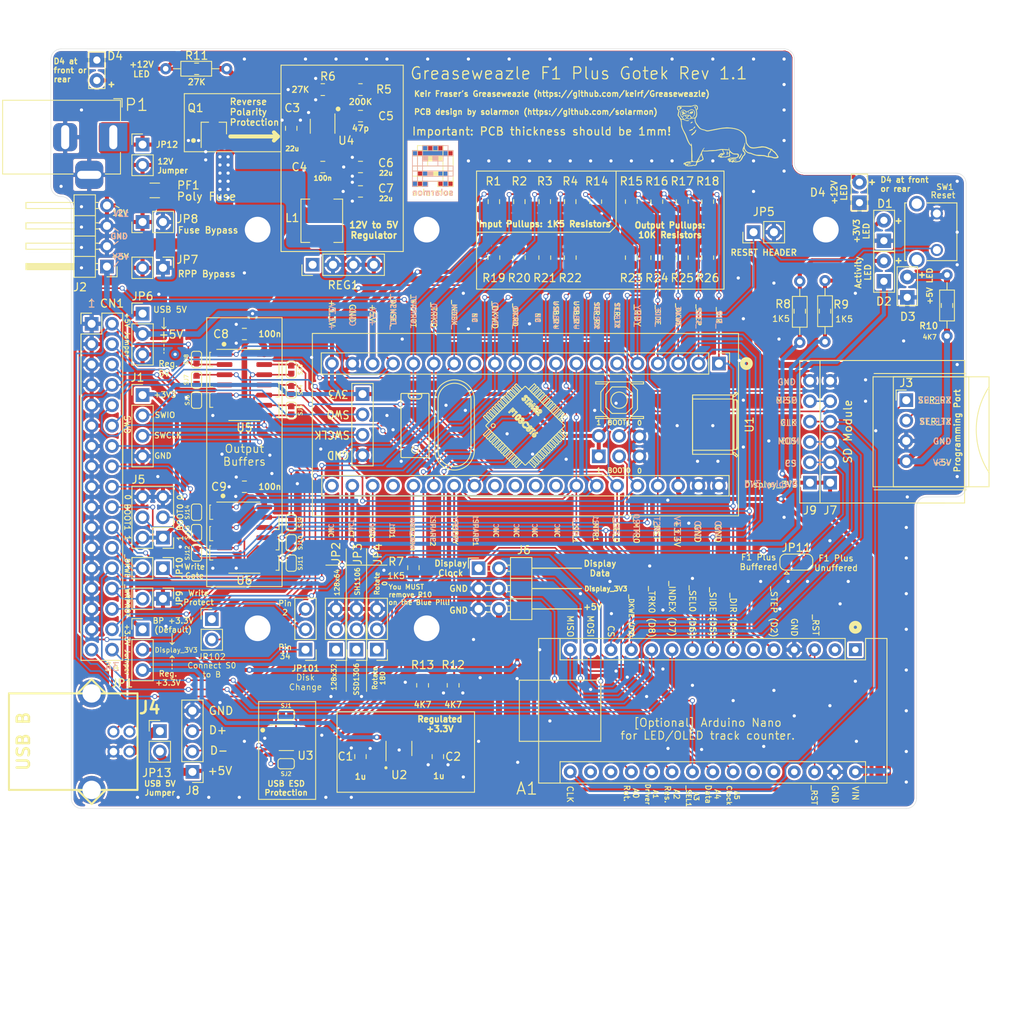
<source format=kicad_pcb>
(kicad_pcb (version 20171130) (host pcbnew "(5.1.9)-1")
  (title_block (title "Greaseweazle F1 Plus Gotek") (date 2021-04-03) (rev 1) (company solarmon))
  (layers (0 F.Cu signal) (31 B.Cu signal) (34 B.Paste user) (35 F.Paste user) (36 B.SilkS user) (37 F.SilkS user) (38 B.Mask user) (39 F.Mask user) (44 Edge.Cuts user))
  (net 0 "")
  (net 1 GND)
  (net 2 +3V3)
  (net 3 +5V)
  (net 4 "Net-(D1-Pad2)")
  (net 5 /_SIDE)
  (net 6 /_DKRD)
  (net 7 /_WRPROT)
  (net 8 /_TRK0)
  (net 9 /_DKWE)
  (net 10 /_DKWD)
  (net 11 /_STEP)
  (net 12 /_DIR)
  (net 13 /_INDEX)
  (net 14 /_DENSEL)
  (net 15 /USB_CONN)
  (net 16 "Net-(U1-Pad13)")
  (net 17 "Net-(U1-Pad32)")
  (net 18 "Net-(U1-Pad31)")
  (net 19 "Net-(U1-Pad30)")
  (net 20 "Net-(U1-Pad10)")
  (net 21 "Net-(U1-Pad29)")
  (net 22 /SER_RX)
  (net 23 /SER_TX)
  (net 24 "Net-(U1-Pad21)")
  (net 25 /USB_D+)
  (net 26 /USB_D-)
  (net 27 "Net-(D2-Pad2)")
  (net 28 /_ACT)
  (net 29 /_RST)
  (net 30 "Net-(D3-Pad2)")
  (net 31 /SWD_SWIO)
  (net 32 /SWD_SWCLK)
  (net 33 /BOOT0)
  (net 34 /BOOT1)
  (net 35 +12V)
  (net 36 "Net-(D4-Pad2)")
  (net 37 "Net-(A1-Pad27)")
  (net 38 "Net-(A1-Pad26)")
  (net 39 "Net-(A1-Pad6)")
  (net 40 "Net-(A1-Pad18)")
  (net 41 "Net-(A1-Pad2)")
  (net 42 "Net-(A1-Pad17)")
  (net 43 "Net-(A1-Pad1)")
  (net 44 /Display_Clock)
  (net 45 /Display_Data)
  (net 46 /Display_3V3)
  (net 47 /JP_OLED_DR)
  (net 48 /JP_OLED_RES)
  (net 49 "Net-(JP2-Pad1)")
  (net 50 "Net-(JP3-Pad1)")
  (net 51 "Net-(JP4-Pad1)")
  (net 52 /SD_CLK)
  (net 53 /SD_MISO)
  (net 54 /SD_MOSI)
  (net 55 /SD_CS)
  (net 56 "Net-(U2-Pad4)")
  (net 57 /3V3_REG)
  (net 58 /USB_5V)
  (net 59 /FB)
  (net 60 /LX)
  (net 61 /BS)
  (net 62 /12V_IN)
  (net 63 /JP_ROTATION)
  (net 64 /5V_REG)
  (net 65 /USB_CONN_D+)
  (net 66 /USB_CONN_D-)
  (net 67 "Net-(CN1-Pad24)")
  (net 68 "Net-(CN1-Pad33)")
  (net 69 /ID1)
  (net 70 /FLIPPY)
  (net 71 /_DENSEL_BUF)
  (net 72 /SPARE1_BUF)
  (net 73 /SPARE2_BUF)
  (net 74 /SPARE2)
  (net 75 /SPARE1)
  (net 76 /_MTR0_BUF)
  (net 77 /_SEL0_BUF)
  (net 78 /_MTR0)
  (net 79 /_SEL0)
  (net 80 /_SEL1_BUF)
  (net 81 /_MTR1_BUF)
  (net 82 /_SEL1)
  (net 83 /_MTR1)
  (net 84 /_DIR_BUF)
  (net 85 /_STEP_BUF)
  (net 86 /_DKWD_BUF)
  (net 87 /_SIDE_BUF)
  (net 88 /_DKWE_BUF)
  (net 89 /_RDY)
  (net 90 "Net-(A1-Pad25)")
  (net 91 "Net-(CN1-Pad34)")
  (net 92 /ID0)
  (net 93 /12V_EN)
  (net 94 /USB_5V_CONN)
  (net 95 /12V_JACK_IN)
  (net 96 /12V_JACK_CONN)
  (module Connector_PinHeader_2.54mm:PinHeader_1x02_P2.54mm_Vertical (layer F.Cu) (at 106.299 123.19)
    (fp_text reference JP13 (at -0.381 5.207) (layer F.SilkS))
    (fp_text value "USB 5V Jumper" hide)
    (pad 2 thru_hole oval (at 0 2.54) (size 1.7 1.7) (drill 1) (layers *.Cu *.Mask) (net 58 /USB_5V))
    (pad 1 thru_hole rect (at 0 0) (size 1.7 1.7) (drill 1) (layers *.Cu *.Mask) (net 94 /USB_5V_CONN))
  )
  (module Connector_PinHeader_2.54mm:PinHeader_1x02_P2.54mm_Vertical (layer F.Cu) (at 104.14 50.038)
    (fp_text reference JP12 (at 3.048 0) (layer F.SilkS) (effects (font (size 0.75 0.75))))
    (fp_text value "12V Switch")
    (pad 2 thru_hole oval (at 0 2.54) (size 1.7 1.7) (drill 1) (layers *.Cu *.Mask) (net 95 /12V_JACK_IN))
    (pad 1 thru_hole rect (at 0 0) (size 1.7 1.7) (drill 1) (layers *.Cu *.Mask) (net 96 /12V_JACK_CONN))
  )
  (module Connector_PinHeader_2.54mm:PinHeader_1x04_P2.54mm_Vertical (layer F.Cu) (at 125.349 65.024 90)
    (fp_text reference REG1 (at -2.54 3.81 180) (layer F.SilkS))
    (fp_text value REG1)
    (pad 4 thru_hole oval (at 0 7.62 90) (size 1.7 1.7) (drill 1) (layers *.Cu *.Mask) (net 64 /5V_REG))
    (pad 3 thru_hole oval (at 0 5.08 90) (size 1.7 1.7) (drill 1) (layers *.Cu *.Mask) (net 1 GND))
    (pad 2 thru_hole oval (at 0 2.54 90) (size 1.7 1.7) (drill 1) (layers *.Cu *.Mask) (net 62 /12V_IN))
    (pad 1 thru_hole rect (at 0 0 90) (size 1.7 1.7) (drill 1) (layers *.Cu *.Mask) (net 93 /12V_EN))
  )
  (module Jumper:SolderJumper-3_P1.3mm_Open_RoundedPad1.0x1.5mm (layer F.Cu) (at 185.674 102.108)
    (fp_text reference JP11 (at 0 -1.8) (layer F.SilkS))
    (fp_text value Jumper_3_Open)
    (pad 2 smd rect (at 0 0) (size 1 1.5) (layers F.Cu F.Mask) (net 92 /ID0))
    (pad 3 smd custom (at 1.3 0) (size 1 0.5) (layers F.Cu F.Mask) (net 2 +3V3) (options (clearance outline) (anchor rect)) (primitives (gr_circle (center 0 0.25) (end 0.5 0.25) (width 0)) (gr_circle (center 0 -0.25) (end 0.5 -0.25) (width 0)) (gr_poly (pts (xy -0.55 -0.75) (xy 0 -0.75) (xy 0 0.75) (xy -0.55 0.75)) (width 0))))
    (pad 1 smd custom (at -1.3 0) (size 1 0.5) (layers F.Cu F.Mask) (net 1 GND) (options (clearance outline) (anchor rect)) (primitives (gr_circle (center 0 0.25) (end 0.5 0.25) (width 0)) (gr_circle (center 0 -0.25) (end 0.5 -0.25) (width 0)) (gr_poly (pts (xy 0.55 -0.75) (xy 0 -0.75) (xy 0 0.75) (xy 0.55 0.75)) (width 0))))
  )
  (module solarmon_library:SolderJumper-2_Open_RoundedPad0.5x1.0mm (layer F.Cu) (at 122.047 127.254)
    (fp_text reference SJ2 (at 0 1.27) (layer F.SilkS) (effects (font (size 0.5 0.5) (thickness 0.1))))
    (fp_text value Jumper_NO_Small)
    (pad 2 smd custom (at 0.635 0) (size 0.5 0.25) (layers F.Cu F.Mask) (net 26 /USB_D-) (options (clearance outline) (anchor rect)) (primitives (gr_circle (center 0 0.15) (end 0.25 0.15) (width 0)) (gr_circle (center 0 -0.15) (end 0.25 -0.15) (width 0)) (gr_poly (pts (xy 0 -0.4) (xy -0.5 -0.4) (xy -0.5 0.4) (xy 0 0.4)) (width 0))))
    (pad 1 smd custom (at -0.635 0) (size 0.5 0.25) (layers F.Cu F.Mask) (net 66 /USB_CONN_D-) (options (clearance outline) (anchor rect)) (primitives (gr_circle (center 0 0.15) (end 0.25 0.15) (width 0)) (gr_circle (center 0 -0.15) (end 0.25 -0.15) (width 0)) (gr_poly (pts (xy 0 -0.4) (xy 0.5 -0.4) (xy 0.5 0.4) (xy 0 0.4)) (width 0))))
  )
  (module solarmon_library:SolderJumper-2_Open_RoundedPad0.5x1.0mm (layer F.Cu) (at 122.047 121.158)
    (fp_text reference SJ1 (at 0 -1.143) (layer F.SilkS) (effects (font (size 0.5 0.5) (thickness 0.1))))
    (fp_text value Jumper_NO_Small)
    (pad 2 smd custom (at 0.635 0) (size 0.5 0.25) (layers F.Cu F.Mask) (net 25 /USB_D+) (options (clearance outline) (anchor rect)) (primitives (gr_circle (center 0 0.15) (end 0.25 0.15) (width 0)) (gr_circle (center 0 -0.15) (end 0.25 -0.15) (width 0)) (gr_poly (pts (xy 0 -0.4) (xy -0.5 -0.4) (xy -0.5 0.4) (xy 0 0.4)) (width 0))))
    (pad 1 smd custom (at -0.635 0) (size 0.5 0.25) (layers F.Cu F.Mask) (net 65 /USB_CONN_D+) (options (clearance outline) (anchor rect)) (primitives (gr_circle (center 0 0.15) (end 0.25 0.15) (width 0)) (gr_circle (center 0 -0.15) (end 0.25 -0.15) (width 0)) (gr_poly (pts (xy 0 -0.4) (xy 0.5 -0.4) (xy 0.5 0.4) (xy 0 0.4)) (width 0))))
  )
  (module solarmon_library:SolderJumper-2_Open_RoundedPad0.5x1.0mm (layer F.Cu) (at 110.871 95.885 270)
    (fp_text reference SJ14 (at 0 1.143 90) (layer F.SilkS) (effects (font (size 0.5 0.5) (thickness 0.1))))
    (fp_text value Jumper_NO_Small)
    (pad 2 smd custom (at 0.635 0 270) (size 0.5 0.25) (layers F.Cu F.Mask) (net 81 /_MTR1_BUF) (options (clearance outline) (anchor rect)) (primitives (gr_circle (center 0 0.15) (end 0.25 0.15) (width 0)) (gr_circle (center 0 -0.15) (end 0.25 -0.15) (width 0)) (gr_poly (pts (xy 0 -0.4) (xy -0.5 -0.4) (xy -0.5 0.4) (xy 0 0.4)) (width 0))))
    (pad 1 smd custom (at -0.635 0 270) (size 0.5 0.25) (layers F.Cu F.Mask) (net 83 /_MTR1) (options (clearance outline) (anchor rect)) (primitives (gr_circle (center 0 0.15) (end 0.25 0.15) (width 0)) (gr_circle (center 0 -0.15) (end 0.25 -0.15) (width 0)) (gr_poly (pts (xy 0 -0.4) (xy 0.5 -0.4) (xy 0.5 0.4) (xy 0 0.4)) (width 0))))
  )
  (module solarmon_library:SolderJumper-2_Open_RoundedPad0.5x1.0mm (layer F.Cu) (at 110.871 98.425 270)
    (fp_text reference SJ13 (at 0 1.143 90) (layer F.SilkS) (effects (font (size 0.5 0.5) (thickness 0.1))))
    (fp_text value Jumper_NO_Small)
    (pad 2 smd custom (at 0.635 0 270) (size 0.5 0.25) (layers F.Cu F.Mask) (net 84 /_DIR_BUF) (options (clearance outline) (anchor rect)) (primitives (gr_circle (center 0 0.15) (end 0.25 0.15) (width 0)) (gr_circle (center 0 -0.15) (end 0.25 -0.15) (width 0)) (gr_poly (pts (xy 0 -0.4) (xy -0.5 -0.4) (xy -0.5 0.4) (xy 0 0.4)) (width 0))))
    (pad 1 smd custom (at -0.635 0 270) (size 0.5 0.25) (layers F.Cu F.Mask) (net 12 /_DIR) (options (clearance outline) (anchor rect)) (primitives (gr_circle (center 0 0.15) (end 0.25 0.15) (width 0)) (gr_circle (center 0 -0.15) (end 0.25 -0.15) (width 0)) (gr_poly (pts (xy 0 -0.4) (xy 0.5 -0.4) (xy 0.5 0.4) (xy 0 0.4)) (width 0))))
  )
  (module solarmon_library:SolderJumper-2_Open_RoundedPad0.5x1.0mm (layer F.Cu) (at 110.871 100.965 270)
    (fp_text reference SJ12 (at 0 1.143 90) (layer F.SilkS) (effects (font (size 0.5 0.5) (thickness 0.1))))
    (fp_text value Jumper_NO_Small)
    (pad 2 smd custom (at 0.635 0 270) (size 0.5 0.25) (layers F.Cu F.Mask) (net 85 /_STEP_BUF) (options (clearance outline) (anchor rect)) (primitives (gr_circle (center 0 0.15) (end 0.25 0.15) (width 0)) (gr_circle (center 0 -0.15) (end 0.25 -0.15) (width 0)) (gr_poly (pts (xy 0 -0.4) (xy -0.5 -0.4) (xy -0.5 0.4) (xy 0 0.4)) (width 0))))
    (pad 1 smd custom (at -0.635 0 270) (size 0.5 0.25) (layers F.Cu F.Mask) (net 11 /_STEP) (options (clearance outline) (anchor rect)) (primitives (gr_circle (center 0 0.15) (end 0.25 0.15) (width 0)) (gr_circle (center 0 -0.15) (end 0.25 -0.15) (width 0)) (gr_poly (pts (xy 0 -0.4) (xy 0.5 -0.4) (xy 0.5 0.4) (xy 0 0.4)) (width 0))))
  )
  (module solarmon_library:SolderJumper-2_Open_RoundedPad0.5x1.0mm (layer F.Cu) (at 122.682 102.235 270)
    (fp_text reference SJ11 (at 0 -1.143 90) (layer F.SilkS) (effects (font (size 0.5 0.5) (thickness 0.1))))
    (fp_text value Jumper_NO_Small)
    (pad 2 smd custom (at 0.635 0 270) (size 0.5 0.25) (layers F.Cu F.Mask) (net 87 /_SIDE_BUF) (options (clearance outline) (anchor rect)) (primitives (gr_circle (center 0 0.15) (end 0.25 0.15) (width 0)) (gr_circle (center 0 -0.15) (end 0.25 -0.15) (width 0)) (gr_poly (pts (xy 0 -0.4) (xy -0.5 -0.4) (xy -0.5 0.4) (xy 0 0.4)) (width 0))))
    (pad 1 smd custom (at -0.635 0 270) (size 0.5 0.25) (layers F.Cu F.Mask) (net 5 /_SIDE) (options (clearance outline) (anchor rect)) (primitives (gr_circle (center 0 0.15) (end 0.25 0.15) (width 0)) (gr_circle (center 0 -0.15) (end 0.25 -0.15) (width 0)) (gr_poly (pts (xy 0 -0.4) (xy 0.5 -0.4) (xy 0.5 0.4) (xy 0 0.4)) (width 0))))
  )
  (module solarmon_library:SolderJumper-2_Open_RoundedPad0.5x1.0mm (layer F.Cu) (at 122.682 99.695 270)
    (fp_text reference SJ10 (at 0 -1.143 90) (layer F.SilkS) (effects (font (size 0.5 0.5) (thickness 0.1))))
    (fp_text value Jumper_NO_Small)
    (pad 2 smd custom (at 0.635 0 270) (size 0.5 0.25) (layers F.Cu F.Mask) (net 88 /_DKWE_BUF) (options (clearance outline) (anchor rect)) (primitives (gr_circle (center 0 0.15) (end 0.25 0.15) (width 0)) (gr_circle (center 0 -0.15) (end 0.25 -0.15) (width 0)) (gr_poly (pts (xy 0 -0.4) (xy -0.5 -0.4) (xy -0.5 0.4) (xy 0 0.4)) (width 0))))
    (pad 1 smd custom (at -0.635 0 270) (size 0.5 0.25) (layers F.Cu F.Mask) (net 9 /_DKWE) (options (clearance outline) (anchor rect)) (primitives (gr_circle (center 0 0.15) (end 0.25 0.15) (width 0)) (gr_circle (center 0 -0.15) (end 0.25 -0.15) (width 0)) (gr_poly (pts (xy 0 -0.4) (xy 0.5 -0.4) (xy 0.5 0.4) (xy 0 0.4)) (width 0))))
  )
  (module solarmon_library:SolderJumper-2_Open_RoundedPad0.5x1.0mm (layer F.Cu) (at 122.682 97.155 270)
    (fp_text reference SJ9 (at 0 -1.143 90) (layer F.SilkS) (effects (font (size 0.5 0.5) (thickness 0.1))))
    (fp_text value Jumper_NO_Small)
    (pad 2 smd custom (at 0.635 0 270) (size 0.5 0.25) (layers F.Cu F.Mask) (net 86 /_DKWD_BUF) (options (clearance outline) (anchor rect)) (primitives (gr_circle (center 0 0.15) (end 0.25 0.15) (width 0)) (gr_circle (center 0 -0.15) (end 0.25 -0.15) (width 0)) (gr_poly (pts (xy 0 -0.4) (xy -0.5 -0.4) (xy -0.5 0.4) (xy 0 0.4)) (width 0))))
    (pad 1 smd custom (at -0.635 0 270) (size 0.5 0.25) (layers F.Cu F.Mask) (net 10 /_DKWD) (options (clearance outline) (anchor rect)) (primitives (gr_circle (center 0 0.15) (end 0.25 0.15) (width 0)) (gr_circle (center 0 -0.15) (end 0.25 -0.15) (width 0)) (gr_poly (pts (xy 0 -0.4) (xy 0.5 -0.4) (xy 0.5 0.4) (xy 0 0.4)) (width 0))))
  )
  (module solarmon_library:SolderJumper-2_Open_RoundedPad0.5x1.0mm (layer F.Cu) (at 110.871 76.835 270)
    (fp_text reference SJ8 (at 0 1.27 90) (layer F.SilkS) (effects (font (size 0.5 0.5) (thickness 0.1))))
    (fp_text value Jumper_NO_Small)
    (pad 2 smd custom (at 0.635 0 270) (size 0.5 0.25) (layers F.Cu F.Mask) (net 71 /_DENSEL_BUF) (options (clearance outline) (anchor rect)) (primitives (gr_circle (center 0 0.15) (end 0.25 0.15) (width 0)) (gr_circle (center 0 -0.15) (end 0.25 -0.15) (width 0)) (gr_poly (pts (xy 0 -0.4) (xy -0.5 -0.4) (xy -0.5 0.4) (xy 0 0.4)) (width 0))))
    (pad 1 smd custom (at -0.635 0 270) (size 0.5 0.25) (layers F.Cu F.Mask) (net 14 /_DENSEL) (options (clearance outline) (anchor rect)) (primitives (gr_circle (center 0 0.15) (end 0.25 0.15) (width 0)) (gr_circle (center 0 -0.15) (end 0.25 -0.15) (width 0)) (gr_poly (pts (xy 0 -0.4) (xy 0.5 -0.4) (xy 0.5 0.4) (xy 0 0.4)) (width 0))))
  )
  (module solarmon_library:SolderJumper-2_Open_RoundedPad0.5x1.0mm (layer F.Cu) (at 110.871 79.375 270)
    (fp_text reference SJ7 (at 0 1.27 90) (layer F.SilkS) (effects (font (size 0.5 0.5) (thickness 0.1))))
    (fp_text value Jumper_NO_Small)
    (pad 2 smd custom (at 0.635 0 270) (size 0.5 0.25) (layers F.Cu F.Mask) (net 72 /SPARE1_BUF) (options (clearance outline) (anchor rect)) (primitives (gr_circle (center 0 0.15) (end 0.25 0.15) (width 0)) (gr_circle (center 0 -0.15) (end 0.25 -0.15) (width 0)) (gr_poly (pts (xy 0 -0.4) (xy -0.5 -0.4) (xy -0.5 0.4) (xy 0 0.4)) (width 0))))
    (pad 1 smd custom (at -0.635 0 270) (size 0.5 0.25) (layers F.Cu F.Mask) (net 75 /SPARE1) (options (clearance outline) (anchor rect)) (primitives (gr_circle (center 0 0.15) (end 0.25 0.15) (width 0)) (gr_circle (center 0 -0.15) (end 0.25 -0.15) (width 0)) (gr_poly (pts (xy 0 -0.4) (xy 0.5 -0.4) (xy 0.5 0.4) (xy 0 0.4)) (width 0))))
  )
  (module solarmon_library:SolderJumper-2_Open_RoundedPad0.5x1.0mm (layer F.Cu) (at 110.871 81.915 270)
    (fp_text reference SJ6 (at 0 1.143 90) (layer F.SilkS) (effects (font (size 0.5 0.5) (thickness 0.1))))
    (fp_text value Jumper_NO_Small)
    (pad 2 smd custom (at 0.635 0 270) (size 0.5 0.25) (layers F.Cu F.Mask) (net 73 /SPARE2_BUF) (options (clearance outline) (anchor rect)) (primitives (gr_circle (center 0 0.15) (end 0.25 0.15) (width 0)) (gr_circle (center 0 -0.15) (end 0.25 -0.15) (width 0)) (gr_poly (pts (xy 0 -0.4) (xy -0.5 -0.4) (xy -0.5 0.4) (xy 0 0.4)) (width 0))))
    (pad 1 smd custom (at -0.635 0 270) (size 0.5 0.25) (layers F.Cu F.Mask) (net 74 /SPARE2) (options (clearance outline) (anchor rect)) (primitives (gr_circle (center 0 0.15) (end 0.25 0.15) (width 0)) (gr_circle (center 0 -0.15) (end 0.25 -0.15) (width 0)) (gr_poly (pts (xy 0 -0.4) (xy 0.5 -0.4) (xy 0.5 0.4) (xy 0 0.4)) (width 0))))
  )
  (module solarmon_library:SolderJumper-2_Open_RoundedPad0.5x1.0mm (layer F.Cu) (at 122.682 83.185 270)
    (fp_text reference SJ5 (at 0 -1.143 90) (layer F.SilkS) (effects (font (size 0.5 0.5) (thickness 0.1))))
    (fp_text value Jumper_NO_Small)
    (pad 2 smd custom (at 0.635 0 270) (size 0.5 0.25) (layers F.Cu F.Mask) (net 76 /_MTR0_BUF) (options (clearance outline) (anchor rect)) (primitives (gr_circle (center 0 0.15) (end 0.25 0.15) (width 0)) (gr_circle (center 0 -0.15) (end 0.25 -0.15) (width 0)) (gr_poly (pts (xy 0 -0.4) (xy -0.5 -0.4) (xy -0.5 0.4) (xy 0 0.4)) (width 0))))
    (pad 1 smd custom (at -0.635 0 270) (size 0.5 0.25) (layers F.Cu F.Mask) (net 78 /_MTR0) (options (clearance outline) (anchor rect)) (primitives (gr_circle (center 0 0.15) (end 0.25 0.15) (width 0)) (gr_circle (center 0 -0.15) (end 0.25 -0.15) (width 0)) (gr_poly (pts (xy 0 -0.4) (xy 0.5 -0.4) (xy 0.5 0.4) (xy 0 0.4)) (width 0))))
  )
  (module solarmon_library:SolderJumper-2_Open_RoundedPad0.5x1.0mm (layer F.Cu) (at 122.682 80.645 270)
    (fp_text reference SJ4 (at 0 -1.143 90) (layer F.SilkS) (effects (font (size 0.5 0.5) (thickness 0.1))))
    (fp_text value Jumper_NO_Small)
    (pad 2 smd custom (at 0.635 0 270) (size 0.5 0.25) (layers F.Cu F.Mask) (net 77 /_SEL0_BUF) (options (clearance outline) (anchor rect)) (primitives (gr_circle (center 0 0.15) (end 0.25 0.15) (width 0)) (gr_circle (center 0 -0.15) (end 0.25 -0.15) (width 0)) (gr_poly (pts (xy 0 -0.4) (xy -0.5 -0.4) (xy -0.5 0.4) (xy 0 0.4)) (width 0))))
    (pad 1 smd custom (at -0.635 0 270) (size 0.5 0.25) (layers F.Cu F.Mask) (net 79 /_SEL0) (options (clearance outline) (anchor rect)) (primitives (gr_circle (center 0 0.15) (end 0.25 0.15) (width 0)) (gr_circle (center 0 -0.15) (end 0.25 -0.15) (width 0)) (gr_poly (pts (xy 0 -0.4) (xy 0.5 -0.4) (xy 0.5 0.4) (xy 0 0.4)) (width 0))))
  )
  (module Connector_PinHeader_2.54mm:PinHeader_1x03_P2.54mm_Vertical (layer F.Cu) (at 124.46 113.03 180)
    (fp_text reference JP101 (at 0 -2.33) (layer F.SilkS) (effects (font (size 0.75 0.75))))
    (fp_text value Jumper_3_Bridged12)
    (pad 3 thru_hole oval (at 0 5.08 180) (size 1.7 1.7) (drill 1) (layers *.Cu *.Mask) (net 71 /_DENSEL_BUF))
    (pad 2 thru_hole oval (at 0 2.54 180) (size 1.7 1.7) (drill 1) (layers *.Cu *.Mask) (net 89 /_RDY))
    (pad 1 thru_hole rect (at 0 0 180) (size 1.7 1.7) (drill 1) (layers *.Cu *.Mask) (net 91 "Net-(CN1-Pad34)"))
  )
  (module solarmon_library:SolderJumper-2_Open_RoundedPad0.5x1.0mm (layer F.Cu) (at 122.682 78.105 270)
    (fp_text reference SJ3 (at 0 -1.143 90) (layer F.SilkS) (effects (font (size 0.5 0.5) (thickness 0.1))))
    (fp_text value Jumper_NO_Small)
    (pad 2 smd custom (at 0.635 0 270) (size 0.5 0.25) (layers F.Cu F.Mask) (net 80 /_SEL1_BUF) (options (clearance outline) (anchor rect)) (primitives (gr_circle (center 0 0.15) (end 0.25 0.15) (width 0)) (gr_circle (center 0 -0.15) (end 0.25 -0.15) (width 0)) (gr_poly (pts (xy 0 -0.4) (xy -0.5 -0.4) (xy -0.5 0.4) (xy 0 0.4)) (width 0))))
    (pad 1 smd custom (at -0.635 0 270) (size 0.5 0.25) (layers F.Cu F.Mask) (net 82 /_SEL1) (options (clearance outline) (anchor rect)) (primitives (gr_circle (center 0 0.15) (end 0.25 0.15) (width 0)) (gr_circle (center 0 -0.15) (end 0.25 -0.15) (width 0)) (gr_poly (pts (xy 0 -0.4) (xy 0.5 -0.4) (xy 0.5 0.4) (xy 0 0.4)) (width 0))))
  )
  (module Connector_PinHeader_2.54mm:PinHeader_1x02_P2.54mm_Vertical (layer F.Cu) (at 112.776 109.22)
    (fp_text reference JP102 (at 0 4.699) (layer F.SilkS) (effects (font (size 0.75 0.75) (thickness 0.1))))
    (fp_text value Jumper_2_Open)
    (pad 2 thru_hole oval (at 0 2.54) (size 1.7 1.7) (drill 1) (layers *.Cu *.Mask) (net 76 /_MTR0_BUF))
    (pad 1 thru_hole rect (at 0 0) (size 1.7 1.7) (drill 1) (layers *.Cu *.Mask) (net 80 /_SEL1_BUF))
  )
  (module solarmon_library:solarmon-logo-25mils (layer B.Cu) (at 140.335 53.34 180)
    (fp_text reference solarmon (at 0 -2.667) (layer B.SilkS) (effects (font (size 0.75 0.75)) (justify mirror)))
    (fp_text value solarmon-logo-25mils)
    (fp_poly (pts (xy 2.54 1.905) (xy 1.905 1.905) (xy 1.905 2.54) (xy 2.54 2.54)) (layer B.Cu) (width 0.1))
    (fp_poly (pts (xy 2.54 -1.905) (xy 1.905 -1.905) (xy 1.905 -1.27) (xy 2.54 -1.27)) (layer B.Cu) (width 0.1))
    (fp_poly (pts (xy 1.27 2.54) (xy 0.635 2.54) (xy 0.635 3.175) (xy 1.27 3.175)) (layer B.Cu) (width 0.1))
    (fp_poly (pts (xy 1.27 1.905) (xy 0.635 1.905) (xy 0.635 2.54) (xy 1.27 2.54)) (layer B.Cu) (width 0.1))
    (fp_poly (pts (xy 0.635 1.905) (xy 0 1.905) (xy 0 2.54) (xy 0.635 2.54)) (layer B.Cu) (width 0.1))
    (fp_poly (pts (xy 0 1.905) (xy -0.635 1.905) (xy -0.635 2.54) (xy 0 2.54)) (layer B.Cu) (width 0.1))
    (fp_poly (pts (xy 0 2.54) (xy -0.635 2.54) (xy -0.635 3.175) (xy 0 3.175)) (layer B.Cu) (width 0.1))
    (fp_poly (pts (xy -0.635 1.905) (xy -1.27 1.905) (xy -1.27 2.54) (xy -0.635 2.54)) (layer B.Cu) (width 0.1))
    (fp_poly (pts (xy -1.27 1.905) (xy -1.905 1.905) (xy -1.905 2.54) (xy -1.27 2.54)) (layer B.Cu) (width 0.1))
    (fp_poly (pts (xy -1.27 -0.635) (xy -1.905 -0.635) (xy -1.905 0) (xy -1.27 0)) (layer B.Cu) (width 0.1))
    (fp_poly (pts (xy -0.635 -0.635) (xy -1.27 -0.635) (xy -1.27 0) (xy -0.635 0)) (layer B.Cu) (width 0.1))
    (fp_poly (pts (xy 0 -0.635) (xy -0.635 -0.635) (xy -0.635 0) (xy 0 0)) (layer B.Cu) (width 0.1))
    (fp_poly (pts (xy 1.27 -0.635) (xy 0.635 -0.635) (xy 0.635 0) (xy 1.27 0)) (layer B.Cu) (width 0.1))
    (fp_poly (pts (xy 1.27 -1.905) (xy 0.635 -1.905) (xy 0.635 -1.27) (xy 1.27 -1.27)) (layer B.Cu) (width 0.1))
    (fp_poly (pts (xy -1.27 -1.905) (xy -1.905 -1.905) (xy -1.905 -1.27) (xy -1.27 -1.27)) (layer B.Cu) (width 0.1))
  )
  (module solarmon_library:solarmon-logo-25mils (layer F.Cu) (at 140.335 53.34)
    (fp_text reference solarmon (at 0 2.667) (layer F.SilkS) (effects (font (size 0.75 0.75))))
    (fp_text value solarmon-logo-25mils)
    (fp_poly (pts (xy -1.27 1.905) (xy -1.905 1.905) (xy -1.905 1.27) (xy -1.27 1.27)) (layer F.Cu) (width 0.1))
    (fp_poly (pts (xy 1.27 1.905) (xy 0.635 1.905) (xy 0.635 1.27) (xy 1.27 1.27)) (layer F.Cu) (width 0.1))
    (fp_poly (pts (xy 1.27 0.635) (xy 0.635 0.635) (xy 0.635 0) (xy 1.27 0)) (layer F.Cu) (width 0.1))
    (fp_poly (pts (xy 0 0.635) (xy -0.635 0.635) (xy -0.635 0) (xy 0 0)) (layer F.Cu) (width 0.1))
    (fp_poly (pts (xy -0.635 0.635) (xy -1.27 0.635) (xy -1.27 0) (xy -0.635 0)) (layer F.Cu) (width 0.1))
    (fp_poly (pts (xy -1.27 0.635) (xy -1.905 0.635) (xy -1.905 0) (xy -1.27 0)) (layer F.Cu) (width 0.1))
    (fp_poly (pts (xy -1.27 -1.905) (xy -1.905 -1.905) (xy -1.905 -2.54) (xy -1.27 -2.54)) (layer F.Cu) (width 0.1))
    (fp_poly (pts (xy -0.635 -1.905) (xy -1.27 -1.905) (xy -1.27 -2.54) (xy -0.635 -2.54)) (layer F.Cu) (width 0.1))
    (fp_poly (pts (xy 0 -2.54) (xy -0.635 -2.54) (xy -0.635 -3.175) (xy 0 -3.175)) (layer F.Cu) (width 0.1))
    (fp_poly (pts (xy 0 -1.905) (xy -0.635 -1.905) (xy -0.635 -2.54) (xy 0 -2.54)) (layer F.Cu) (width 0.1))
    (fp_poly (pts (xy 0.635 -1.905) (xy 0 -1.905) (xy 0 -2.54) (xy 0.635 -2.54)) (layer F.Cu) (width 0.1))
    (fp_poly (pts (xy 1.27 -1.905) (xy 0.635 -1.905) (xy 0.635 -2.54) (xy 1.27 -2.54)) (layer F.Cu) (width 0.1))
    (fp_poly (pts (xy 1.27 -2.54) (xy 0.635 -2.54) (xy 0.635 -3.175) (xy 1.27 -3.175)) (layer F.Cu) (width 0.1))
    (fp_poly (pts (xy 2.54 1.905) (xy 1.905 1.905) (xy 1.905 1.27) (xy 2.54 1.27)) (layer F.Cu) (width 0.1))
    (fp_poly (pts (xy 2.54 -1.905) (xy 1.905 -1.905) (xy 1.905 -2.54) (xy 2.54 -2.54)) (layer F.Cu) (width 0.1))
  )
  (module LED_THT:LED_D3.0mm_Horizontal_O3.81mm_Z6.0mm (layer F.Cu) (at 193.548 57.277 90)
    (fp_text reference D4 (at 1.27 -5.207 180) (layer F.SilkS))
    (fp_text value "+12V LED")
    (pad 2 thru_hole circle (at 2.54 0 90) (size 1.8 1.8) (drill 0.9) (layers *.Cu *.Mask) (net 36 "Net-(D4-Pad2)"))
    (pad 1 thru_hole rect (at 0 0 90) (size 1.8 1.8) (drill 0.9) (layers *.Cu *.Mask) (net 1 GND))
  )
  (module solarmon_library:WeasleLogo (layer F.Cu) (at 177.165 48.895)
    (fp_text reference G** hide)
    (fp_text value Weasle hide)
  )
  (module Resistor_SMD:R_0805_2012Metric (layer F.Cu) (at 147.955 64.135 270)
    (fp_text reference R19 (at 2.54 0 180) (layer F.SilkS))
    (fp_text value 10K)
    (pad 2 smd roundrect (at 0.9125 0 270) (size 1.025 1.4) (layers F.Cu F.Paste F.Mask) (roundrect_rratio 0.2439004878048781) (net 14 /_DENSEL))
    (pad 1 smd roundrect (at -0.9125 0 270) (size 1.025 1.4) (layers F.Cu F.Paste F.Mask) (roundrect_rratio 0.2439004878048781) (net 2 +3V3))
  )
  (module Resistor_SMD:R_0805_2012Metric (layer F.Cu) (at 165.1 64.135 270)
    (fp_text reference R23 (at 2.54 0 180) (layer F.SilkS))
    (fp_text value 10K)
    (pad 2 smd roundrect (at 0.9125 0 270) (size 1.025 1.4) (layers F.Cu F.Paste F.Mask) (roundrect_rratio 0.2439004878048781) (net 82 /_SEL1))
    (pad 1 smd roundrect (at -0.9125 0 270) (size 1.025 1.4) (layers F.Cu F.Paste F.Mask) (roundrect_rratio 0.2439004878048781) (net 2 +3V3))
  )
  (module Resistor_SMD:R_0805_2012Metric (layer F.Cu) (at 151.13 64.135 270)
    (fp_text reference R20 (at 2.54 0 180) (layer F.SilkS))
    (fp_text value 10K)
    (pad 2 smd roundrect (at 0.9125 0 270) (size 1.025 1.4) (layers F.Cu F.Paste F.Mask) (roundrect_rratio 0.2439004878048781) (net 74 /SPARE2))
    (pad 1 smd roundrect (at -0.9125 0 270) (size 1.025 1.4) (layers F.Cu F.Paste F.Mask) (roundrect_rratio 0.2439004878048781) (net 2 +3V3))
  )
  (module Resistor_SMD:R_0805_2012Metric (layer F.Cu) (at 174.625 64.135 270)
    (fp_text reference R26 (at 2.54 0 180) (layer F.SilkS))
    (fp_text value 10K)
    (pad 2 smd roundrect (at 0.9125 0 270) (size 1.025 1.4) (layers F.Cu F.Paste F.Mask) (roundrect_rratio 0.2439004878048781) (net 78 /_MTR0))
    (pad 1 smd roundrect (at -0.9125 0 270) (size 1.025 1.4) (layers F.Cu F.Paste F.Mask) (roundrect_rratio 0.2439004878048781) (net 2 +3V3))
  )
  (module Resistor_SMD:R_0805_2012Metric (layer F.Cu) (at 157.48 64.135 270)
    (fp_text reference R22 (at 2.54 0 180) (layer F.SilkS))
    (fp_text value 10K)
    (pad 2 smd roundrect (at 0.9125 0 270) (size 1.025 1.4) (layers F.Cu F.Paste F.Mask) (roundrect_rratio 0.2439004878048781) (net 75 /SPARE1))
    (pad 1 smd roundrect (at -0.9125 0 270) (size 1.025 1.4) (layers F.Cu F.Paste F.Mask) (roundrect_rratio 0.2439004878048781) (net 2 +3V3))
  )
  (module Resistor_SMD:R_0805_2012Metric (layer F.Cu) (at 168.275 64.135 270)
    (fp_text reference R24 (at 2.54 0 180) (layer F.SilkS))
    (fp_text value 10K)
    (pad 2 smd roundrect (at 0.9125 0 270) (size 1.025 1.4) (layers F.Cu F.Paste F.Mask) (roundrect_rratio 0.2439004878048781) (net 83 /_MTR1))
    (pad 1 smd roundrect (at -0.9125 0 270) (size 1.025 1.4) (layers F.Cu F.Paste F.Mask) (roundrect_rratio 0.2439004878048781) (net 2 +3V3))
  )
  (module Resistor_SMD:R_0805_2012Metric (layer F.Cu) (at 171.45 64.135 270)
    (fp_text reference R25 (at 2.54 0 180) (layer F.SilkS))
    (fp_text value 10K)
    (pad 2 smd roundrect (at 0.9125 0 270) (size 1.025 1.4) (layers F.Cu F.Paste F.Mask) (roundrect_rratio 0.2439004878048781) (net 79 /_SEL0))
    (pad 1 smd roundrect (at -0.9125 0 270) (size 1.025 1.4) (layers F.Cu F.Paste F.Mask) (roundrect_rratio 0.2439004878048781) (net 2 +3V3))
  )
  (module Resistor_SMD:R_0805_2012Metric (layer F.Cu) (at 174.625 57.15 90)
    (fp_text reference R18 (at 2.54 0 180) (layer F.SilkS))
    (fp_text value 10K)
    (pad 2 smd roundrect (at 0.9125 0 90) (size 1.025 1.4) (layers F.Cu F.Paste F.Mask) (roundrect_rratio 0.2439004878048781) (net 12 /_DIR))
    (pad 1 smd roundrect (at -0.9125 0 90) (size 1.025 1.4) (layers F.Cu F.Paste F.Mask) (roundrect_rratio 0.2439004878048781) (net 2 +3V3))
  )
  (module Resistor_SMD:R_0805_2012Metric (layer F.Cu) (at 171.45 57.15 90)
    (fp_text reference R17 (at 2.54 0 180) (layer F.SilkS))
    (fp_text value 10K)
    (pad 2 smd roundrect (at 0.9125 0 90) (size 1.025 1.4) (layers F.Cu F.Paste F.Mask) (roundrect_rratio 0.2439004878048781) (net 11 /_STEP))
    (pad 1 smd roundrect (at -0.9125 0 90) (size 1.025 1.4) (layers F.Cu F.Paste F.Mask) (roundrect_rratio 0.2439004878048781) (net 2 +3V3))
  )
  (module Resistor_SMD:R_0805_2012Metric (layer F.Cu) (at 165.1 57.15 90)
    (fp_text reference R15 (at 2.54 0 180) (layer F.SilkS))
    (fp_text value 10K)
    (pad 2 smd roundrect (at 0.9125 0 90) (size 1.025 1.4) (layers F.Cu F.Paste F.Mask) (roundrect_rratio 0.2439004878048781) (net 5 /_SIDE))
    (pad 1 smd roundrect (at -0.9125 0 90) (size 1.025 1.4) (layers F.Cu F.Paste F.Mask) (roundrect_rratio 0.2439004878048781) (net 2 +3V3))
  )
  (module Resistor_SMD:R_0805_2012Metric (layer F.Cu) (at 168.275 57.15 90)
    (fp_text reference R16 (at 2.54 0 180) (layer F.SilkS))
    (fp_text value 10K)
    (pad 2 smd roundrect (at 0.9125 0 90) (size 1.025 1.4) (layers F.Cu F.Paste F.Mask) (roundrect_rratio 0.2439004878048781) (net 9 /_DKWE))
    (pad 1 smd roundrect (at -0.9125 0 90) (size 1.025 1.4) (layers F.Cu F.Paste F.Mask) (roundrect_rratio 0.2439004878048781) (net 2 +3V3))
  )
  (module Resistor_SMD:R_0805_2012Metric (layer F.Cu) (at 154.305 64.135 270)
    (fp_text reference R21 (at 2.54 0 180) (layer F.SilkS))
    (fp_text value 10K)
    (pad 2 smd roundrect (at 0.9125 0 270) (size 1.025 1.4) (layers F.Cu F.Paste F.Mask) (roundrect_rratio 0.2439004878048781) (net 10 /_DKWD))
    (pad 1 smd roundrect (at -0.9125 0 270) (size 1.025 1.4) (layers F.Cu F.Paste F.Mask) (roundrect_rratio 0.2439004878048781) (net 2 +3V3))
  )
  (module Resistor_SMD:R_0805_2012Metric (layer F.Cu) (at 160.655 57.15 90)
    (fp_text reference R14 (at 2.54 0.127 180) (layer F.SilkS))
    (fp_text value 1K5 hide)
    (pad 2 smd roundrect (at 0.9125 0 90) (size 1.025 1.4) (layers F.Cu F.Paste F.Mask) (roundrect_rratio 0.2439004878048781) (net 89 /_RDY))
    (pad 1 smd roundrect (at -0.9125 0 90) (size 1.025 1.4) (layers F.Cu F.Paste F.Mask) (roundrect_rratio 0.2439004878048781) (net 3 +5V))
  )
  (module Package_SO:SOIC-14_3.9x8.7mm_P1.27mm (layer F.Cu) (at 116.84 80.01)
    (fp_text reference U5 (at 0 5.334) (layer F.SilkS))
    (fp_text value 74LS07)
    (pad 14 smd roundrect (at 2.475 -3.81) (size 1.95 0.6) (layers F.Cu F.Paste F.Mask) (net 3 +5V))
    (pad 13 smd roundrect (at 2.475 -2.54) (size 1.95 0.6) (layers F.Cu F.Paste F.Mask) (net 82 /_SEL1))
    (pad 12 smd roundrect (at 2.475 -1.27) (size 1.95 0.6) (layers F.Cu F.Paste F.Mask) (net 80 /_SEL1_BUF))
    (pad 11 smd roundrect (at 2.475 0) (size 1.95 0.6) (layers F.Cu F.Paste F.Mask) (net 79 /_SEL0))
    (pad 10 smd roundrect (at 2.475 1.27) (size 1.95 0.6) (layers F.Cu F.Paste F.Mask) (net 77 /_SEL0_BUF))
    (pad 9 smd roundrect (at 2.475 2.54) (size 1.95 0.6) (layers F.Cu F.Paste F.Mask) (net 78 /_MTR0))
    (pad 8 smd roundrect (at 2.475 3.81) (size 1.95 0.6) (layers F.Cu F.Paste F.Mask) (net 76 /_MTR0_BUF))
    (pad 7 smd roundrect (at -2.475 3.81) (size 1.95 0.6) (layers F.Cu F.Paste F.Mask) (net 1 GND))
    (pad 6 smd roundrect (at -2.475 2.54) (size 1.95 0.6) (layers F.Cu F.Paste F.Mask) (net 73 /SPARE2_BUF))
    (pad 5 smd roundrect (at -2.475 1.27) (size 1.95 0.6) (layers F.Cu F.Paste F.Mask) (net 74 /SPARE2))
    (pad 4 smd roundrect (at -2.475 0) (size 1.95 0.6) (layers F.Cu F.Paste F.Mask) (net 72 /SPARE1_BUF))
    (pad 3 smd roundrect (at -2.475 -1.27) (size 1.95 0.6) (layers F.Cu F.Paste F.Mask) (net 75 /SPARE1))
    (pad 2 smd roundrect (at -2.475 -2.54) (size 1.95 0.6) (layers F.Cu F.Paste F.Mask) (net 71 /_DENSEL_BUF))
    (pad 1 smd roundrect (at -2.475 -3.81) (size 1.95 0.6) (layers F.Cu F.Paste F.Mask) (net 14 /_DENSEL))
  )
  (module Capacitor_SMD:C_0805_2012Metric_Pad1.15x1.40mm_HandSolder (layer F.Cu) (at 116.84 92.71 180)
    (fp_text reference C9 (at 3.175 0) (layer F.SilkS))
    (fp_text value 100n (at -3.175 0) (layer F.SilkS) (effects (font (size 0.75 0.75))))
    (pad 2 smd roundrect (at 1.025 0 180) (size 1.15 1.4) (layers F.Cu F.Paste F.Mask) (roundrect_rratio 0.2173904347826087) (net 1 GND))
    (pad 1 smd roundrect (at -1.025 0 180) (size 1.15 1.4) (layers F.Cu F.Paste F.Mask) (roundrect_rratio 0.2173904347826087) (net 3 +5V))
  )
  (module Capacitor_SMD:C_0805_2012Metric_Pad1.15x1.40mm_HandSolder (layer F.Cu) (at 116.84 73.66 180)
    (fp_text reference C8 (at 2.921 0) (layer F.SilkS))
    (fp_text value 100n (at -3.175 0) (layer F.SilkS) (effects (font (size 0.75 0.75))))
    (pad 2 smd roundrect (at 1.025 0 180) (size 1.15 1.4) (layers F.Cu F.Paste F.Mask) (roundrect_rratio 0.2173904347826087) (net 1 GND))
    (pad 1 smd roundrect (at -1.025 0 180) (size 1.15 1.4) (layers F.Cu F.Paste F.Mask) (roundrect_rratio 0.2173904347826087) (net 3 +5V))
  )
  (module Package_SO:SOIC-14_3.9x8.7mm_P1.27mm (layer F.Cu) (at 116.84 99.06)
    (fp_text reference U6 (at 0 5.334) (layer F.SilkS))
    (fp_text value 74LS07)
    (pad 14 smd roundrect (at 2.475 -3.81) (size 1.95 0.6) (layers F.Cu F.Paste F.Mask) (net 3 +5V))
    (pad 13 smd roundrect (at 2.475 -2.54) (size 1.95 0.6) (layers F.Cu F.Paste F.Mask) (net 10 /_DKWD))
    (pad 12 smd roundrect (at 2.475 -1.27) (size 1.95 0.6) (layers F.Cu F.Paste F.Mask) (net 86 /_DKWD_BUF))
    (pad 11 smd roundrect (at 2.475 0) (size 1.95 0.6) (layers F.Cu F.Paste F.Mask) (net 9 /_DKWE))
    (pad 10 smd roundrect (at 2.475 1.27) (size 1.95 0.6) (layers F.Cu F.Paste F.Mask) (net 88 /_DKWE_BUF))
    (pad 9 smd roundrect (at 2.475 2.54) (size 1.95 0.6) (layers F.Cu F.Paste F.Mask) (net 5 /_SIDE))
    (pad 8 smd roundrect (at 2.475 3.81) (size 1.95 0.6) (layers F.Cu F.Paste F.Mask) (net 87 /_SIDE_BUF))
    (pad 7 smd roundrect (at -2.475 3.81) (size 1.95 0.6) (layers F.Cu F.Paste F.Mask) (net 1 GND))
    (pad 6 smd roundrect (at -2.475 2.54) (size 1.95 0.6) (layers F.Cu F.Paste F.Mask) (net 85 /_STEP_BUF))
    (pad 5 smd roundrect (at -2.475 1.27) (size 1.95 0.6) (layers F.Cu F.Paste F.Mask) (net 11 /_STEP))
    (pad 4 smd roundrect (at -2.475 0) (size 1.95 0.6) (layers F.Cu F.Paste F.Mask) (net 84 /_DIR_BUF))
    (pad 3 smd roundrect (at -2.475 -1.27) (size 1.95 0.6) (layers F.Cu F.Paste F.Mask) (net 12 /_DIR))
    (pad 2 smd roundrect (at -2.475 -2.54) (size 1.95 0.6) (layers F.Cu F.Paste F.Mask) (net 81 /_MTR1_BUF))
    (pad 1 smd roundrect (at -2.475 -3.81) (size 1.95 0.6) (layers F.Cu F.Paste F.Mask) (net 83 /_MTR1))
  )
  (module Resistor_SMD:R_0805_2012Metric (layer F.Cu) (at 139.065 117.475 90)
    (fp_text reference R13 (at 2.54 0 180) (layer F.SilkS))
    (fp_text value 4K7 (at -2.413 0 180) (layer F.SilkS) (effects (font (size 0.75 0.75))))
    (pad 2 smd roundrect (at 0.9125 0 90) (size 1.025 1.4) (layers F.Cu F.Paste F.Mask) (roundrect_rratio 0.2439004878048781) (net 70 /FLIPPY))
    (pad 1 smd roundrect (at -0.9125 0 90) (size 1.025 1.4) (layers F.Cu F.Paste F.Mask) (roundrect_rratio 0.2439004878048781) (net 68 "Net-(CN1-Pad33)"))
  )
  (module Resistor_SMD:R_0805_2012Metric (layer F.Cu) (at 142.875 117.475 90)
    (fp_text reference R12 (at 2.54 0 180) (layer F.SilkS))
    (fp_text value 4K7 (at -2.413 0 180) (layer F.SilkS) (effects (font (size 0.75 0.75))))
    (pad 2 smd roundrect (at 0.9125 0 90) (size 1.025 1.4) (layers F.Cu F.Paste F.Mask) (roundrect_rratio 0.2439004878048781) (net 70 /FLIPPY))
    (pad 1 smd roundrect (at -0.9125 0 90) (size 1.025 1.4) (layers F.Cu F.Paste F.Mask) (roundrect_rratio 0.2439004878048781) (net 1 GND))
  )
  (module Kicad-STM32-master:YAAJ_BluePill_SWD_1_BootPins (layer F.Cu) (at 176.022 77.343 270)
    (fp_text reference U1 (at 7.62 -3.81 270) (layer F.SilkS))
    (fp_text value "Blue Pill" hide)
    (fp_text user GND (at 11.43 47.498 180 unlocked) (layer F.SilkS) (effects (font (size 1 0.9))))
    (fp_text user SWCLK (at 8.89 48.26 180 unlocked) (layer F.SilkS) (effects (font (size 1 0.9))))
    (fp_text user SWO (at 6.35 47.498 180 unlocked) (layer F.SilkS) (effects (font (size 1 0.9))))
    (fp_text user 3V3 (at 3.81 47.498 180 unlocked) (layer F.SilkS) (effects (font (size 1 0.9))))
    (pad 48 thru_hole circle (at 9.0297 14.986 270) (size 1.7 1.7) (drill 1) (layers *.Cu *.Mask) (net 2 +3V3))
    (pad 49 thru_hole circle (at 9.0297 12.446 270) (size 1.7 1.7) (drill 1) (layers *.Cu *.Mask) (net 34 /BOOT1))
    (pad 50 thru_hole circle (at 9.0932 9.906 270) (size 1.7 1.7) (drill 1) (layers *.Cu *.Mask) (net 1 GND))
    (pad 45 thru_hole rect (at 11.5697 14.986 270) (size 1.7 1.7) (drill 1) (layers *.Cu *.Mask) (net 2 +3V3))
    (pad 47 thru_hole circle (at 11.5697 9.906 270) (size 1.7 1.7) (drill 1) (layers *.Cu *.Mask) (net 1 GND))
    (pad 46 thru_hole circle (at 11.5697 12.446 270) (size 1.7 1.7) (drill 1) (layers *.Cu *.Mask) (net 33 /BOOT0))
    (pad 20 thru_hole circle (at 0 48.26 270) (size 1.7 1.7) (drill 1) (layers *.Cu *.Mask) (net 2 +3V3))
    (pad 21 thru_hole circle (at 15.24 48.26 270) (size 1.7 1.7) (drill 1) (layers *.Cu *.Mask) (net 24 "Net-(U1-Pad21)"))
    (pad 19 thru_hole circle (at 0 45.72 270) (size 1.7 1.7) (drill 1) (layers *.Cu *.Mask) (net 1 GND))
    (pad 22 thru_hole circle (at 15.24 45.72 270) (size 1.7 1.7) (drill 1) (layers *.Cu *.Mask) (net 28 /_ACT))
    (pad 18 thru_hole circle (at 0 43.18 270) (size 1.7 1.7) (drill 1) (layers *.Cu *.Mask) (net 3 +5V))
    (pad 23 thru_hole circle (at 15.24 43.18 270) (size 1.7 1.7) (drill 1) (layers *.Cu *.Mask) (net 92 /ID0))
    (pad 17 thru_hole circle (at 0 40.64 270) (size 1.7 1.7) (drill 1) (layers *.Cu *.Mask) (net 14 /_DENSEL))
    (pad 24 thru_hole circle (at 15.24 40.64 270) (size 1.7 1.7) (drill 1) (layers *.Cu *.Mask) (net 69 /ID1))
    (pad 16 thru_hole circle (at 0 38.1 270) (size 1.7 1.7) (drill 1) (layers *.Cu *.Mask) (net 7 /_WRPROT))
    (pad 25 thru_hole circle (at 15.24 38.1 270) (size 1.7 1.7) (drill 1) (layers *.Cu *.Mask) (net 15 /USB_CONN))
    (pad 15 thru_hole circle (at 0 35.56 270) (size 1.7 1.7) (drill 1) (layers *.Cu *.Mask) (net 8 /_TRK0))
    (pad 26 thru_hole circle (at 15.24 35.56 270) (size 1.7 1.7) (drill 1) (layers *.Cu *.Mask) (net 74 /SPARE2))
    (pad 14 thru_hole circle (at 0 33.02 270) (size 1.7 1.7) (drill 1) (layers *.Cu *.Mask) (net 13 /_INDEX))
    (pad 27 thru_hole circle (at 15.24 33.02 270) (size 1.7 1.7) (drill 1) (layers *.Cu *.Mask) (net 70 /FLIPPY))
    (pad 13 thru_hole circle (at 0 30.48 270) (size 1.7 1.7) (drill 1) (layers *.Cu *.Mask) (net 16 "Net-(U1-Pad13)"))
    (pad 28 thru_hole circle (at 15.24 30.48 270) (size 1.7 1.7) (drill 1) (layers *.Cu *.Mask) (net 75 /SPARE1))
    (pad 12 thru_hole circle (at 0 27.94 270) (size 1.7 1.7) (drill 1) (layers *.Cu *.Mask) (net 10 /_DKWD))
    (pad 29 thru_hole circle (at 15.24 27.94 270) (size 1.7 1.7) (drill 1) (layers *.Cu *.Mask) (net 21 "Net-(U1-Pad29)"))
    (pad 11 thru_hole circle (at 0 25.4 270) (size 1.7 1.7) (drill 1) (layers *.Cu *.Mask) (net 6 /_DKRD))
    (pad 30 thru_hole circle (at 15.24 25.4 270) (size 1.7 1.7) (drill 1) (layers *.Cu *.Mask) (net 19 "Net-(U1-Pad30)"))
    (pad 10 thru_hole circle (at 0 22.86 270) (size 1.7 1.7) (drill 1) (layers *.Cu *.Mask) (net 20 "Net-(U1-Pad10)"))
    (pad 31 thru_hole circle (at 15.24 22.86 270) (size 1.7 1.7) (drill 1) (layers *.Cu *.Mask) (net 18 "Net-(U1-Pad31)"))
    (pad 9 thru_hole circle (at 0 20.32 270) (size 1.7 1.7) (drill 1) (layers *.Cu *.Mask) (net 25 /USB_D+))
    (pad 32 thru_hole circle (at 15.24 20.32 270) (size 1.7 1.7) (drill 1) (layers *.Cu *.Mask) (net 17 "Net-(U1-Pad32)"))
    (pad 8 thru_hole circle (at 0 17.78 270) (size 1.7 1.7) (drill 1) (layers *.Cu *.Mask) (net 26 /USB_D-))
    (pad 33 thru_hole circle (at 15.24 17.78 270) (size 1.7 1.7) (drill 1) (layers *.Cu *.Mask) (net 82 /_SEL1))
    (pad 7 thru_hole circle (at 0 15.24 270) (size 1.7 1.7) (drill 1) (layers *.Cu *.Mask) (net 22 /SER_RX))
    (pad 34 thru_hole circle (at 15.24 15.24 270) (size 1.7 1.7) (drill 1) (layers *.Cu *.Mask) (net 83 /_MTR1))
    (pad 6 thru_hole circle (at 0 12.7 270) (size 1.7 1.7) (drill 1) (layers *.Cu *.Mask) (net 23 /SER_TX))
    (pad 35 thru_hole circle (at 15.24 12.7 270) (size 1.7 1.7) (drill 1) (layers *.Cu *.Mask) (net 79 /_SEL0))
    (pad 5 thru_hole circle (at 0 10.16 270) (size 1.7 1.7) (drill 1) (layers *.Cu *.Mask) (net 89 /_RDY))
    (pad 36 thru_hole circle (at 15.24 10.16 270) (size 1.7 1.7) (drill 1) (layers *.Cu *.Mask) (net 78 /_MTR0))
    (pad 4 thru_hole circle (at 0 7.62 270) (size 1.7 1.7) (drill 1) (layers *.Cu *.Mask) (net 5 /_SIDE))
    (pad 37 thru_hole circle (at 15.24 7.62 270) (size 1.7 1.7) (drill 1) (layers *.Cu *.Mask) (net 29 /_RST))
    (pad 3 thru_hole circle (at 0 5.08 270) (size 1.7 1.7) (drill 1) (layers *.Cu *.Mask) (net 9 /_DKWE))
    (pad 38 thru_hole circle (at 15.24 5.08 270) (size 1.7 1.7) (drill 1) (layers *.Cu *.Mask) (net 2 +3V3))
    (pad 2 thru_hole circle (at 0 2.54 270) (size 1.7 1.7) (drill 1) (layers *.Cu *.Mask) (net 11 /_STEP))
    (pad 39 thru_hole circle (at 15.24 2.54 270) (size 1.7 1.7) (drill 1) (layers *.Cu *.Mask) (net 1 GND))
    (pad 1 thru_hole rect (at 0 0 270) (size 1.7 1.7) (drill 1) (layers *.Cu *.Mask) (net 12 /_DIR))
    (pad 40 thru_hole circle (at 15.24 0 270) (size 1.7 1.7) (drill 1) (layers *.Cu *.Mask) (net 1 GND))
    (pad 44 thru_hole circle (at 11.43 44.45 270) (size 1.7 1.7) (drill 1) (layers *.Cu *.Mask) (net 1 GND))
    (pad 43 thru_hole circle (at 8.89 44.45 270) (size 1.7 1.7) (drill 1) (layers *.Cu *.Mask) (net 32 /SWD_SWCLK))
    (pad 42 thru_hole circle (at 6.35 44.45 270) (size 1.7 1.7) (drill 1) (layers *.Cu *.Mask) (net 31 /SWD_SWIO))
    (pad 41 thru_hole rect (at 3.81 44.45 270) (size 1.7 1.7) (drill 1) (layers *.Cu *.Mask) (net 2 +3V3))
  )
  (module Fuse:Fuse_1206_3216Metric_Pad1.42x1.75mm_HandSolder (layer F.Cu) (at 105.664 55.753 180)
    (fp_text reference PF1 (at -4.191 0.635) (layer F.SilkS))
    (fp_text value 1.5A)
    (pad 2 smd roundrect (at 1.4875 0 180) (size 1.425 1.75) (layers F.Cu F.Paste F.Mask) (roundrect_rratio 0.1754385964912281) (net 95 /12V_JACK_IN))
    (pad 1 smd roundrect (at -1.4875 0 180) (size 1.425 1.75) (layers F.Cu F.Paste F.Mask) (roundrect_rratio 0.1754385964912281) (net 35 +12V))
  )
  (module solarmon_library:SD_Micro_Module_Upside_Down (layer F.Cu) (at 187.3758 92.202)
    (fp_text reference J9 (at 0 3.4544) (layer F.SilkS))
    (fp_text value "SD Module")
    (pad 6 thru_hole circle (at 0 -12.7) (size 1.7 1.7) (drill 1) (layers *.Cu *.Mask) (net 1 GND))
    (pad 5 thru_hole circle (at 0 -10.16) (size 1.7 1.7) (drill 1) (layers *.Cu *.Mask) (net 53 /SD_MISO))
    (pad 4 thru_hole circle (at 0 -7.62) (size 1.7 1.7) (drill 1) (layers *.Cu *.Mask) (net 52 /SD_CLK))
    (pad 3 thru_hole circle (at 0 -5.08) (size 1.7 1.7) (drill 1) (layers *.Cu *.Mask) (net 54 /SD_MOSI))
    (pad 2 thru_hole circle (at 0 -2.54) (size 1.7 1.7) (drill 1) (layers *.Cu *.Mask) (net 55 /SD_CS))
    (pad 1 thru_hole rect (at 0 0) (size 1.7 1.7) (drill 1) (layers *.Cu *.Mask) (net 46 /Display_3V3))
  )
  (module Package_TO_SOT_SMD:TSOT-23-6_HandSoldering (layer F.Cu) (at 126.619 47.752 270)
    (fp_text reference U4 (at 1.778 -2.921 180) (layer F.SilkS))
    (fp_text value SY8105)
    (pad 6 smd rect (at 1.71 -0.95 270) (size 2 0.65) (layers F.Cu F.Paste F.Mask) (net 61 /BS))
    (pad 5 smd rect (at 1.71 0 270) (size 2 0.65) (layers F.Cu F.Paste F.Mask) (net 60 /LX))
    (pad 4 smd rect (at 1.71 0.95 270) (size 2 0.65) (layers F.Cu F.Paste F.Mask) (net 62 /12V_IN))
    (pad 3 smd rect (at -1.71 0.95 270) (size 2 0.65) (layers F.Cu F.Paste F.Mask) (net 1 GND))
    (pad 2 smd rect (at -1.71 0 270) (size 2 0.65) (layers F.Cu F.Paste F.Mask) (net 62 /12V_IN))
    (pad 1 smd rect (at -1.71 -0.95 270) (size 2 0.65) (layers F.Cu F.Paste F.Mask) (net 59 /FB))
  )
  (module Package_TO_SOT_SMD:SOT-23-6_Handsoldering (layer F.Cu) (at 122.0724 124.0028)
    (fp_text reference U3 (at 2.3876 2.2352) (layer F.SilkS))
    (fp_text value USBLC6-2SC6)
    (pad 5 smd rect (at 1.35 0) (size 1.56 0.65) (layers F.Cu F.Paste F.Mask) (net 58 /USB_5V))
    (pad 6 smd rect (at 1.35 -0.95) (size 1.56 0.65) (layers F.Cu F.Paste F.Mask) (net 25 /USB_D+))
    (pad 4 smd rect (at 1.35 0.95) (size 1.56 0.65) (layers F.Cu F.Paste F.Mask) (net 26 /USB_D-))
    (pad 3 smd rect (at -1.35 0.95) (size 1.56 0.65) (layers F.Cu F.Paste F.Mask) (net 66 /USB_CONN_D-))
    (pad 2 smd rect (at -1.35 0) (size 1.56 0.65) (layers F.Cu F.Paste F.Mask) (net 1 GND))
    (pad 1 smd rect (at -1.35 -0.95) (size 1.56 0.65) (layers F.Cu F.Paste F.Mask) (net 65 /USB_CONN_D+))
  )
  (module Package_TO_SOT_SMD:SOT-23_Handsoldering (layer F.Cu) (at 113.03 48.006 90)
    (fp_text reference Q1 (at 2.54 -2.286 180) (layer F.SilkS))
    (fp_text value AO3401A)
    (pad 3 smd rect (at 1.5 0 90) (size 1.9 0.8) (layers F.Cu F.Paste F.Mask) (net 35 +12V))
    (pad 2 smd rect (at -1.5 0.95 90) (size 1.9 0.8) (layers F.Cu F.Paste F.Mask) (net 62 /12V_IN))
    (pad 1 smd rect (at -1.5 -0.95 90) (size 1.9 0.8) (layers F.Cu F.Paste F.Mask) (net 1 GND))
  )
  (module Connector_PinHeader_2.54mm:PinHeader_1x02_P2.54mm_Vertical (layer F.Cu) (at 106.68 102.87 270)
    (fp_text reference JP10 (at 0 -2.0574 90) (layer F.SilkS) (effects (font (size 0.75 0.75))))
    (fp_text value "Write Gate")
    (pad 2 thru_hole oval (at 0 2.54 270) (size 1.7 1.7) (drill 1) (layers *.Cu *.Mask) (net 67 "Net-(CN1-Pad24)"))
    (pad 1 thru_hole rect (at 0 0 270) (size 1.7 1.7) (drill 1) (layers *.Cu *.Mask) (net 88 /_DKWE_BUF))
  )
  (module Connector_PinHeader_2.54mm:PinHeader_1x02_P2.54mm_Vertical (layer F.Cu) (at 106.68 106.68 270)
    (fp_text reference JP9 (at 0 -2.0574 90) (layer F.SilkS) (effects (font (size 0.75 0.75))))
    (fp_text value "Write Protect")
    (pad 2 thru_hole oval (at 0 2.54 270) (size 1.7 1.7) (drill 1) (layers *.Cu *.Mask) (net 7 /_WRPROT))
    (pad 1 thru_hole rect (at 0 0 270) (size 1.7 1.7) (drill 1) (layers *.Cu *.Mask) (net 1 GND))
  )
  (module solarmon_library:SD_Micro_Module_Upside_Down (layer F.Cu) (at 189.9 92.202)
    (fp_text reference J7 (at 0.0158 3.4544) (layer F.SilkS))
    (fp_text value "SD Module" (at 2.2002 -6.3754 90) (layer F.SilkS))
    (pad 6 thru_hole circle (at 0 -12.7) (size 1.7 1.7) (drill 1) (layers *.Cu *.Mask) (net 1 GND))
    (pad 5 thru_hole circle (at 0 -10.16) (size 1.7 1.7) (drill 1) (layers *.Cu *.Mask) (net 53 /SD_MISO))
    (pad 4 thru_hole circle (at 0 -7.62) (size 1.7 1.7) (drill 1) (layers *.Cu *.Mask) (net 52 /SD_CLK))
    (pad 3 thru_hole circle (at 0 -5.08) (size 1.7 1.7) (drill 1) (layers *.Cu *.Mask) (net 54 /SD_MOSI))
    (pad 2 thru_hole circle (at 0 -2.54) (size 1.7 1.7) (drill 1) (layers *.Cu *.Mask) (net 55 /SD_CS))
    (pad 1 thru_hole rect (at 0 0) (size 1.7 1.7) (drill 1) (layers *.Cu *.Mask) (net 46 /Display_3V3))
  )
  (module Connector_PinHeader_2.54mm:PinHeader_1x02_P2.54mm_Vertical (layer F.Cu) (at 104.14 59.69 90)
    (fp_text reference JP8 (at 0.381 5.588 180) (layer F.SilkS))
    (fp_text value "Fuse Bypass")
    (pad 2 thru_hole oval (at 0 2.54 90) (size 1.7 1.7) (drill 1) (layers *.Cu *.Mask) (net 35 +12V))
    (pad 1 thru_hole rect (at 0 0 90) (size 1.7 1.7) (drill 1) (layers *.Cu *.Mask) (net 95 /12V_JACK_IN))
  )
  (module LED_THT:LED_D3.0mm_Horizontal_O3.81mm_Z6.0mm (layer F.Cu) (at 98.4377 39.497 270)
    (fp_text reference D4 (at -0.508 -2.2733 180) (layer F.SilkS))
    (fp_text value "+12V LED")
    (pad 1 thru_hole rect (at 0 0 270) (size 1.8 1.8) (drill 0.9) (layers *.Cu *.Mask) (net 1 GND))
    (pad 2 thru_hole circle (at 2.54 0 270) (size 1.8 1.8) (drill 0.9) (layers *.Cu *.Mask) (net 36 "Net-(D4-Pad2)"))
  )
  (module Connector_PinHeader_2.54mm:PinHeader_1x04_P2.54mm_Vertical (layer F.Cu) (at 110.363 128.27 180)
    (fp_text reference J8 (at 0 -2.33) (layer F.SilkS))
    (fp_text value SWD)
    (pad 4 thru_hole oval (at 0 7.62 180) (size 1.7 1.7) (drill 1) (layers *.Cu *.Mask) (net 1 GND))
    (pad 3 thru_hole oval (at 0 5.08 180) (size 1.7 1.7) (drill 1) (layers *.Cu *.Mask) (net 65 /USB_CONN_D+))
    (pad 2 thru_hole oval (at 0 2.54 180) (size 1.7 1.7) (drill 1) (layers *.Cu *.Mask) (net 66 /USB_CONN_D-))
    (pad 1 thru_hole rect (at 0 0 180) (size 1.7 1.7) (drill 1) (layers *.Cu *.Mask) (net 58 /USB_5V))
  )
  (module OpenFlops:MountingHole_M3_Pad (layer F.Cu) (at 189.357 60.6425)
    (fp_text reference H5 hide)
    (fp_text value MountingHole_Pad)
    (pad 1 thru_hole circle (at 0 0) (size 5 5) (drill 3.2) (layers *.Cu *.Mask) (net 1 GND))
  )
  (module OpenFlops:MountingHole_M3_Pad (layer F.Cu) (at 139.573 110.363)
    (fp_text reference H4 hide)
    (fp_text value MountingHole_Pad)
    (pad 1 thru_hole circle (at 0 0) (size 5 5) (drill 3.2) (layers *.Cu *.Mask) (net 1 GND))
  )
  (module OpenFlops:MountingHole_M3_Pad (layer F.Cu) (at 118.491 110.363)
    (fp_text reference H3 hide)
    (fp_text value MountingHole_Pad)
    (pad 1 thru_hole circle (at 0 0) (size 5 5) (drill 3.2) (layers *.Cu *.Mask) (net 1 GND))
  )
  (module OpenFlops:MountingHole_M3_Pad (layer F.Cu) (at 139.573 60.6425)
    (fp_text reference H2 hide)
    (fp_text value MountingHole_Pad)
    (pad 1 thru_hole circle (at 0 0) (size 5 5) (drill 3.2) (layers *.Cu *.Mask) (net 1 GND))
  )
  (module OpenFlops:MountingHole_M3_Pad (layer F.Cu) (at 118.491 60.6425)
    (fp_text reference H1 hide)
    (fp_text value MountingHole_Pad)
    (pad 1 thru_hole circle (at 0 0) (size 5 5) (drill 3.2) (layers *.Cu *.Mask) (net 1 GND))
  )
  (module Resistor_THT:R_Axial_DIN0204_L3.6mm_D1.6mm_P7.62mm_Horizontal (layer F.Cu) (at 186.1058 67.0814 270)
    (fp_text reference R8 hide)
    (fp_text value R_Axial_DIN0204_L3.6mm_D1.6mm_P7.62mm_Horizontal)
    (pad 1 thru_hole circle (at 0 0 270) (size 1.4 1.4) (drill 0.7) (layers *.Cu *.Mask) (net 4 "Net-(D1-Pad2)"))
    (pad 2 thru_hole oval (at 7.62 0 270) (size 1.4 1.4) (drill 0.7) (layers *.Cu *.Mask) (net 46 /Display_3V3))
  )
  (module Resistor_THT:R_Axial_DIN0204_L3.6mm_D1.6mm_P7.62mm_Horizontal (layer F.Cu) (at 189.2554 67.0052 270)
    (fp_text reference R9 hide)
    (fp_text value R_Axial_DIN0204_L3.6mm_D1.6mm_P7.62mm_Horizontal)
    (pad 2 thru_hole oval (at 7.62 0 270) (size 1.4 1.4) (drill 0.7) (layers *.Cu *.Mask) (net 2 +3V3))
    (pad 1 thru_hole circle (at 0 0 270) (size 1.4 1.4) (drill 0.7) (layers *.Cu *.Mask) (net 27 "Net-(D2-Pad2)"))
  )
  (module Resistor_THT:R_Axial_DIN0204_L3.6mm_D1.6mm_P7.62mm_Horizontal (layer F.Cu) (at 204.47 66.294 270)
    (fp_text reference R10 hide)
    (fp_text value R_Axial_DIN0204_L3.6mm_D1.6mm_P7.62mm_Horizontal)
    (pad 1 thru_hole circle (at 0 0 270) (size 1.4 1.4) (drill 0.7) (layers *.Cu *.Mask) (net 30 "Net-(D3-Pad2)"))
    (pad 2 thru_hole oval (at 7.62 0 270) (size 1.4 1.4) (drill 0.7) (layers *.Cu *.Mask) (net 3 +5V))
  )
  (module Resistor_THT:R_Axial_DIN0204_L3.6mm_D1.6mm_P7.62mm_Horizontal (layer F.Cu) (at 114.6429 40.5765 180)
    (fp_text reference R11 hide)
    (fp_text value R_Axial_DIN0204_L3.6mm_D1.6mm_P7.62mm_Horizontal)
    (pad 2 thru_hole oval (at 7.62 0 180) (size 1.4 1.4) (drill 0.7) (layers *.Cu *.Mask) (net 36 "Net-(D4-Pad2)"))
    (pad 1 thru_hole circle (at 0 0 180) (size 1.4 1.4) (drill 0.7) (layers *.Cu *.Mask) (net 62 /12V_IN))
  )
  (module Connector_PinHeader_2.54mm:PinHeader_1x02_P2.54mm_Vertical (layer F.Cu) (at 106.68 65.405 270)
    (fp_text reference JP7 (at -1.016 -3.048 180) (layer F.SilkS))
    (fp_text value "RPP Bypass")
    (pad 2 thru_hole oval (at 0 2.54 270) (size 1.7 1.7) (drill 1) (layers *.Cu *.Mask) (net 62 /12V_IN))
    (pad 1 thru_hole rect (at 0 0 270) (size 1.7 1.7) (drill 1) (layers *.Cu *.Mask) (net 35 +12V))
  )
  (module Connector_PinHeader_2.54mm:PinHeader_1x04_P2.54mm_Horizontal (layer F.Cu) (at 99.695 65.2526 180)
    (fp_text reference J2 (at 3.3528 -2.5654 180) (layer F.SilkS))
    (fp_text value "Floppy Power" hide)
    (pad 4 thru_hole oval (at 0 7.62 180) (size 1.7 1.7) (drill 1) (layers *.Cu *.Mask) (net 62 /12V_IN))
    (pad 3 thru_hole oval (at 0 5.08 180) (size 1.7 1.7) (drill 1) (layers *.Cu *.Mask) (net 1 GND))
    (pad 2 thru_hole oval (at 0 2.54 180) (size 1.7 1.7) (drill 1) (layers *.Cu *.Mask) (net 1 GND))
    (pad 1 thru_hole rect (at 0 0 180) (size 1.7 1.7) (drill 1) (layers *.Cu *.Mask) (net 3 +5V))
  )
  (module Connector_PinHeader_2.54mm:PinHeader_1x04_P2.54mm_Vertical (layer F.Cu) (at 104.14 81.28)
    (fp_text reference J1 (at -0.635 -2.1844) (layer F.SilkS))
    (fp_text value SWD)
    (pad 1 thru_hole rect (at 0 0) (size 1.7 1.7) (drill 1) (layers *.Cu *.Mask) (net 2 +3V3))
    (pad 2 thru_hole oval (at 0 2.54) (size 1.7 1.7) (drill 1) (layers *.Cu *.Mask) (net 31 /SWD_SWIO))
    (pad 3 thru_hole oval (at 0 5.08) (size 1.7 1.7) (drill 1) (layers *.Cu *.Mask) (net 32 /SWD_SWCLK))
    (pad 4 thru_hole oval (at 0 7.62) (size 1.7 1.7) (drill 1) (layers *.Cu *.Mask) (net 1 GND))
  )
  (module Resistor_SMD:R_0805_2012Metric (layer F.Cu) (at 126.619 43.18 180)
    (fp_text reference R6 (at -0.635 1.651) (layer F.SilkS))
    (fp_text value 27K (at 2.794 0) (layer F.SilkS) (effects (font (size 0.75 0.75))))
    (pad 2 smd roundrect (at 0.9125 0 180) (size 1.025 1.4) (layers F.Cu F.Paste F.Mask) (roundrect_rratio 0.2439004878048781) (net 1 GND))
    (pad 1 smd roundrect (at -0.9125 0 180) (size 1.025 1.4) (layers F.Cu F.Paste F.Mask) (roundrect_rratio 0.2439004878048781) (net 59 /FB))
  )
  (module Resistor_SMD:R_0805_2012Metric (layer F.Cu) (at 131.318 43.18 180)
    (fp_text reference R5 (at -2.921 0.0254) (layer F.SilkS))
    (fp_text value 200K (at 0 -1.524) (layer F.SilkS) (effects (font (size 0.75 0.75))))
    (pad 2 smd roundrect (at 0.9125 0 180) (size 1.025 1.4) (layers F.Cu F.Paste F.Mask) (roundrect_rratio 0.2439004878048781) (net 59 /FB))
    (pad 1 smd roundrect (at -0.9125 0 180) (size 1.025 1.4) (layers F.Cu F.Paste F.Mask) (roundrect_rratio 0.2439004878048781) (net 64 /5V_REG))
  )
  (module solarmon_library:MWSA0503S (layer F.Cu) (at 126.492 59.5376 90)
    (fp_text reference L1 (at 0.3556 -3.683 180) (layer F.SilkS))
    (fp_text value 4u7)
    (pad 2 smd rect (at -2.3 0 90) (size 1.9 2.5) (layers F.Cu F.Paste F.Mask) (net 64 /5V_REG))
    (pad 1 smd rect (at 2.3 0 90) (size 1.9 2.5) (layers F.Cu F.Paste F.Mask) (net 60 /LX))
  )
  (module Connector_PinHeader_2.54mm:PinHeader_1x03_P2.54mm_Vertical (layer F.Cu) (at 104.14 71.12)
    (fp_text reference JP6 (at 0 -2.159) (layer F.SilkS))
    (fp_text value "+5V Jumper")
    (pad 3 thru_hole oval (at 0 5.08) (size 1.7 1.7) (drill 1) (layers *.Cu *.Mask) (net 64 /5V_REG))
    (pad 2 thru_hole oval (at 0 2.54) (size 1.7 1.7) (drill 1) (layers *.Cu *.Mask) (net 3 +5V))
    (pad 1 thru_hole rect (at 0 0) (size 1.7 1.7) (drill 1) (layers *.Cu *.Mask) (net 58 /USB_5V))
  )
  (module Capacitor_SMD:C_0805_2012Metric_Pad1.15x1.40mm_HandSolder (layer F.Cu) (at 131.318 55.88 180)
    (fp_text reference C7 (at -3.175 0.381) (layer F.SilkS))
    (fp_text value 22u (at -3.175 -0.889) (layer F.SilkS) (effects (font (size 0.6 0.6))))
    (pad 2 smd roundrect (at 1.025 0 180) (size 1.15 1.4) (layers F.Cu F.Paste F.Mask) (roundrect_rratio 0.2173904347826087) (net 1 GND))
    (pad 1 smd roundrect (at -1.025 0 180) (size 1.15 1.4) (layers F.Cu F.Paste F.Mask) (roundrect_rratio 0.2173904347826087) (net 64 /5V_REG))
  )
  (module Capacitor_SMD:C_0805_2012Metric_Pad1.15x1.40mm_HandSolder (layer F.Cu) (at 131.318 52.832 180)
    (fp_text reference C6 (at -3.175 0.508) (layer F.SilkS))
    (fp_text value 22u (at -3.175 -0.762) (layer F.SilkS) (effects (font (size 0.6 0.6))))
    (pad 1 smd roundrect (at -1.025 0 180) (size 1.15 1.4) (layers F.Cu F.Paste F.Mask) (roundrect_rratio 0.2173904347826087) (net 64 /5V_REG))
    (pad 2 smd roundrect (at 1.025 0 180) (size 1.15 1.4) (layers F.Cu F.Paste F.Mask) (roundrect_rratio 0.2173904347826087) (net 1 GND))
  )
  (module Capacitor_SMD:C_0805_2012Metric_Pad1.15x1.40mm_HandSolder (layer F.Cu) (at 131.318 46.482 180)
    (fp_text reference C5 (at -3.175 0) (layer F.SilkS))
    (fp_text value 47p (at 0 -1.524) (layer F.SilkS) (effects (font (size 0.75 0.75))))
    (pad 2 smd roundrect (at 1.025 0 180) (size 1.15 1.4) (layers F.Cu F.Paste F.Mask) (roundrect_rratio 0.2173904347826087) (net 59 /FB))
    (pad 1 smd roundrect (at -1.025 0 180) (size 1.15 1.4) (layers F.Cu F.Paste F.Mask) (roundrect_rratio 0.2173904347826087) (net 64 /5V_REG))
  )
  (module Capacitor_SMD:C_0805_2012Metric_Pad1.15x1.40mm_HandSolder (layer F.Cu) (at 126.619 52.832 180)
    (fp_text reference C4 (at 2.921 0) (layer F.SilkS))
    (fp_text value 100n (at 0 -1.397) (layer F.SilkS) (effects (font (size 0.6 0.6))))
    (pad 2 smd roundrect (at 1.025 0 180) (size 1.15 1.4) (layers F.Cu F.Paste F.Mask) (roundrect_rratio 0.2173904347826087) (net 60 /LX))
    (pad 1 smd roundrect (at -1.025 0 180) (size 1.15 1.4) (layers F.Cu F.Paste F.Mask) (roundrect_rratio 0.2173904347826087) (net 61 /BS))
  )
  (module Capacitor_SMD:C_0805_2012Metric_Pad1.15x1.40mm_HandSolder (layer F.Cu) (at 122.682 48.006 90)
    (fp_text reference C3 (at 2.54 0.127 180) (layer F.SilkS))
    (fp_text value 22u (at -2.54 0.127 180) (layer F.SilkS) (effects (font (size 0.6 0.6))))
    (pad 2 smd roundrect (at 1.025 0 90) (size 1.15 1.4) (layers F.Cu F.Paste F.Mask) (roundrect_rratio 0.2173904347826087) (net 1 GND))
    (pad 1 smd roundrect (at -1.025 0 90) (size 1.15 1.4) (layers F.Cu F.Paste F.Mask) (roundrect_rratio 0.2173904347826087) (net 62 /12V_IN))
  )
  (module Package_TO_SOT_SMD:SOT-23-5_HandSoldering (layer F.Cu) (at 136.113201 125.349 90)
    (fp_text reference U2 (at -3.302 0.030799 180) (layer F.SilkS))
    (fp_text value AP2112K-3.3)
    (pad 5 smd rect (at 1.35 -0.95 90) (size 1.56 0.65) (layers F.Cu F.Paste F.Mask) (net 57 /3V3_REG))
    (pad 4 smd rect (at 1.35 0.95 90) (size 1.56 0.65) (layers F.Cu F.Paste F.Mask) (net 56 "Net-(U2-Pad4)"))
    (pad 3 smd rect (at -1.35 0.95 90) (size 1.56 0.65) (layers F.Cu F.Paste F.Mask) (net 3 +5V))
    (pad 2 smd rect (at -1.35 0 90) (size 1.56 0.65) (layers F.Cu F.Paste F.Mask) (net 1 GND))
    (pad 1 smd rect (at -1.35 -0.95 90) (size 1.56 0.65) (layers F.Cu F.Paste F.Mask) (net 3 +5V))
  )
  (module Connector_PinHeader_2.54mm:PinHeader_1x02_P2.54mm_Vertical (layer F.Cu) (at 180.34 60.96 90)
    (fp_text reference JP5 (at 2.54 1.27 180) (layer F.SilkS))
    (fp_text value "RESET HEADER" (at -2.54 1.27 180) (layer F.SilkS) (effects (font (size 0.75 0.75))))
    (pad 1 thru_hole rect (at 0 0 90) (size 1.7 1.7) (drill 1) (layers *.Cu *.Mask) (net 29 /_RST))
    (pad 2 thru_hole oval (at 0 2.54 90) (size 1.7 1.7) (drill 1) (layers *.Cu *.Mask) (net 1 GND))
  )
  (module Module:Arduino_Nano (layer F.Cu) (at 193.04 113.03 270)
    (fp_text reference A1 (at 17.3228 40.9702 180) (layer F.SilkS) (effects (font (size 1.5 1.5))))
    (fp_text value Arduino_Nano_v3.x)
    (pad 1 thru_hole rect (at 0 0 270) (size 1.6 1.6) (drill 0.8) (layers *.Cu *.Mask) (net 43 "Net-(A1-Pad1)"))
    (pad 17 thru_hole oval (at 15.24 33.02 270) (size 1.6 1.6) (drill 0.8) (layers *.Cu *.Mask) (net 42 "Net-(A1-Pad17)"))
    (pad 2 thru_hole oval (at 0 2.54 270) (size 1.6 1.6) (drill 0.8) (layers *.Cu *.Mask) (net 41 "Net-(A1-Pad2)"))
    (pad 18 thru_hole oval (at 15.24 30.48 270) (size 1.6 1.6) (drill 0.8) (layers *.Cu *.Mask) (net 40 "Net-(A1-Pad18)"))
    (pad 3 thru_hole oval (at 0 5.08 270) (size 1.6 1.6) (drill 0.8) (layers *.Cu *.Mask) (net 29 /_RST))
    (pad 19 thru_hole oval (at 15.24 27.94 270) (size 1.6 1.6) (drill 0.8) (layers *.Cu *.Mask) (net 63 /JP_ROTATION))
    (pad 4 thru_hole oval (at 0 7.62 270) (size 1.6 1.6) (drill 0.8) (layers *.Cu *.Mask) (net 1 GND))
    (pad 20 thru_hole oval (at 15.24 25.4 270) (size 1.6 1.6) (drill 0.8) (layers *.Cu *.Mask) (net 47 /JP_OLED_DR))
    (pad 5 thru_hole oval (at 0 10.16 270) (size 1.6 1.6) (drill 0.8) (layers *.Cu *.Mask) (net 11 /_STEP))
    (pad 21 thru_hole oval (at 15.24 22.86 270) (size 1.6 1.6) (drill 0.8) (layers *.Cu *.Mask) (net 48 /JP_OLED_RES))
    (pad 6 thru_hole oval (at 0 12.7 270) (size 1.6 1.6) (drill 0.8) (layers *.Cu *.Mask) (net 39 "Net-(A1-Pad6)"))
    (pad 22 thru_hole oval (at 15.24 20.32 270) (size 1.6 1.6) (drill 0.8) (layers *.Cu *.Mask) (net 82 /_SEL1))
    (pad 7 thru_hole oval (at 0 15.24 270) (size 1.6 1.6) (drill 0.8) (layers *.Cu *.Mask) (net 12 /_DIR))
    (pad 23 thru_hole oval (at 15.24 17.78 270) (size 1.6 1.6) (drill 0.8) (layers *.Cu *.Mask) (net 45 /Display_Data))
    (pad 8 thru_hole oval (at 0 17.78 270) (size 1.6 1.6) (drill 0.8) (layers *.Cu *.Mask) (net 5 /_SIDE))
    (pad 24 thru_hole oval (at 15.24 15.24 270) (size 1.6 1.6) (drill 0.8) (layers *.Cu *.Mask) (net 44 /Display_Clock))
    (pad 9 thru_hole oval (at 0 20.32 270) (size 1.6 1.6) (drill 0.8) (layers *.Cu *.Mask) (net 79 /_SEL0))
    (pad 25 thru_hole oval (at 15.24 12.7 270) (size 1.6 1.6) (drill 0.8) (layers *.Cu *.Mask) (net 90 "Net-(A1-Pad25)"))
    (pad 10 thru_hole oval (at 0 22.86 270) (size 1.6 1.6) (drill 0.8) (layers *.Cu *.Mask) (net 13 /_INDEX))
    (pad 26 thru_hole oval (at 15.24 10.16 270) (size 1.6 1.6) (drill 0.8) (layers *.Cu *.Mask) (net 38 "Net-(A1-Pad26)"))
    (pad 11 thru_hole oval (at 0 25.4 270) (size 1.6 1.6) (drill 0.8) (layers *.Cu *.Mask) (net 8 /_TRK0))
    (pad 27 thru_hole oval (at 15.24 7.62 270) (size 1.6 1.6) (drill 0.8) (layers *.Cu *.Mask) (net 37 "Net-(A1-Pad27)"))
    (pad 12 thru_hole oval (at 0 27.94 270) (size 1.6 1.6) (drill 0.8) (layers *.Cu *.Mask) (net 9 /_DKWE))
    (pad 28 thru_hole oval (at 15.24 5.08 270) (size 1.6 1.6) (drill 0.8) (layers *.Cu *.Mask) (net 29 /_RST))
    (pad 13 thru_hole oval (at 0 30.48 270) (size 1.6 1.6) (drill 0.8) (layers *.Cu *.Mask) (net 55 /SD_CS))
    (pad 29 thru_hole oval (at 15.24 2.54 270) (size 1.6 1.6) (drill 0.8) (layers *.Cu *.Mask) (net 1 GND))
    (pad 14 thru_hole oval (at 0 33.02 270) (size 1.6 1.6) (drill 0.8) (layers *.Cu *.Mask) (net 54 /SD_MOSI))
    (pad 30 thru_hole oval (at 15.24 0 270) (size 1.6 1.6) (drill 0.8) (layers *.Cu *.Mask) (net 3 +5V))
    (pad 15 thru_hole oval (at 0 35.56 270) (size 1.6 1.6) (drill 0.8) (layers *.Cu *.Mask) (net 53 /SD_MISO))
    (pad 16 thru_hole oval (at 15.24 35.56 270) (size 1.6 1.6) (drill 0.8) (layers *.Cu *.Mask) (net 52 /SD_CLK))
  )
  (module w_conn_pc:conn_usb_B (layer F.Cu) (at 95.504 124.5 270)
    (fp_text reference J4 (at -4.231 -9.525 180) (layer F.SilkS) (effects (font (size 1.524 1.524) (thickness 0.3048))))
    (fp_text value "USB B" (at -0.04 6.223 270) (layer F.SilkS) (effects (font (size 1.524 1.524) (thickness 0.3048))))
    (pad 3 thru_hole circle (at -1.2446 -5.0038 270) (size 1.50114 1.50114) (drill 0.94996) (layers *.Cu *.Mask) (net 65 /USB_CONN_D+))
    (pad 4 thru_hole circle (at 1.2446 -5.0038 270) (size 1.50114 1.50114) (drill 0.94996) (layers *.Cu *.Mask) (net 1 GND))
    (pad 1 thru_hole circle (at 1.2446 -7.0104 270) (size 1.50114 1.50114) (drill 0.94996) (layers *.Cu *.Mask) (net 94 /USB_5V_CONN))
    (pad 2 thru_hole circle (at -1.2446 -7.0104 270) (size 1.50114 1.50114) (drill 0.94996) (layers *.Cu *.Mask) (net 66 /USB_CONN_D-))
    (pad 5 thru_hole circle (at -6.0198 -2.286 270) (size 3.50012 3.50012) (drill 2.30124) (layers *.Cu *.Mask) (net 1 GND))
    (pad 5 thru_hole circle (at 6.0198 -2.286 270) (size 3.50012 3.50012) (drill 2.30124) (layers *.Cu *.Mask) (net 1 GND))
  )
  (module solarmon_library:Floppy_Drive (layer F.Cu) (at 154.2288 85.9282)
    (fp_text reference REF** hide)
    (fp_text value Floppy_Drive)
  )
  (module solarmon_library:3-digit-LED-Display (layer F.Cu) (at 205.74 157.48)
    (fp_text reference REF** hide)
    (fp_text value Display)
  )
  (module solarmon_library:Gotek_Lower_Case (layer F.Cu) (at 151.6634 85.8774)
    (fp_text reference REF** hide)
    (fp_text value Gotek_Lower_Case)
  )
  (module Connector_PinHeader_2.54mm:PinHeader_1x03_P2.54mm_Vertical (layer F.Cu) (at 133.35 113.03 180)
    (fp_text reference JP4 (at -0.127 11.938 90) (layer F.SilkS))
    (fp_text value "OLED Rotation")
    (pad 1 thru_hole rect (at 0 0 180) (size 1.7 1.7) (drill 1) (layers *.Cu *.Mask) (net 51 "Net-(JP4-Pad1)"))
    (pad 2 thru_hole oval (at 0 2.54 180) (size 1.7 1.7) (drill 1) (layers *.Cu *.Mask) (net 63 /JP_ROTATION))
    (pad 3 thru_hole oval (at 0 5.08 180) (size 1.7 1.7) (drill 1) (layers *.Cu *.Mask) (net 1 GND))
  )
  (module Connector_PinHeader_2.54mm:PinHeader_1x03_P2.54mm_Vertical (layer F.Cu) (at 130.81 113.03 180)
    (fp_text reference JP3 (at -0.1524 11.938 270) (layer F.SilkS))
    (fp_text value "OLED Driver" hide)
    (pad 1 thru_hole rect (at 0 0 180) (size 1.7 1.7) (drill 1) (layers *.Cu *.Mask) (net 50 "Net-(JP3-Pad1)"))
    (pad 2 thru_hole oval (at 0 2.54 180) (size 1.7 1.7) (drill 1) (layers *.Cu *.Mask) (net 47 /JP_OLED_DR))
    (pad 3 thru_hole oval (at 0 5.08 180) (size 1.7 1.7) (drill 1) (layers *.Cu *.Mask) (net 1 GND))
  )
  (module Connector_PinHeader_2.54mm:PinHeader_1x03_P2.54mm_Vertical (layer F.Cu) (at 128.27 113.03 180)
    (fp_text reference JP2 (at 0 12.065 270) (layer F.SilkS))
    (fp_text value "OLED Resolution" hide)
    (pad 1 thru_hole rect (at 0 0 180) (size 1.7 1.7) (drill 1) (layers *.Cu *.Mask) (net 49 "Net-(JP2-Pad1)"))
    (pad 2 thru_hole oval (at 0 2.54 180) (size 1.7 1.7) (drill 1) (layers *.Cu *.Mask) (net 48 /JP_OLED_RES))
    (pad 3 thru_hole oval (at 0 5.08 180) (size 1.7 1.7) (drill 1) (layers *.Cu *.Mask) (net 1 GND))
  )
  (module Connector_PinHeader_2.54mm:PinHeader_1x03_P2.54mm_Vertical (layer F.Cu) (at 104.14 110.49)
    (fp_text reference JP1 (at -2.54 6.731) (layer F.SilkS))
    (fp_text value "+3.3V Jumper")
    (pad 1 thru_hole rect (at 0 0) (size 1.7 1.7) (drill 1) (layers *.Cu *.Mask) (net 2 +3V3))
    (pad 2 thru_hole oval (at 0 2.54) (size 1.7 1.7) (drill 1) (layers *.Cu *.Mask) (net 46 /Display_3V3))
    (pad 3 thru_hole oval (at 0 5.08) (size 1.7 1.7) (drill 1) (layers *.Cu *.Mask) (net 57 /3V3_REG))
  )
  (module Connector_PinHeader_2.54mm:PinHeader_2x03_P2.54mm_Horizontal (layer F.Cu) (at 146.05 102.87)
    (fp_text reference J6 (at 5.655 -2.27) (layer F.SilkS))
    (fp_text value "Display Connector")
    (pad 1 thru_hole rect (at 0 0) (size 1.7 1.7) (drill 1) (layers *.Cu *.Mask) (net 44 /Display_Clock))
    (pad 2 thru_hole oval (at 2.54 0) (size 1.7 1.7) (drill 1) (layers *.Cu *.Mask) (net 45 /Display_Data))
    (pad 3 thru_hole oval (at 0 2.54) (size 1.7 1.7) (drill 1) (layers *.Cu *.Mask) (net 1 GND))
    (pad 4 thru_hole oval (at 2.54 2.54) (size 1.7 1.7) (drill 1) (layers *.Cu *.Mask) (net 46 /Display_3V3))
    (pad 5 thru_hole oval (at 0 5.08) (size 1.7 1.7) (drill 1) (layers *.Cu *.Mask) (net 1 GND))
    (pad 6 thru_hole oval (at 2.54 5.08) (size 1.7 1.7) (drill 1) (layers *.Cu *.Mask) (net 3 +5V))
  )
  (module solarmon_library:3-digit-LED-Display (layer F.Cu) (at 205.74 113.03)
    (fp_text reference REF** hide)
    (fp_text value Display)
  )
  (module Capacitor_SMD:C_0805_2012Metric_Pad1.15x1.40mm_HandSolder (layer F.Cu) (at 140.97 126.365 270)
    (fp_text reference C2 (at 0 -1.905 180) (layer F.SilkS))
    (fp_text value 1u (at 2.413 -0.127 180) (layer F.SilkS) (effects (font (size 0.75 0.75))))
    (pad 1 smd roundrect (at -1.025 0 270) (size 1.15 1.4) (layers F.Cu F.Paste F.Mask) (roundrect_rratio 0.2173904347826087) (net 57 /3V3_REG))
    (pad 2 smd roundrect (at 1.025 0 270) (size 1.15 1.4) (layers F.Cu F.Paste F.Mask) (roundrect_rratio 0.2173904347826087) (net 1 GND))
  )
  (module Capacitor_SMD:C_0805_2012Metric_Pad1.15x1.40mm_HandSolder (layer F.Cu) (at 131.318 126.365 90)
    (fp_text reference C1 (at 0.0254 -1.8796 180) (layer F.SilkS))
    (fp_text value 1u (at -2.4892 0 180) (layer F.SilkS) (effects (font (size 0.75 0.75))))
    (pad 1 smd roundrect (at -1.025 0 90) (size 1.15 1.4) (layers F.Cu F.Paste F.Mask) (roundrect_rratio 0.2173904347826087) (net 3 +5V))
    (pad 2 smd roundrect (at 1.025 0 90) (size 1.15 1.4) (layers F.Cu F.Paste F.Mask) (roundrect_rratio 0.2173904347826087) (net 1 GND))
  )
  (module Connector_PinHeader_2.54mm:PinHeader_2x03_P2.54mm_Vertical (layer F.Cu) (at 106.68 99.06 180)
    (fp_text reference J5 (at 3.048 7.239) (layer F.SilkS))
    (fp_text value "Boot Header" hide)
    (pad 1 thru_hole rect (at 0 0 180) (size 1.7 1.7) (drill 1) (layers *.Cu *.Mask) (net 2 +3V3))
    (pad 2 thru_hole oval (at 2.54 0 180) (size 1.7 1.7) (drill 1) (layers *.Cu *.Mask) (net 2 +3V3))
    (pad 3 thru_hole oval (at 0 2.54 180) (size 1.7 1.7) (drill 1) (layers *.Cu *.Mask) (net 33 /BOOT0))
    (pad 4 thru_hole oval (at 2.54 2.54 180) (size 1.7 1.7) (drill 1) (layers *.Cu *.Mask) (net 34 /BOOT1))
    (pad 5 thru_hole oval (at 0 5.08 180) (size 1.7 1.7) (drill 1) (layers *.Cu *.Mask) (net 1 GND))
    (pad 6 thru_hole oval (at 2.54 5.08 180) (size 1.7 1.7) (drill 1) (layers *.Cu *.Mask) (net 1 GND))
  )
  (module Resistor_SMD:R_0805_2012Metric (layer F.Cu) (at 110.8837 40.5892)
    (fp_text reference R11 (at 0 -1.65) (layer F.SilkS))
    (fp_text value 27K (at 0 1.65) (layer F.SilkS) (effects (font (size 0.75 0.75))))
    (pad 1 smd roundrect (at -0.9375 0) (size 0.975 1.4) (layers F.Cu F.Paste F.Mask) (net 36 "Net-(D4-Pad2)"))
    (pad 2 smd roundrect (at 0.9375 0) (size 0.975 1.4) (layers F.Cu F.Paste F.Mask) (net 62 /12V_IN))
  )
  (module Connector_BarrelJack:BarrelJack_Horizontal (layer F.Cu) (at 100.488 49.1109)
    (fp_text reference P1 (at 2.89 -4.0259) (layer F.SilkS) (effects (font (size 1.5 1.5))))
    (fp_text value "12V Power")
    (pad 1 thru_hole rect (at 0 0) (size 3.5 3.5) (drill oval 1 3) (layers *.Cu *.Mask) (net 96 /12V_JACK_CONN))
    (pad 2 thru_hole roundrect (at -6 0) (size 3 3.5) (drill oval 1 3) (layers *.Cu *.Mask) (net 1 GND))
    (pad 3 thru_hole roundrect (at -3 4.7) (size 3.5 3.5) (drill oval 3 1) (layers *.Cu *.Mask) (net 1 GND))
  )
  (module LED_THT:LED_D3.0mm_Horizontal_O3.81mm_Z6.0mm (layer F.Cu) (at 199.517 69.088 90)
    (fp_text reference D3 (at -2.413 0.0635 180) (layer F.SilkS))
    (fp_text value "+5V LED")
    (pad 1 thru_hole rect (at 0 0 90) (size 1.8 1.8) (drill 0.9) (layers *.Cu *.Mask) (net 1 GND))
    (pad 2 thru_hole circle (at 2.54 0 90) (size 1.8 1.8) (drill 0.9) (layers *.Cu *.Mask) (net 30 "Net-(D3-Pad2)"))
  )
  (module Resistor_SMD:R_0805_2012Metric (layer F.Cu) (at 204.47 70.104 270)
    (fp_text reference R10 (at 2.54 2.286 180) (layer F.SilkS) (effects (font (size 0.8 0.8))))
    (fp_text value 4K7 (at 3.937 2.159 180) (layer F.SilkS) (effects (font (size 0.6 0.6) (thickness 0.125))))
    (pad 1 smd roundrect (at -0.9375 0 270) (size 0.975 1.4) (layers F.Cu F.Paste F.Mask) (net 30 "Net-(D3-Pad2)"))
    (pad 2 smd roundrect (at 0.9375 0 270) (size 0.975 1.4) (layers F.Cu F.Paste F.Mask) (net 3 +5V))
  )
  (module Connector_PinHeader_2.54mm:PinHeader_1x04_P2.54mm_Horizontal (layer F.Cu) (at 199.39 81.915)
    (fp_text reference J3 (at 0 -2.159) (layer F.SilkS))
    (fp_text value "Programming Port" (at 6.35 3.81 90) (layer F.SilkS) (effects (font (size 0.75 0.75))))
    (pad 1 thru_hole rect (at 0 0) (size 1.7 1.7) (drill 1) (layers *.Cu *.Mask) (net 22 /SER_RX))
    (pad 2 thru_hole oval (at 0 2.54) (size 1.7 1.7) (drill 1) (layers *.Cu *.Mask) (net 23 /SER_TX))
    (pad 3 thru_hole oval (at 0 5.08) (size 1.7 1.7) (drill 1) (layers *.Cu *.Mask) (net 1 GND))
    (pad 4 thru_hole oval (at 0 7.62) (size 1.7 1.7) (drill 1) (layers *.Cu *.Mask) (net 3 +5V))
  )
  (module LED_THT:LED_D3.0mm_Horizontal_O6.35mm_Z10.0mm (layer F.Cu) (at 196.596 67.0814 90)
    (fp_text reference D2 (at -2.5146 0 180) (layer F.SilkS))
    (fp_text value "ACT LED")
    (pad 1 thru_hole rect (at 0 0 90) (size 1.8 1.8) (drill 0.9) (layers *.Cu *.Mask) (net 28 /_ACT))
    (pad 2 thru_hole circle (at 2.54 0 90) (size 1.8 1.8) (drill 0.9) (layers *.Cu *.Mask) (net 27 "Net-(D2-Pad2)"))
  )
  (module LED_THT:LED_D3.0mm_Horizontal_O6.35mm_Z10.0mm (layer F.Cu) (at 196.596 62.0268 90)
    (fp_text reference D1 (at 4.6228 0.127 180) (layer F.SilkS))
    (fp_text value "+3V3 LED")
    (pad 1 thru_hole rect (at 0 0 90) (size 1.8 1.8) (drill 0.9) (layers *.Cu *.Mask) (net 1 GND))
    (pad 2 thru_hole circle (at 2.54 0 90) (size 1.8 1.8) (drill 0.9) (layers *.Cu *.Mask) (net 4 "Net-(D1-Pad2)"))
  )
  (module OpenFlops:PUSH_BUTTON_RIGHT_ANGLE (layer F.Cu) (at 203.2 60.9092 90)
    (fp_text reference SW1 (at 5.588 1.016 180) (layer F.SilkS) (effects (font (size 0.7 0.7) (thickness 0.125))))
    (fp_text value Reset (at 4.572 0.762 180) (layer F.SilkS) (effects (font (size 0.75 0.75) (thickness 0.125))))
    (pad "" thru_hole circle (at 3.5 -2.5 90) (size 1.95 1.95) (drill 1.3) (layers *.Cu *.Mask))
    (pad "" thru_hole circle (at -3.5 -2.5 90) (size 1.95 1.95) (drill 1.3) (layers *.Cu *.Mask))
    (pad 2 thru_hole circle (at 2.275 0 90) (size 1.508 1.508) (drill 1) (layers *.Cu *.Mask) (net 1 GND))
    (pad 1 thru_hole circle (at -2.275 0 90) (size 1.508 1.508) (drill 1) (layers *.Cu *.Mask) (net 29 /_RST))
  )
  (module Resistor_SMD:R_0805_2012Metric (layer F.Cu) (at 189.2554 70.8152 270)
    (fp_text reference R9 (at -0.8382 -2.0066) (layer F.SilkS))
    (fp_text value 1K5 (at 0.9906 -2.3876 180) (layer F.SilkS) (effects (font (size 0.75 0.75) (thickness 0.125))))
    (pad 1 smd roundrect (at -0.9375 0 270) (size 0.975 1.4) (layers F.Cu F.Paste F.Mask) (net 27 "Net-(D2-Pad2)"))
    (pad 2 smd roundrect (at 0.9375 0 270) (size 0.975 1.4) (layers F.Cu F.Paste F.Mask) (net 2 +3V3))
  )
  (module Resistor_SMD:R_0805_2012Metric (layer F.Cu) (at 186.1058 70.8152 270)
    (fp_text reference R8 (at -0.889 2.0828 180) (layer F.SilkS))
    (fp_text value 1K5 (at 0.9398 2.3368 180) (layer F.SilkS) (effects (font (size 0.75 0.75) (thickness 0.125))))
    (pad 1 smd roundrect (at -0.9375 0 270) (size 0.975 1.4) (layers F.Cu F.Paste F.Mask) (net 4 "Net-(D1-Pad2)"))
    (pad 2 smd roundrect (at 0.9375 0 270) (size 0.975 1.4) (layers F.Cu F.Paste F.Mask) (net 46 /Display_3V3))
  )
  (module Connector_PinHeader_2.54mm:PinHeader_2x17_P2.54mm_Vertical (layer F.Cu) (at 97.79 72.39)
    (fp_text reference CN1 (at 2.54 -2.54) (layer F.SilkS))
    (fp_text value "Floppy Data" hide)
    (pad 1 thru_hole rect (at 0 0) (size 1.7 1.7) (drill 1) (layers *.Cu *.Mask) (net 1 GND))
    (pad 2 thru_hole oval (at 2.54 0) (size 1.7 1.7) (drill 1) (layers *.Cu *.Mask) (net 71 /_DENSEL_BUF))
    (pad 3 thru_hole oval (at 0 2.54) (size 1.7 1.7) (drill 1) (layers *.Cu *.Mask) (net 1 GND))
    (pad 4 thru_hole oval (at 2.54 2.54) (size 1.7 1.7) (drill 1) (layers *.Cu *.Mask) (net 72 /SPARE1_BUF))
    (pad 5 thru_hole oval (at 0 5.08) (size 1.7 1.7) (drill 1) (layers *.Cu *.Mask) (net 1 GND))
    (pad 6 thru_hole oval (at 2.54 5.08) (size 1.7 1.7) (drill 1) (layers *.Cu *.Mask) (net 73 /SPARE2_BUF))
    (pad 7 thru_hole oval (at 0 7.62) (size 1.7 1.7) (drill 1) (layers *.Cu *.Mask) (net 1 GND))
    (pad 8 thru_hole oval (at 2.54 7.62) (size 1.7 1.7) (drill 1) (layers *.Cu *.Mask) (net 13 /_INDEX))
    (pad 9 thru_hole oval (at 0 10.16) (size 1.7 1.7) (drill 1) (layers *.Cu *.Mask) (net 1 GND))
    (pad 10 thru_hole oval (at 2.54 10.16) (size 1.7 1.7) (drill 1) (layers *.Cu *.Mask) (net 76 /_MTR0_BUF))
    (pad 11 thru_hole oval (at 0 12.7) (size 1.7 1.7) (drill 1) (layers *.Cu *.Mask) (net 1 GND))
    (pad 12 thru_hole oval (at 2.54 12.7) (size 1.7 1.7) (drill 1) (layers *.Cu *.Mask) (net 80 /_SEL1_BUF))
    (pad 13 thru_hole oval (at 0 15.24) (size 1.7 1.7) (drill 1) (layers *.Cu *.Mask) (net 1 GND))
    (pad 14 thru_hole oval (at 2.54 15.24) (size 1.7 1.7) (drill 1) (layers *.Cu *.Mask) (net 77 /_SEL0_BUF))
    (pad 15 thru_hole oval (at 0 17.78) (size 1.7 1.7) (drill 1) (layers *.Cu *.Mask) (net 1 GND))
    (pad 16 thru_hole oval (at 2.54 17.78) (size 1.7 1.7) (drill 1) (layers *.Cu *.Mask) (net 81 /_MTR1_BUF))
    (pad 17 thru_hole oval (at 0 20.32) (size 1.7 1.7) (drill 1) (layers *.Cu *.Mask) (net 1 GND))
    (pad 18 thru_hole oval (at 2.54 20.32) (size 1.7 1.7) (drill 1) (layers *.Cu *.Mask) (net 84 /_DIR_BUF))
    (pad 19 thru_hole oval (at 0 22.86) (size 1.7 1.7) (drill 1) (layers *.Cu *.Mask) (net 1 GND))
    (pad 20 thru_hole oval (at 2.54 22.86) (size 1.7 1.7) (drill 1) (layers *.Cu *.Mask) (net 85 /_STEP_BUF))
    (pad 21 thru_hole oval (at 0 25.4) (size 1.7 1.7) (drill 1) (layers *.Cu *.Mask) (net 1 GND))
    (pad 22 thru_hole oval (at 2.54 25.4) (size 1.7 1.7) (drill 1) (layers *.Cu *.Mask) (net 86 /_DKWD_BUF))
    (pad 23 thru_hole oval (at 0 27.94) (size 1.7 1.7) (drill 1) (layers *.Cu *.Mask) (net 1 GND))
    (pad 24 thru_hole oval (at 2.54 27.94) (size 1.7 1.7) (drill 1) (layers *.Cu *.Mask) (net 67 "Net-(CN1-Pad24)"))
    (pad 25 thru_hole oval (at 0 30.48) (size 1.7 1.7) (drill 1) (layers *.Cu *.Mask) (net 1 GND))
    (pad 26 thru_hole oval (at 2.54 30.48) (size 1.7 1.7) (drill 1) (layers *.Cu *.Mask) (net 8 /_TRK0))
    (pad 27 thru_hole oval (at 0 33.02) (size 1.7 1.7) (drill 1) (layers *.Cu *.Mask) (net 1 GND))
    (pad 28 thru_hole oval (at 2.54 33.02) (size 1.7 1.7) (drill 1) (layers *.Cu *.Mask) (net 7 /_WRPROT))
    (pad 29 thru_hole oval (at 0 35.56) (size 1.7 1.7) (drill 1) (layers *.Cu *.Mask) (net 1 GND))
    (pad 30 thru_hole oval (at 2.54 35.56) (size 1.7 1.7) (drill 1) (layers *.Cu *.Mask) (net 6 /_DKRD))
    (pad 31 thru_hole oval (at 0 38.1) (size 1.7 1.7) (drill 1) (layers *.Cu *.Mask) (net 1 GND))
    (pad 32 thru_hole oval (at 2.54 38.1) (size 1.7 1.7) (drill 1) (layers *.Cu *.Mask) (net 87 /_SIDE_BUF))
    (pad 33 thru_hole oval (at 0 40.64) (size 1.7 1.7) (drill 1) (layers *.Cu *.Mask) (net 68 "Net-(CN1-Pad33)"))
    (pad 34 thru_hole oval (at 2.54 40.64) (size 1.7 1.7) (drill 1) (layers *.Cu *.Mask) (net 91 "Net-(CN1-Pad34)"))
  )
  (module Resistor_SMD:R_0805_2012Metric (layer F.Cu) (at 157.48 57.15 90)
    (fp_text reference R4 (at 2.54 0 180) (layer F.SilkS))
    (fp_text value 1K5 hide)
    (pad 1 smd roundrect (at -0.9375 0 90) (size 0.975 1.4) (layers F.Cu F.Paste F.Mask) (net 3 +5V))
    (pad 2 smd roundrect (at 0.9375 0 90) (size 0.975 1.4) (layers F.Cu F.Paste F.Mask) (net 6 /_DKRD))
  )
  (module Resistor_SMD:R_0805_2012Metric (layer F.Cu) (at 147.955 57.15 90)
    (fp_text reference R1 (at 2.54 -0.0635 180) (layer F.SilkS))
    (fp_text value 1K5 hide)
    (pad 1 smd roundrect (at -0.9375 0 90) (size 0.975 1.4) (layers F.Cu F.Paste F.Mask) (net 3 +5V))
    (pad 2 smd roundrect (at 0.9375 0 90) (size 0.975 1.4) (layers F.Cu F.Paste F.Mask) (net 7 /_WRPROT))
  )
  (module Resistor_SMD:R_0805_2012Metric (layer F.Cu) (at 151.13 57.15 90)
    (fp_text reference R2 (at 2.54 0 180) (layer F.SilkS))
    (fp_text value 1K5 hide)
    (pad 1 smd roundrect (at -0.9375 0 90) (size 0.975 1.4) (layers F.Cu F.Paste F.Mask) (net 3 +5V))
    (pad 2 smd roundrect (at 0.9375 0 90) (size 0.975 1.4) (layers F.Cu F.Paste F.Mask) (net 8 /_TRK0))
  )
  (module Resistor_SMD:R_0805_2012Metric (layer F.Cu) (at 154.305 57.15 90)
    (fp_text reference R3 (at 2.54 0 180) (layer F.SilkS))
    (fp_text value 1K5 hide)
    (pad 1 smd roundrect (at -0.9375 0 90) (size 0.975 1.4) (layers F.Cu F.Paste F.Mask) (net 3 +5V))
    (pad 2 smd roundrect (at 0.9375 0 90) (size 0.975 1.4) (layers F.Cu F.Paste F.Mask) (net 13 /_INDEX))
  )
  (module Resistor_SMD:R_0805_2012Metric (layer F.Cu) (at 137.922 102.8065 90)
    (fp_text reference R7 (at 0.762 -2.159 180) (layer F.SilkS))
    (fp_text value 1K5 (at -1.016 -2.159 180) (layer F.SilkS) (effects (font (size 0.75 0.75) (thickness 0.125))))
    (pad 1 smd roundrect (at -0.9375 0 90) (size 0.975 1.4) (layers F.Cu F.Paste F.Mask) (net 25 /USB_D+))
    (pad 2 smd roundrect (at 0.9375 0 90) (size 0.975 1.4) (layers F.Cu F.Paste F.Mask) (net 15 /USB_CONN))
  )
  (gr_text GND (at 113.919 120.65) (layer F.SilkS) (effects (font (size 1 1))))
  (gr_text D+ (at 113.538 123.063) (layer F.SilkS) (effects (font (size 1 1))))
  (gr_text D- (at 113.665 125.603) (layer F.SilkS) (effects (font (size 1 1))))
  (gr_text "USB 5V\nJumper" (at 106.299 130.302) (layer F.SilkS) (effects (font (size 0.7 0.7))))
  (gr_text "F1 Plus\nUnuffered" (at 190.627 102.235) (layer F.SilkS) (effects (font (size 0.75 0.75) (thickness 0.125))))
  (gr_text "F1 Plus\nBuffered" (at 180.975 102.108) (layer F.SilkS) (effects (font (size 0.75 0.75) (thickness 0.125))))
  (gr_text "Connect S0\nto B" (at 112.776 115.57) (layer F.SilkS) (effects (font (size 0.7 0.7) (thickness 0.1))))
  (gr_text "Disk\nChange" (at 124.46 117.094) (layer F.SilkS) (effects (font (size 0.75 0.75) (thickness 0.1))))
  (gr_text "Pin\n2" (at 121.92 107.823) (layer F.SilkS) (effects (font (size 0.7 0.7) (thickness 0.125))))
  (gr_text "Pin\n34" (at 121.92 113.284) (layer F.SilkS) (effects (font (size 0.7 0.7) (thickness 0.125))))
  (gr_line (start 112.141 105.156) (end 112.141 71.628) (layer F.SilkS) (width 0.12))
  (gr_line (start 121.539 105.156) (end 112.141 105.156) (layer F.SilkS) (width 0.12))
  (gr_line (start 121.539 71.628) (end 121.539 105.156) (layer F.SilkS) (width 0.12))
  (gr_line (start 112.141 71.628) (end 121.539 71.628) (layer F.SilkS) (width 0.12))
  (gr_text "Output\nBuffers" (at 116.84 88.773) (layer F.SilkS) (effects (font (size 1 1) (thickness 0.125))))
  (gr_line (start 121.158 101.346) (end 121.158 103.124) (layer F.SilkS) (width 0.12))
  (gr_line (start 121.031 101.346) (end 121.158 101.346) (layer F.SilkS) (width 0.12))
  (gr_line (start 121.158 103.124) (end 120.777 103.124) (layer F.SilkS) (width 0.12))
  (gr_line (start 121.031 98.806) (end 121.158 98.806) (layer F.SilkS) (width 0.12))
  (gr_line (start 121.158 100.584) (end 120.777 100.584) (layer F.SilkS) (width 0.12))
  (gr_line (start 121.158 98.806) (end 121.158 100.584) (layer F.SilkS) (width 0.12))
  (gr_line (start 121.158 96.266) (end 121.158 98.044) (layer F.SilkS) (width 0.12))
  (gr_line (start 121.158 98.044) (end 120.777 98.044) (layer F.SilkS) (width 0.12))
  (gr_line (start 121.031 96.266) (end 121.158 96.266) (layer F.SilkS) (width 0.12))
  (gr_line (start 121.031 82.296) (end 121.158 82.296) (layer F.SilkS) (width 0.12))
  (gr_line (start 121.158 82.296) (end 121.158 84.074) (layer F.SilkS) (width 0.12))
  (gr_line (start 121.158 84.074) (end 120.777 84.074) (layer F.SilkS) (width 0.12))
  (gr_line (start 121.158 81.534) (end 120.777 81.534) (layer F.SilkS) (width 0.12))
  (gr_line (start 121.158 79.756) (end 121.158 81.534) (layer F.SilkS) (width 0.12))
  (gr_line (start 121.031 79.756) (end 121.158 79.756) (layer F.SilkS) (width 0.12))
  (gr_line (start 112.522 101.854) (end 112.903 101.854) (layer F.SilkS) (width 0.12))
  (gr_line (start 112.649 100.076) (end 112.522 100.076) (layer F.SilkS) (width 0.12))
  (gr_line (start 112.522 100.076) (end 112.522 101.854) (layer F.SilkS) (width 0.12))
  (gr_line (start 112.649 97.663) (end 112.522 97.663) (layer F.SilkS) (width 0.12))
  (gr_line (start 112.522 97.663) (end 112.522 99.441) (layer F.SilkS) (width 0.12))
  (gr_line (start 112.522 99.441) (end 112.903 99.441) (layer F.SilkS) (width 0.12))
  (gr_line (start 112.649 94.996) (end 112.522 94.996) (layer F.SilkS) (width 0.12))
  (gr_line (start 112.522 96.774) (end 112.903 96.774) (layer F.SilkS) (width 0.12))
  (gr_line (start 112.522 94.996) (end 112.522 96.774) (layer F.SilkS) (width 0.12))
  (gr_line (start 112.522 81.026) (end 112.522 82.804) (layer F.SilkS) (width 0.12))
  (gr_line (start 112.522 82.804) (end 112.903 82.804) (layer F.SilkS) (width 0.12))
  (gr_line (start 112.649 81.026) (end 112.522 81.026) (layer F.SilkS) (width 0.12))
  (gr_line (start 112.649 78.486) (end 112.522 78.486) (layer F.SilkS) (width 0.12))
  (gr_line (start 112.522 78.486) (end 112.522 80.264) (layer F.SilkS) (width 0.12))
  (gr_line (start 112.522 80.264) (end 112.903 80.264) (layer F.SilkS) (width 0.12))
  (gr_line (start 112.522 77.724) (end 112.903 77.724) (layer F.SilkS) (width 0.12))
  (gr_line (start 112.522 75.946) (end 112.522 77.724) (layer F.SilkS) (width 0.12))
  (gr_line (start 112.649 75.946) (end 112.522 75.946) (layer F.SilkS) (width 0.12))
  (gr_line (start 121.158 78.994) (end 120.777 78.994) (layer F.SilkS) (width 0.12))
  (gr_line (start 121.158 77.216) (end 121.158 78.994) (layer F.SilkS) (width 0.12))
  (gr_line (start 121.031 77.216) (end 121.158 77.216) (layer F.SilkS) (width 0.12))
  (gr_circle (center 114.3 74.93) (end 114.45 74.93) (layer F.SilkS) (width 0.3))
  (gr_circle (center 114.173 93.853) (end 114.323 93.853) (layer F.SilkS) (width 0.3))
  (gr_text "D4 at front\nor rear" (at 196.088 54.991) (layer F.SilkS) (effects (font (size 0.7 0.7)) (justify left)))
  (gr_text "D4 at\nfront or\nrear" (at 92.964 40.767) (layer F.SilkS) (effects (font (size 0.7 0.7)) (justify left)))
  (gr_text + (at 195.072 54.737 90) (layer F.SilkS) (effects (font (size 0.75 0.75) (thickness 0.1875))))
  (gr_text "+12V\nLED" (at 191.008 56.007 90) (layer F.SilkS) (effects (font (size 0.75 0.75))))
  (gr_line (start 163.195 60.198) (end 162.433 60.96) (layer F.SilkS) (width 0.12))
  (gr_text "Output Pullups:\n10K Resistors" (at 169.926 60.706) (layer F.SilkS) (effects (font (size 0.75 0.75) (thickness 0.1875))))
  (gr_line (start 145.796 68.072) (end 176.657 68.072) (layer F.SilkS) (width 0.12))
  (gr_line (start 176.657 53.34) (end 176.657 68.072) (layer F.SilkS) (width 0.12))
  (gr_text "Input Pullups: 1K5 Resistors" (at 154.305 59.944) (layer F.SilkS) (effects (font (size 0.75 0.75) (thickness 0.1875))))
  (gr_line (start 145.796 68.072) (end 145.796 53.34) (layer F.SilkS) (width 0.12))
  (gr_line (start 162.433 60.96) (end 145.796 60.96) (layer F.SilkS) (width 0.12))
  (gr_line (start 163.195 53.34) (end 163.195 60.198) (layer F.SilkS) (width 0.12))
  (gr_line (start 145.796 53.34) (end 176.657 53.34) (layer F.SilkS) (width 0.12))
  (gr_text "A3\n_SEL1" (at 172.72 131.318 -90) (layer F.SilkS) (effects (font (size 0.6 0.6) (thickness 0.125))))
  (gr_text "Write\nProtect" (at 111.125 106.553) (layer F.SilkS) (effects (font (size 0.7 0.7) (thickness 0.125))))
  (gr_text "Write\nGate" (at 110.617 103.251) (layer F.SilkS) (effects (font (size 0.7 0.7) (thickness 0.125))))
  (gr_text "+5V Jumper" (at 102.235 73.787 -90) (layer F.SilkS) (effects (font (size 0.6 0.6) (thickness 0.125))))
  (gr_text "+3.3V Jumper" (at 102.235 113.03 -90) (layer F.SilkS) (effects (font (size 0.6 0.6) (thickness 0.125))))
  (gr_text _DKWE (at 102.235 102.616 -90) (layer F.SilkS) (effects (font (size 0.6 0.6) (thickness 0.125))))
  (gr_text _WRPROT (at 102.235 106.934 -90) (layer F.SilkS) (effects (font (size 0.6 0.6) (thickness 0.125))))
  (gr_line (start 101.092 62.103) (end 100.584 62.484) (layer B.SilkS) (width 0.12))
  (gr_line (start 101.092 60.833) (end 100.584 60.452) (layer B.SilkS) (width 0.12))
  (gr_line (start 101.092 64.643) (end 100.584 65.278) (layer B.SilkS) (width 0.12))
  (gr_line (start 101.092 64.643) (end 100.584 65.278) (layer F.SilkS) (width 0.12))
  (gr_line (start 101.092 62.103) (end 100.584 62.484) (layer F.SilkS) (width 0.12))
  (gr_line (start 101.092 60.833) (end 100.584 60.452) (layer F.SilkS) (width 0.12))
  (gr_line (start 101.219 57.912) (end 100.711 57.658) (layer F.SilkS) (width 0.12))
  (gr_text "Poly Fuse" (at 108.331 56.515) (layer F.SilkS) (effects (font (size 1 1)) (justify left)))
  (gr_text "Fuse Bypass" (at 108.458 60.706) (layer F.SilkS) (effects (font (size 0.8 0.8)) (justify left)))
  (gr_text "+12V\nLED" (at 104.013 40.64) (layer F.SilkS) (effects (font (size 0.75 0.75))))
  (gr_text + (at 100.203 42.545 90) (layer F.SilkS) (effects (font (size 0.75 0.75) (thickness 0.1875))))
  (gr_circle (center 179.451 77.343) (end 179.651 77.343) (layer F.SilkS) (width 0.6))
  (gr_circle (center 193.04 110.236) (end 193.24 110.236) (layer F.SilkS) (width 0.6))
  (gr_circle (center 134.493 127.762) (end 134.593 127.762) (layer F.SilkS) (width 0.2))
  (gr_circle (center 119.126 123.063) (end 119.276 123.063) (layer F.SilkS) (width 0.3))
  (gr_circle (center 110.49 49.53) (end 110.64 49.53) (layer F.SilkS) (width 0.3))
  (gr_circle (center 128.524 45.593) (end 128.674 45.593) (layer F.SilkS) (width 0.3))
  (gr_text 1 (at 161.036 90.678) (layer F.SilkS) (effects (font (size 0.6 0.6) (thickness 0.125))))
  (gr_text 0 (at 166.116 90.678 180) (layer F.SilkS) (effects (font (size 0.6 0.6) (thickness 0.125))))
  (gr_text 0 (at 166.116 84.709 180) (layer F.SilkS) (effects (font (size 0.6 0.6) (thickness 0.125))))
  (gr_text 1 (at 161.036 84.709) (layer F.SilkS) (effects (font (size 0.6 0.6) (thickness 0.125))))
  (gr_text BOOT1 (at 163.576 84.709) (layer F.SilkS) (effects (font (size 0.6 0.6) (thickness 0.125))))
  (gr_text BOOT0 (at 163.576 90.678) (layer F.SilkS) (effects (font (size 0.6 0.6) (thickness 0.125))))
  (gr_line (start 127 102.489) (end 134.62 102.489) (layer F.SilkS) (width 0.12))
  (gr_line (start 132.08 100.457) (end 132.08 118.237) (layer F.SilkS) (width 0.12))
  (gr_line (start 129.54 100.457) (end 129.54 118.237) (layer F.SilkS) (width 0.12))
  (gr_text "Rotate\n0" (at 133.858 104.775 90) (layer F.SilkS) (effects (font (size 0.6 0.6) (thickness 0.125))))
  (gr_text "Rotate\n180" (at 133.604 116.586 90) (layer F.SilkS) (effects (font (size 0.6 0.6) (thickness 0.125))))
  (gr_line (start 109.347 50.927) (end 109.347 43.688) (layer F.SilkS) (width 0.12))
  (gr_line (start 109.347 50.927) (end 121.412 50.927) (layer F.SilkS) (width 0.12))
  (gr_line (start 109.347 43.688) (end 121.412 43.688) (layer F.SilkS) (width 0.12))
  (gr_text "Reverse\nPolarity\nProtection" (at 114.935 45.974) (layer F.SilkS) (effects (font (size 0.8 0.8)) (justify left)))
  (gr_text "RPP Bypass" (at 108.458 66.167) (layer F.SilkS) (effects (font (size 0.8 0.8)) (justify left)))
  (gr_arc (start 93.98 57.785) (end 95.25 57.785) (angle -90) (layer Edge.Cuts) (width 0.05))
  (gr_arc (start 93.98 55.245) (end 92.71 55.245) (angle -90) (layer Edge.Cuts) (width 0.05))
  (gr_line (start 92.71 39.37) (end 92.71 55.245) (layer Edge.Cuts) (width 0.05))
  (gr_line (start 121.412 63.373) (end 121.412 40.132) (layer F.SilkS) (width 0.12))
  (gr_line (start 121.031 49.022) (end 120.523 48.514) (layer F.SilkS) (width 0.5))
  (gr_line (start 120.523 49.53) (end 121.031 49.022) (layer F.SilkS) (width 0.5))
  (gr_line (start 115.0874 49.022) (end 121.031 49.022) (layer F.SilkS) (width 0.5))
  (gr_line (start 106.807 74.422) (end 107.061 74.676) (layer F.SilkS) (width 0.12))
  (gr_line (start 106.807 71.628) (end 106.807 73.025) (layer F.SilkS) (width 0.12))
  (gr_line (start 106.553 74.676) (end 106.807 74.422) (layer F.SilkS) (width 0.12))
  (gr_line (start 106.807 74.676) (end 106.807 74.422) (layer F.SilkS) (width 0.12))
  (gr_line (start 106.807 74.93) (end 106.807 75.184) (layer F.SilkS) (width 0.12))
  (gr_line (start 106.553 72.771) (end 106.807 73.025) (layer F.SilkS) (width 0.12))
  (gr_line (start 106.807 75.946) (end 106.807 76.073) (layer F.SilkS) (width 0.12))
  (gr_line (start 107.061 72.771) (end 106.807 73.025) (layer F.SilkS) (width 0.12))
  (gr_line (start 106.807 75.438) (end 106.807 75.692) (layer F.SilkS) (width 0.12))
  (gr_text "Reg.\n5V" (at 106.045 77.978) (layer F.SilkS) (effects (font (size 0.75 0.75) (thickness 0.125)) (justify left)))
  (gr_text +5V (at 107.696 73.7108) (layer F.SilkS) (effects (font (size 1 1))))
  (gr_text "USB 5V" (at 107.569 70.612) (layer F.SilkS) (effects (font (size 0.75 0.75) (thickness 0.125))))
  (gr_text "12V to 5V\nRegulator" (at 132.969 60.706) (layer F.SilkS) (effects (font (size 0.8 0.8) (thickness 0.1875))))
  (gr_line (start 136.652 63.373) (end 121.412 63.373) (layer F.SilkS) (width 0.12))
  (gr_line (start 136.652 40.132) (end 136.652 63.373) (layer F.SilkS) (width 0.12))
  (gr_line (start 121.412 40.132) (end 136.652 40.132) (layer F.SilkS) (width 0.12))
  (gr_line (start 152.781 107.95) (end 158.877 107.95) (layer F.SilkS) (width 0.15))
  (gr_line (start 152.781 105.41) (end 158.877 105.41) (layer F.SilkS) (width 0.15))
  (gr_line (start 152.781 102.87) (end 158.877 102.87) (layer F.SilkS) (width 0.15))
  (gr_text "USB ESD\nProtection" (at 122.047 130.302) (layer F.SilkS) (effects (font (size 0.7 0.7))))
  (gr_line (start 118.618 131.699) (end 118.618 119.507) (layer F.SilkS) (width 0.12))
  (gr_line (start 125.73 131.699) (end 118.618 131.699) (layer F.SilkS) (width 0.12))
  (gr_line (start 125.73 119.507) (end 125.73 131.699) (layer F.SilkS) (width 0.12))
  (gr_line (start 118.618 119.507) (end 125.73 119.507) (layer F.SilkS) (width 0.12))
  (gr_text 34 (at 100.33 115.189) (layer F.SilkS) (effects (font (size 1 1) (thickness 0.125))))
  (gr_text 34 (at 100.33 115.189) (layer B.SilkS) (effects (font (size 1 1) (thickness 0.125)) (justify mirror)))
  (gr_text 1 (at 97.79 69.85) (layer F.SilkS) (effects (font (size 1 1) (thickness 0.125))))
  (gr_text 1 (at 97.79 69.85) (layer B.SilkS) (effects (font (size 1 1) (thickness 0.125)) (justify mirror)))
  (gr_text CS (at 162.56 110.744 -90) (layer F.SilkS) (effects (font (size 0.75 0.75) (thickness 0.125))))
  (gr_text MOSI (at 159.9946 110.109 -90) (layer F.SilkS) (effects (font (size 0.75 0.75) (thickness 0.125))))
  (gr_text MISO (at 157.48 110.109 -90) (layer F.SilkS) (effects (font (size 0.75 0.75) (thickness 0.125))))
  (gr_text CLK (at 157.4546 131.064 -90) (layer F.SilkS) (effects (font (size 0.75 0.75) (thickness 0.125))))
  (gr_text Display_3V3 (at 182.5244 92.3544) (layer B.SilkS) (effects (font (size 0.75 0.75) (thickness 0.125)) (justify mirror)))
  (gr_text Display_3V3 (at 182.5244 92.4306) (layer F.SilkS) (effects (font (size 0.75 0.75) (thickness 0.125))))
  (gr_text CS (at 184.969429 89.8144) (layer B.SilkS) (effects (font (size 0.75 0.75) (thickness 0.125)) (justify mirror)))
  (gr_text CS (at 184.969429 89.8144) (layer F.SilkS) (effects (font (size 0.75 0.75) (thickness 0.125))))
  (gr_text MOSI (at 184.715429 87.0204) (layer B.SilkS) (effects (font (size 0.75 0.75) (thickness 0.125)) (justify mirror)))
  (gr_text MOSI (at 184.715429 87.0204) (layer F.SilkS) (effects (font (size 0.75 0.75) (thickness 0.125))))
  (gr_text CLK (at 184.715429 84.7344) (layer B.SilkS) (effects (font (size 0.75 0.75) (thickness 0.125)) (justify mirror)))
  (gr_text CLK (at 184.715429 84.7344) (layer F.SilkS) (effects (font (size 0.75 0.75) (thickness 0.125))))
  (gr_text MISO (at 184.461429 81.9404) (layer B.SilkS) (effects (font (size 0.75 0.75) (thickness 0.125)) (justify mirror)))
  (gr_text MISO (at 184.461429 81.9404) (layer F.SilkS) (effects (font (size 0.75 0.75) (thickness 0.125))))
  (gr_text GND (at 184.461429 79.6544) (layer B.SilkS) (effects (font (size 0.75 0.75) (thickness 0.125)) (justify mirror)))
  (gr_text GND (at 184.461429 79.6544) (layer F.SilkS) (effects (font (size 0.75 0.75) (thickness 0.125))))
  (gr_text _RST (at 187.9092 131.191 -90) (layer F.SilkS) (effects (font (size 0.7 0.7) (thickness 0.125))))
  (gr_text _RST (at 188.087 109.982 -90) (layer F.SilkS) (effects (font (size 0.75 0.75) (thickness 0.125))))
  (gr_text "Important: PCB thickness should be 1mm!" (at 137.668 48.387) (layer F.SilkS) (effects (font (size 1 1)) (justify left)))
  (gr_line (start 107.823 115.316) (end 107.823 115.443) (layer F.SilkS) (width 0.12))
  (gr_line (start 107.823 114.808) (end 107.823 115.062) (layer F.SilkS) (width 0.12))
  (gr_line (start 107.823 114.3) (end 107.823 114.554) (layer F.SilkS) (width 0.12))
  (gr_text "A0\nRot." (at 165.1 130.937 -90) (layer F.SilkS) (effects (font (size 0.7 0.7) (thickness 0.125))))
  (gr_text GND (at 185.42 110.236 -90) (layer F.SilkS) (effects (font (size 0.75 0.75) (thickness 0.125))))
  (gr_text "A2\nRes." (at 170.18 131.064 -90) (layer F.SilkS) (effects (font (size 0.7 0.7) (thickness 0.125))))
  (gr_text "A1\nDriver" (at 167.64 131.064 -90) (layer F.SilkS) (effects (font (size 0.6 0.6) (thickness 0.125))))
  (gr_text SH1106 (at 130.937 104.521 90) (layer F.SilkS) (effects (font (size 0.6 0.6) (thickness 0.125))))
  (gr_text SSD1306 (at 130.81 116.713 90) (layer F.SilkS) (effects (font (size 0.6 0.6) (thickness 0.125))))
  (gr_text 128x64 (at 128.397 104.648 90) (layer F.SilkS) (effects (font (size 0.6 0.6) (thickness 0.125))))
  (gr_text 128x32 (at 128.016 116.459 90) (layer F.SilkS) (effects (font (size 0.6 0.6) (thickness 0.125))))
  (gr_text "_DKWE (D9)" (at 165.1 108.839 -90) (layer F.SilkS) (effects (font (size 0.6 0.6) (thickness 0.125))))
  (gr_text "_TRK0 (D8)" (at 167.64 108.331 -90) (layer F.SilkS) (effects (font (size 0.75 0.75) (thickness 0.125))))
  (gr_text "_INDEX (D7)" (at 170.18 107.95 -90) (layer F.SilkS) (effects (font (size 0.75 0.75) (thickness 0.125))))
  (gr_text "_SEL0 (D6)" (at 172.72 108.204 -90) (layer F.SilkS) (effects (font (size 0.75 0.75) (thickness 0.125))))
  (gr_text "_SIDE (D5)" (at 175.26 108.331 -90) (layer F.SilkS) (effects (font (size 0.75 0.75) (thickness 0.125))))
  (gr_text "[Optional] Arduino Nano\nfor LED/OLED track counter." (at 174.625 122.936) (layer F.SilkS) (effects (font (size 1 1) (thickness 0.125))))
  (gr_line (start 107.569 114.046) (end 107.823 113.792) (layer F.SilkS) (width 0.12))
  (gr_line (start 107.823 113.792) (end 108.077 114.046) (layer F.SilkS) (width 0.12))
  (gr_line (start 107.823 114.046) (end 107.823 113.792) (layer F.SilkS) (width 0.12))
  (gr_line (start 108.077 112.141) (end 107.823 112.395) (layer F.SilkS) (width 0.12))
  (gr_line (start 107.569 112.141) (end 107.823 112.395) (layer F.SilkS) (width 0.12))
  (gr_line (start 107.823 110.998) (end 107.823 112.395) (layer F.SilkS) (width 0.12))
  (gr_text "Reg.\n+3.3V" (at 107.315 116.586) (layer F.SilkS) (effects (font (size 0.7 0.7) (thickness 0.125))))
  (gr_text "BP +3.3V\n(Default)" (at 107.95 109.982) (layer F.SilkS) (effects (font (size 0.7 0.7) (thickness 0.125))))
  (gr_text Display_3V3 (at 108.331 113.0808) (layer F.SilkS) (effects (font (size 0.6 0.6) (thickness 0.1))))
  (gr_line (start 128.397 130.81) (end 128.397 120.777) (layer F.SilkS) (width 0.12))
  (gr_line (start 145.542 130.81) (end 128.397 130.81) (layer F.SilkS) (width 0.12))
  (gr_line (start 145.542 120.777) (end 145.542 130.81) (layer F.SilkS) (width 0.12))
  (gr_line (start 128.397 120.777) (end 145.542 120.777) (layer F.SilkS) (width 0.12))
  (gr_text GND (at 143.5608 108.1278) (layer F.SilkS) (effects (font (size 0.75 0.75))))
  (gr_text "_DIR (D4)" (at 177.8 108.712 -90) (layer F.SilkS) (effects (font (size 0.75 0.75) (thickness 0.125))))
  (gr_text "_STEP (D2)" (at 182.88 108.331 -90) (layer F.SilkS) (effects (font (size 0.75 0.75) (thickness 0.125))))
  (gr_text "A4\nData" (at 175.26 131.064 -90) (layer F.SilkS) (effects (font (size 0.7 0.7) (thickness 0.125))))
  (gr_text "A5\nClock" (at 177.7746 131.191 -90) (layer F.SilkS) (effects (font (size 0.6 0.6) (thickness 0.125))))
  (gr_text GND (at 190.5 131.064 -90) (layer F.SilkS) (effects (font (size 0.75 0.75) (thickness 0.125))))
  (gr_text VIN (at 193.04 130.937 -90) (layer F.SilkS) (effects (font (size 0.75 0.75) (thickness 0.125))))
  (gr_text +5V (at 160.274 107.696) (layer F.SilkS) (effects (font (size 0.75 0.75))))
  (gr_text "Regulated\n+3.3V" (at 141.224 122.301) (layer F.SilkS) (effects (font (size 0.75 0.75) (thickness 0.1875))))
  (gr_text Display_3V3 (at 161.925 105.4354) (layer F.SilkS) (effects (font (size 0.6 0.6))))
  (gr_text "Display\nData" (at 161.1884 102.8954) (layer F.SilkS) (effects (font (size 0.75 0.75))))
  (gr_text "Display\nClock" (at 142.5702 102.87) (layer F.SilkS) (effects (font (size 0.75 0.75))))
  (gr_text GND (at 143.5608 105.41) (layer F.SilkS) (effects (font (size 0.75 0.75))))
  (gr_line (start 205.58 93.98) (end 201.93 93.98) (layer Edge.Cuts) (width 0.05))
  (gr_text 0 (at 108.839 94.0308 90) (layer F.SilkS) (effects (font (size 0.7 0.7) (thickness 0.125))))
  (gr_text 1 (at 108.839 99.1108 90) (layer F.SilkS) (effects (font (size 0.7 0.7) (thickness 0.125))))
  (gr_text 1 (at 102.2858 99.0854 -90) (layer F.SilkS) (effects (font (size 0.7 0.7) (thickness 0.125))))
  (gr_text 0 (at 102.2858 94.0054 -90) (layer F.SilkS) (effects (font (size 0.7 0.7) (thickness 0.125))))
  (gr_text BOOT0 (at 108.839 96.52 90) (layer F.SilkS) (effects (font (size 0.7 0.7) (thickness 0.125))))
  (gr_text BOOT1 (at 102.235 96.4946 -90) (layer F.SilkS) (effects (font (size 0.7 0.7) (thickness 0.125))))
  (gr_text SWD (at 102.2096 84.963 270) (layer F.SilkS) (effects (font (size 0.75 0.75) (thickness 0.125))))
  (gr_text GND (at 106.68 88.8492) (layer F.SilkS) (effects (font (size 0.7 0.7) (thickness 0.125))))
  (gr_text SWIO (at 106.934 83.7692) (layer F.SilkS) (effects (font (size 0.7 0.7) (thickness 0.125))))
  (gr_text +3V3 (at 106.934 81.2292) (layer F.SilkS) (effects (font (size 0.7 0.7) (thickness 0.125))))
  (gr_text SWCLK (at 107.315 86.3092) (layer F.SilkS) (effects (font (size 0.7 0.7) (thickness 0.125))))
  (gr_text "12V\nJumper" (at 105.918 52.705) (layer F.SilkS) (effects (font (size 0.7 0.7)) (justify left)))
  (gr_line (start 200.66 95.25) (end 200.66 131.572) (layer Edge.Cuts) (width 0.05))
  (gr_arc (start 199.39 131.572) (end 199.39 132.842) (angle -90) (layer Edge.Cuts) (width 0.05))
  (gr_line (start 199.39 132.842) (end 96.52 132.842) (layer Edge.Cuts) (width 0.05))
  (gr_line (start 195.3768 78.5876) (end 206.8576 78.5876) (layer F.SilkS) (width 0.12))
  (gr_line (start 206.883 93.091) (end 195.3768 93.091) (layer F.SilkS) (width 0.12))
  (gr_text "+5V LED" (at 202.311 67.691 90) (layer F.SilkS) (effects (font (size 0.7 0.7))))
  (gr_line (start 200.787 70.104) (end 198.247 70.104) (layer F.SilkS) (width 0.12))
  (gr_line (start 198.247 70.104) (end 198.247 65.278) (layer F.SilkS) (width 0.12))
  (gr_line (start 200.787 65.278) (end 200.787 70.104) (layer F.SilkS) (width 0.12))
  (gr_line (start 198.247 65.278) (end 200.787 65.278) (layer F.SilkS) (width 0.12))
  (gr_line (start 197.9295 68.453) (end 195.326 68.453) (layer F.SilkS) (width 0.12))
  (gr_line (start 195.326 63.3095) (end 197.9295 63.3095) (layer F.SilkS) (width 0.12))
  (gr_line (start 197.9295 63.3095) (end 197.9295 68.453) (layer F.SilkS) (width 0.12))
  (gr_line (start 195.326 68.453) (end 195.326 63.3095) (layer F.SilkS) (width 0.12))
  (gr_line (start 195.326 63.373) (end 195.326 58.2295) (layer F.SilkS) (width 0.12))
  (gr_line (start 197.9295 63.373) (end 195.326 63.373) (layer F.SilkS) (width 0.12))
  (gr_line (start 197.9295 58.2295) (end 197.9295 63.373) (layer F.SilkS) (width 0.12))
  (gr_line (start 195.326 58.2295) (end 197.9295 58.2295) (layer F.SilkS) (width 0.12))
  (gr_text + (at 201.295 66.294 90) (layer F.SilkS) (effects (font (size 0.75 0.75) (thickness 0.1875))))
  (gr_arc (start 186.69 52.324) (end 185.42 52.324) (angle -90) (layer Edge.Cuts) (width 0.05))
  (gr_line (start 205.58 53.594) (end 186.69 53.594) (layer Edge.Cuts) (width 0.05))
  (gr_line (start 185.42 39.378) (end 185.42 52.324) (layer Edge.Cuts) (width 0.05))
  (gr_arc (start 184.15 39.37) (end 185.42 39.378) (angle -90.36091352) (layer Edge.Cuts) (width 0.05))
  (gr_text +5V (at 113.792 128.143) (layer F.SilkS) (effects (font (size 1 1))))
  (gr_text _RDY (at 165.862 71.374 -90) (layer B.SilkS) (effects (font (size 0.75 0.75) (thickness 0.125)) (justify mirror)))
  (gr_text _RDY (at 165.862 71.374 -90) (layer F.SilkS) (effects (font (size 0.75 0.75) (thickness 0.125))))
  (gr_text NC (at 153.416 71.628 270) (layer F.SilkS) (effects (font (size 0.6 0.6) (thickness 0.125))))
  (gr_text NC (at 153.416 71.628 270) (layer B.SilkS) (effects (font (size 0.6 0.6) (thickness 0.125)) (justify mirror)))
  (gr_text NC (at 127.635 98.425 270) (layer F.SilkS) (effects (font (size 0.6 0.6) (thickness 0.125))))
  (gr_text NC (at 127.635 97.917 270) (layer B.SilkS) (effects (font (size 0.6 0.6) (thickness 0.125)) (justify mirror)))
  (gr_text ID0 (at 132.715 98.425 -90) (layer F.SilkS) (effects (font (size 0.6 0.6) (thickness 0.125))))
  (gr_text ID0 (at 132.715 97.917 -90) (layer B.SilkS) (effects (font (size 0.6 0.6) (thickness 0.125)) (justify mirror)))
  (gr_text ID1 (at 135.255 98.425 -90) (layer F.SilkS) (effects (font (size 0.6 0.6) (thickness 0.125))))
  (gr_text ID1 (at 135.255 97.917 -90) (layer B.SilkS) (effects (font (size 0.6 0.6) (thickness 0.125)) (justify mirror)))
  (gr_text SPARE2 (at 140.335 97.917 -90) (layer B.SilkS) (effects (font (size 0.6 0.6) (thickness 0.125)) (justify mirror)))
  (gr_text SPARE2 (at 140.335 98.425 -90) (layer F.SilkS) (effects (font (size 0.6 0.6) (thickness 0.125))))
  (gr_text FLIPPY (at 143.129 97.917 -90) (layer B.SilkS) (effects (font (size 0.6 0.6) (thickness 0.125)) (justify mirror)))
  (gr_text FLIPPY (at 143.129 98.425 -90) (layer F.SilkS) (effects (font (size 0.6 0.6) (thickness 0.125))))
  (gr_text SPARE1 (at 145.669 97.917 -90) (layer B.SilkS) (effects (font (size 0.6 0.6) (thickness 0.125)) (justify mirror)))
  (gr_text SPARE1 (at 145.669 98.425 -90) (layer F.SilkS) (effects (font (size 0.6 0.6) (thickness 0.125))))
  (gr_text NC (at 148.209 97.917 270) (layer B.SilkS) (effects (font (size 0.6 0.6) (thickness 0.125)) (justify mirror)))
  (gr_text NC (at 148.209 98.425 270) (layer F.SilkS) (effects (font (size 0.6 0.6) (thickness 0.125))))
  (gr_text NC (at 150.749 97.917 270) (layer B.SilkS) (effects (font (size 0.6 0.6) (thickness 0.125)) (justify mirror)))
  (gr_text NC (at 150.749 98.425 270) (layer F.SilkS) (effects (font (size 0.6 0.6) (thickness 0.125))))
  (gr_text NC (at 153.035 97.917 270) (layer B.SilkS) (effects (font (size 0.6 0.6) (thickness 0.125)) (justify mirror)))
  (gr_text NC (at 153.035 98.425 270) (layer F.SilkS) (effects (font (size 0.6 0.6) (thickness 0.125))))
  (gr_text NC (at 155.829 98.425 270) (layer F.SilkS) (effects (font (size 0.6 0.6) (thickness 0.125))))
  (gr_text NC (at 155.829 97.917 270) (layer B.SilkS) (effects (font (size 0.6 0.6) (thickness 0.125)) (justify mirror)))
  (gr_text _SEL1 (at 158.115 98.425 -90) (layer F.SilkS) (effects (font (size 0.6 0.6) (thickness 0.125))))
  (gr_text _SEL1 (at 158.115 97.917 -90) (layer B.SilkS) (effects (font (size 0.6 0.6) (thickness 0.125)) (justify mirror)))
  (gr_text + (at 198.374 64.516 90) (layer F.SilkS) (effects (font (size 0.75 0.75) (thickness 0.1875))))
  (gr_text + (at 198.374 59.563 90) (layer F.SilkS) (effects (font (size 0.75 0.75) (thickness 0.1875))))
  (gr_text SER_TX (at 203.009886 84.582) (layer B.SilkS) (effects (font (size 0.75 0.75) (thickness 0.125)) (justify mirror)))
  (gr_text SER_RX (at 202.9206 81.915) (layer B.SilkS) (effects (font (size 0.75 0.75) (thickness 0.125)) (justify mirror)))
  (gr_text GND (at 203.867029 87.0458) (layer B.SilkS) (effects (font (size 0.75 0.75) (thickness 0.125)) (justify mirror)))
  (gr_text SER_TX (at 203.009886 84.582) (layer F.SilkS) (effects (font (size 0.75 0.75) (thickness 0.125))))
  (gr_text GND (at 203.867029 87.0458) (layer F.SilkS) (effects (font (size 0.75 0.75) (thickness 0.125))))
  (gr_text SER_RX (at 202.9206 81.915) (layer F.SilkS) (effects (font (size 0.75 0.75) (thickness 0.125))))
  (gr_text +5V (at 203.867029 89.6874) (layer F.SilkS) (effects (font (size 0.75 0.75) (thickness 0.125))))
  (gr_text +5V (at 203.867029 89.6874) (layer B.SilkS) (effects (font (size 0.75 0.75) (thickness 0.125)) (justify mirror)))
  (gr_text "Activity\nLED" (at 193.9925 65.9765 90) (layer F.SilkS) (effects (font (size 0.75 0.75))))
  (gr_arc (start 201.93 95.25) (end 201.93 93.98) (angle -90) (layer Edge.Cuts) (width 0.05))
  (gr_arc (start 205.58 92.71) (end 205.58 93.98) (angle -90) (layer Edge.Cuts) (width 0.05))
  (gr_text "Keir Fraser's Greaseweazle (https://github.com/keirf/Greaseweazle)\n\nPCB design by solarmon (https://github.com/solarmon)" (at 137.922 44.831) (layer F.SilkS) (effects (font (size 0.7 0.7)) (justify left)))
  (gr_text "+3V3\nLED" (at 193.802 60.833 90) (layer F.SilkS) (effects (font (size 0.75 0.75))))
  (gr_text "Greaseweazle F1 Plus Gotek Rev 1.1" (at 137.414 41.148) (layer F.SilkS) (effects (font (size 1.5 1.5)) (justify left)))
  (gr_text _MTR1 (at 160.655 97.663 -90) (layer B.SilkS) (effects (font (size 0.6 0.6) (thickness 0.125)) (justify mirror)))
  (gr_text _RST (at 168.275 97.663 270) (layer B.SilkS) (effects (font (size 0.7 0.7) (thickness 0.125)) (justify mirror)))
  (gr_text _MTR0 (at 165.735 97.663 -90) (layer B.SilkS) (effects (font (size 0.7 0.7) (thickness 0.125)) (justify mirror)))
  (gr_text +3.3V (at 170.815 98.044 270) (layer B.SilkS) (effects (font (size 0.75 0.75) (thickness 0.125)) (justify mirror)))
  (gr_text USB_CONN (at 137.795 98.4885 270) (layer B.SilkS) (effects (font (size 0.5 0.5) (thickness 0.125)) (justify mirror)))
  (gr_text _SEL0 (at 163.195 97.663 -90) (layer B.SilkS) (effects (font (size 0.7 0.7) (thickness 0.125)) (justify mirror)))
  (gr_text GND (at 173.355 98.044 270) (layer B.SilkS) (effects (font (size 0.75 0.75) (thickness 0.125)) (justify mirror)))
  (gr_text GND (at 175.895 98.044 270) (layer B.SilkS) (effects (font (size 0.75 0.75) (thickness 0.125)) (justify mirror)))
  (gr_text _ACT (at 130.175 97.663 270) (layer B.SilkS) (effects (font (size 0.5 0.5) (thickness 0.125)) (justify mirror)))
  (gr_text _DENSEL (at 135.382 70.866 270) (layer B.SilkS) (effects (font (size 0.7 0.7) (thickness 0.125)) (justify mirror)))
  (gr_text GND (at 130.302 71.5645 270) (layer B.SilkS) (effects (font (size 0.75 0.75) (thickness 0.125)) (justify mirror)))
  (gr_text +5V (at 132.842 71.5645 270) (layer B.SilkS) (effects (font (size 0.75 0.75) (thickness 0.125)) (justify mirror)))
  (gr_text SER_TX (at 163.322 71.374 270) (layer B.SilkS) (effects (font (size 0.6 0.6) (thickness 0.125)) (justify mirror)))
  (gr_text _DKRD (at 150.622 71.5645 270) (layer B.SilkS) (effects (font (size 0.6 0.6) (thickness 0.125)) (justify mirror)))
  (gr_text _STEP (at 173.482 71.628 270) (layer B.SilkS) (effects (font (size 0.6 0.6) (thickness 0.125)) (justify mirror)))
  (gr_text USB_D+ (at 155.702 71.3105 270) (layer B.SilkS) (effects (font (size 0.6 0.6) (thickness 0.125)) (justify mirror)))
  (gr_text _DIR (at 176.022 71.8185 270) (layer B.SilkS) (effects (font (size 0.7 0.7) (thickness 0.125)) (justify mirror)))
  (gr_text _SIDE (at 168.402 71.501 270) (layer B.SilkS) (effects (font (size 0.6 0.6) (thickness 0.125)) (justify mirror)))
  (gr_text SER_RX (at 160.782 71.4375 270) (layer B.SilkS) (effects (font (size 0.6 0.6) (thickness 0.125)) (justify mirror)))
  (gr_text USB_D- (at 158.242 71.3105 270) (layer B.SilkS) (effects (font (size 0.6 0.6) (thickness 0.125)) (justify mirror)))
  (gr_text _DKWE (at 170.942 71.628 270) (layer B.SilkS) (effects (font (size 0.6 0.6) (thickness 0.125)) (justify mirror)))
  (gr_text _WRPROT (at 137.922 70.866 270) (layer B.SilkS) (effects (font (size 0.6 0.6) (thickness 0.125)) (justify mirror)))
  (gr_text _DKWD (at 148.082 71.374 270) (layer B.SilkS) (effects (font (size 0.7 0.7) (thickness 0.125)) (justify mirror)))
  (gr_text NC (at 145.542 71.628 270) (layer B.SilkS) (effects (font (size 0.6 0.6) (thickness 0.125)) (justify mirror)))
  (gr_text _INDEX (at 143.002 71.501 270) (layer B.SilkS) (effects (font (size 0.6 0.6) (thickness 0.125)) (justify mirror)))
  (gr_text _TRK0 (at 140.462 71.374 270) (layer B.SilkS) (effects (font (size 0.7 0.7) (thickness 0.125)) (justify mirror)))
  (gr_text +3.3V (at 127.762 71.5645 270) (layer B.SilkS) (effects (font (size 0.75 0.75) (thickness 0.125)) (justify mirror)))
  (gr_text +5V (at 101.473 64.008) (layer B.SilkS) (effects (font (size 0.7 0.7)) (justify mirror)))
  (gr_text GND (at 101.219 61.468) (layer B.SilkS) (effects (font (size 0.7 0.7)) (justify mirror)))
  (gr_text 12V (at 101.473 58.674) (layer B.SilkS) (effects (font (size 0.7 0.7)) (justify mirror)))
  (gr_text "You MUST\nremove R10\non the Blue Pill!" (at 134.747 106.172) (layer F.SilkS) (effects (font (size 0.6 0.6) (thickness 0.125)) (justify left)))
  (gr_text _ACT (at 130.175 98.171 270) (layer F.SilkS) (effects (font (size 0.5 0.5) (thickness 0.125))))
  (gr_text _MTR1 (at 160.655 98.171 -90) (layer F.SilkS) (effects (font (size 0.6 0.6) (thickness 0.125))))
  (gr_text _RST (at 168.275 98.171 270) (layer F.SilkS) (effects (font (size 0.7 0.7) (thickness 0.125))))
  (gr_text +3.3V (at 170.815 98.552 270) (layer F.SilkS) (effects (font (size 0.75 0.75) (thickness 0.125))))
  (gr_text USB_CONN (at 137.795 98.7425 270) (layer F.SilkS) (effects (font (size 0.5 0.5) (thickness 0.125))))
  (gr_text _SEL0 (at 163.195 98.171 -90) (layer F.SilkS) (effects (font (size 0.7 0.7) (thickness 0.125))))
  (gr_text _MTR0 (at 165.735 98.171 -90) (layer F.SilkS) (effects (font (size 0.7 0.7) (thickness 0.125))))
  (gr_text _DIR (at 176.022 71.3105 270) (layer F.SilkS) (effects (font (size 0.6 0.6) (thickness 0.125))))
  (gr_text _STEP (at 173.482 71.3105 270) (layer F.SilkS) (effects (font (size 0.6 0.6) (thickness 0.125))))
  (gr_text _DKWE (at 170.942 71.3105 270) (layer F.SilkS) (effects (font (size 0.6 0.6) (thickness 0.125))))
  (gr_text _SIDE (at 168.402 71.3105 270) (layer F.SilkS) (effects (font (size 0.6 0.6) (thickness 0.125))))
  (gr_text SER_TX (at 163.322 71.3105 270) (layer F.SilkS) (effects (font (size 0.6 0.6) (thickness 0.125))))
  (gr_text SER_RX (at 160.782 71.3105 270) (layer F.SilkS) (effects (font (size 0.6 0.6) (thickness 0.125))))
  (gr_text USB_D- (at 158.242 71.3105 270) (layer F.SilkS) (effects (font (size 0.6 0.6) (thickness 0.125))))
  (gr_text USB_D+ (at 155.702 71.3105 270) (layer F.SilkS) (effects (font (size 0.6 0.6) (thickness 0.125))))
  (gr_text _DKRD (at 150.622 71.3105 270) (layer F.SilkS) (effects (font (size 0.6 0.6) (thickness 0.125))))
  (gr_text _DKWD (at 148.082 71.3105 270) (layer F.SilkS) (effects (font (size 0.7 0.7) (thickness 0.125))))
  (gr_text NC (at 145.542 71.628 270) (layer F.SilkS) (effects (font (size 0.6 0.6) (thickness 0.125))))
  (gr_text _INDEX (at 143.002 70.993 270) (layer F.SilkS) (effects (font (size 0.6 0.6) (thickness 0.125))))
  (gr_text _TRK0 (at 140.462 71.3105 270) (layer F.SilkS) (effects (font (size 0.7 0.7) (thickness 0.125))))
  (gr_text _WRPROT (at 137.922 70.8025 270) (layer F.SilkS) (effects (font (size 0.6 0.6) (thickness 0.125))))
  (gr_text _DENSEL (at 135.382 70.8025 270) (layer F.SilkS) (effects (font (size 0.6 0.6) (thickness 0.125))))
  (gr_text GND (at 173.355 98.552 270) (layer F.SilkS) (effects (font (size 0.75 0.75) (thickness 0.125))))
  (gr_text GND (at 175.895 98.552 270) (layer F.SilkS) (effects (font (size 0.75 0.75) (thickness 0.125))))
  (gr_text +3.3V (at 127.762 71.0565 270) (layer F.SilkS) (effects (font (size 0.75 0.75) (thickness 0.125))))
  (gr_text +5V (at 132.842 71.0565 270) (layer F.SilkS) (effects (font (size 0.75 0.75) (thickness 0.125))))
  (gr_text GND (at 130.302 71.0565 270) (layer F.SilkS) (effects (font (size 0.75 0.75) (thickness 0.125))))
  (gr_text 12V (at 101.346 58.547) (layer F.SilkS) (effects (font (size 0.7 0.7))))
  (gr_text GND (at 101.219 61.468) (layer F.SilkS) (effects (font (size 0.7 0.7))))
  (gr_text +5V (at 101.346 64.008) (layer F.SilkS) (effects (font (size 0.7 0.7))))
  (gr_line (start 101.667 90.23) (end 101.667 79.9465) (layer F.SilkS) (width 0.12))
  (gr_arc (start 96.52 131.572) (end 95.25 131.572) (angle -90) (layer Edge.Cuts) (width 0.05))
  (gr_arc (start 205.58 54.864) (end 206.85 54.864) (angle -90) (layer Edge.Cuts) (width 0.05))
  (gr_arc (start 93.98 39.37) (end 93.98 38.1) (angle -90) (layer Edge.Cuts) (width 0.05))
  (gr_line (start 206.85 54.864) (end 206.85 92.71) (layer Edge.Cuts) (width 0.05))
  (gr_line (start 93.98 38.1) (end 184.15 38.099975) (layer Edge.Cuts) (width 0.05))
  (gr_line (start 95.25 57.785) (end 95.25 131.572) (layer Edge.Cuts) (width 0.05))
  (via (at 199.517 93.98) (size 0.6) (drill 0.4) (layers F.Cu B.Cu) (net 1))
  (via (at 199.39 129.54) (size 0.6) (drill 0.4) (layers F.Cu B.Cu) (net 1))
  (via (at 169.6466 94.3864) (size 0.6) (drill 0.4) (layers F.Cu B.Cu) (net 1))
  (via (at 172.2628 97.2566) (size 0.6) (drill 0.4) (layers F.Cu B.Cu) (net 1))
  (via (at 199.39 120.65) (size 0.6) (drill 0.4) (layers F.Cu B.Cu) (net 1))
  (via (at 199.39 110.49) (size 0.6) (drill 0.4) (layers F.Cu B.Cu) (net 1))
  (via (at 199.39 101.6) (size 0.6) (drill 0.4) (layers F.Cu B.Cu) (net 1))
  (via (at 116.84 39.37) (size 0.6) (drill 0.4) (layers F.Cu B.Cu) (net 1))
  (via (at 184.15 39.37) (size 0.6) (drill 0.4) (layers F.Cu B.Cu) (net 1))
  (via (at 184.15 53.34) (size 0.6) (drill 0.4) (layers F.Cu B.Cu) (net 1))
  (via (at 184.15 45.72) (size 0.6) (drill 0.4) (layers F.Cu B.Cu) (net 1))
  (via (at 205.74 54.61) (size 0.6) (drill 0.4) (layers F.Cu B.Cu) (net 1))
  (via (at 175.26 39.37) (size 0.6) (drill 0.4) (layers F.Cu B.Cu) (net 1))
  (via (at 205.74 77.47) (size 0.6) (drill 0.4) (layers F.Cu B.Cu) (net 1))
  (via (at 205.74 91.44) (size 0.6) (drill 0.4) (layers F.Cu B.Cu) (net 1))
  (via (at 205.74 65.024) (size 0.6) (drill 0.4) (layers F.Cu B.Cu) (net 1))
  (via (at 167.386 102.5906) (size 0.6) (drill 0.4) (layers F.Cu B.Cu) (net 1))
  (via (at 149.606 86.106) (size 0.6) (drill 0.4) (layers F.Cu B.Cu) (net 1))
  (via (at 158.75 106.045) (size 0.6) (drill 0.4) (layers F.Cu B.Cu) (net 1))
  (via (at 199.0598 74.5236) (size 0.6) (drill 0.4) (layers F.Cu B.Cu) (net 1))
  (via (at 172.72 104.14) (size 0.6) (drill 0.4) (layers F.Cu B.Cu) (net 1))
  (via (at 193.167 124.46) (size 0.6) (drill 0.4) (layers F.Cu B.Cu) (net 1))
  (via (at 193.04 116.967) (size 0.6) (drill 0.4) (layers F.Cu B.Cu) (net 1))
  (via (at 177.8 119.38) (size 0.6) (drill 0.4) (layers F.Cu B.Cu) (net 1))
  (via (at 154.94 121.92) (size 0.6) (drill 0.4) (layers F.Cu B.Cu) (net 1))
  (via (at 146.05 124.46) (size 0.6) (drill 0.4) (layers F.Cu B.Cu) (net 1))
  (via (at 114.935 92.71) (size 0.6) (drill 0.4) (layers F.Cu B.Cu) (net 1))
  (via (at 193.04 68.58) (size 0.6) (drill 0.4) (layers F.Cu B.Cu) (net 1))
  (via (at 169.037 108.077) (size 0.6) (drill 0.4) (layers F.Cu B.Cu) (net 1))
  (via (at 162.433 104.521) (size 0.6) (drill 0.4) (layers F.Cu B.Cu) (net 1))
  (via (at 134.62 83.82) (size 0.6) (drill 0.4) (layers F.Cu B.Cu) (net 1))
  (via (at 192.151 104.521) (size 0.6) (drill 0.4) (layers F.Cu B.Cu) (net 1))
  (via (at 136.906 117.094) (size 0.6) (drill 0.4) (layers F.Cu B.Cu) (net 1))
  (via (at 134.239 103.124) (size 0.6) (drill 0.4) (layers F.Cu B.Cu) (net 1))
  (via (at 150.8506 116.6368) (size 0.6) (drill 0.4) (layers F.Cu B.Cu) (net 1))
  (via (at 150.9268 127.0762) (size 0.6) (drill 0.4) (layers F.Cu B.Cu) (net 1))
  (via (at 173.863 125.476) (size 0.6) (drill 0.4) (layers F.Cu B.Cu) (net 1))
  (via (at 194.31 82.042) (size 0.6) (drill 0.4) (layers F.Cu B.Cu) (net 1))
  (segment (start 140.852 127.508) (end 140.97 127.39) (width 0.5) (layer F.Cu) (net 1))
  (via (at 141.986 82.55) (size 0.6) (drill 0.4) (layers F.Cu B.Cu) (net 1))
  (via (at 124.46 39.37) (size 0.6) (drill 0.4) (layers F.Cu B.Cu) (net 1))
  (via (at 128.27 39.37) (size 0.6) (drill 0.4) (layers F.Cu B.Cu) (net 1))
  (via (at 132.08 39.37) (size 0.6) (drill 0.4) (layers F.Cu B.Cu) (net 1))
  (via (at 134.62 39.37) (size 0.6) (drill 0.4) (layers F.Cu B.Cu) (net 1))
  (via (at 187.071 104.521) (size 0.6) (drill 0.4) (layers F.Cu B.Cu) (net 1))
  (via (at 183.6166 107.95) (size 0.6) (drill 0.4) (layers F.Cu B.Cu) (net 1))
  (via (at 165.1 52.07) (size 0.6) (drill 0.4) (layers F.Cu B.Cu) (net 1))
  (via (at 162.56 52.07) (size 0.6) (drill 0.4) (layers F.Cu B.Cu) (net 1))
  (via (at 160.02 52.07) (size 0.6) (drill 0.4) (layers F.Cu B.Cu) (net 1))
  (via (at 157.48 52.07) (size 0.6) (drill 0.4) (layers F.Cu B.Cu) (net 1))
  (via (at 154.94 52.07) (size 0.6) (drill 0.4) (layers F.Cu B.Cu) (net 1))
  (via (at 152.4 52.07) (size 0.6) (drill 0.4) (layers F.Cu B.Cu) (net 1))
  (via (at 149.86 52.07) (size 0.6) (drill 0.4) (layers F.Cu B.Cu) (net 1))
  (via (at 147.32 52.07) (size 0.6) (drill 0.4) (layers F.Cu B.Cu) (net 1))
  (via (at 144.78 52.07) (size 0.6) (drill 0.4) (layers F.Cu B.Cu) (net 1))
  (via (at 139.7 39.37) (size 0.6) (drill 0.4) (layers F.Cu B.Cu) (net 1))
  (via (at 144.78 39.37) (size 0.6) (drill 0.4) (layers F.Cu B.Cu) (net 1))
  (via (at 149.86 39.37) (size 0.6) (drill 0.4) (layers F.Cu B.Cu) (net 1))
  (via (at 154.94 39.37) (size 0.6) (drill 0.4) (layers F.Cu B.Cu) (net 1))
  (via (at 160.02 39.37) (size 0.6) (drill 0.4) (layers F.Cu B.Cu) (net 1))
  (via (at 165.1 39.37) (size 0.6) (drill 0.4) (layers F.Cu B.Cu) (net 1))
  (via (at 170.18 39.37) (size 0.6) (drill 0.4) (layers F.Cu B.Cu) (net 1))
  (via (at 180.34 39.37) (size 0.6) (drill 0.4) (layers F.Cu B.Cu) (net 1))
  (via (at 184.15 49.53) (size 0.6) (drill 0.4) (layers F.Cu B.Cu) (net 1))
  (via (at 184.15 42.545) (size 0.6) (drill 0.4) (layers F.Cu B.Cu) (net 1))
  (via (at 205.74 60.96) (size 0.6) (drill 0.4) (layers F.Cu B.Cu) (net 1))
  (via (at 199.39 97.79) (size 0.6) (drill 0.4) (layers F.Cu B.Cu) (net 1))
  (via (at 199.39 106.045) (size 0.6) (drill 0.4) (layers F.Cu B.Cu) (net 1))
  (via (at 199.39 115.57) (size 0.6) (drill 0.4) (layers F.Cu B.Cu) (net 1))
  (via (at 199.39 125.73) (size 0.6) (drill 0.4) (layers F.Cu B.Cu) (net 1))
  (via (at 103.505 131.445) (size 0.6) (drill 0.4) (layers F.Cu B.Cu) (net 1))
  (via (at 108.585 131.445) (size 0.6) (drill 0.4) (layers F.Cu B.Cu) (net 1))
  (via (at 112.395 131.445) (size 0.6) (drill 0.4) (layers F.Cu B.Cu) (net 1))
  (via (at 116.205 131.445) (size 0.6) (drill 0.4) (layers F.Cu B.Cu) (net 1))
  (via (at 127 131.445) (size 0.6) (drill 0.4) (layers F.Cu B.Cu) (net 1))
  (via (at 130.175 131.445) (size 0.6) (drill 0.4) (layers F.Cu B.Cu) (net 1))
  (via (at 96.52 65.405) (size 0.6) (drill 0.4) (layers F.Cu B.Cu) (net 1))
  (via (at 96.52 62.865) (size 0.6) (drill 0.4) (layers F.Cu B.Cu) (net 1))
  (via (at 96.52 60.325) (size 0.6) (drill 0.4) (layers F.Cu B.Cu) (net 1))
  (via (at 96.52 57.785) (size 0.6) (drill 0.4) (layers F.Cu B.Cu) (net 1))
  (via (at 93.98 55.245) (size 0.6) (drill 0.4) (layers F.Cu B.Cu) (net 1))
  (via (at 96.52 45.72) (size 0.6) (drill 0.4) (layers F.Cu B.Cu) (net 1))
  (via (at 185.42 121.285) (size 0.6) (drill 0.4) (layers F.Cu B.Cu) (net 1))
  (via (at 116.84 66.04) (size 0.6) (drill 0.4) (layers F.Cu B.Cu) (net 1))
  (via (at 106.172 68.707) (size 0.6) (drill 0.4) (layers F.Cu B.Cu) (net 1))
  (via (at 191.135 107.315) (size 0.6) (drill 0.4) (layers F.Cu B.Cu) (net 1))
  (via (at 181.229 104.521) (size 0.6) (drill 0.4) (layers F.Cu B.Cu) (net 1))
  (via (at 184.15 96.52) (size 0.6) (drill 0.4) (layers F.Cu B.Cu) (net 1))
  (via (at 195.58 85.725) (size 0.6) (drill 0.4) (layers F.Cu B.Cu) (net 1))
  (via (at 145.415 111.76) (size 0.6) (drill 0.4) (layers F.Cu B.Cu) (net 1))
  (via (at 127.635 118.872) (size 0.6) (drill 0.4) (layers F.Cu B.Cu) (net 1))
  (via (at 113.792 119.634) (size 0.6) (drill 0.4) (layers F.Cu B.Cu) (net 1))
  (via (at 144.145 128.905) (size 0.6) (drill 0.4) (layers F.Cu B.Cu) (net 1))
  (via (at 182.88 67.31) (size 0.6) (drill 0.4) (layers F.Cu B.Cu) (net 1))
  (via (at 194.31 79.375) (size 0.6) (drill 0.4) (layers F.Cu B.Cu) (net 1))
  (via (at 114.046 88.646) (size 0.6) (drill 0.4) (layers F.Cu B.Cu) (net 1))
  (via (at 106.045 91.44) (size 0.6) (drill 0.4) (layers F.Cu B.Cu) (net 1))
  (via (at 181.61 125.095) (size 0.6) (drill 0.4) (layers F.Cu B.Cu) (net 1))
  (via (at 182.88 118.11) (size 0.6) (drill 0.4) (layers F.Cu B.Cu) (net 1))
  (via (at 172.72 117.475) (size 0.6) (drill 0.4) (layers F.Cu B.Cu) (net 1))
  (via (at 189.865 120.015) (size 0.6) (drill 0.4) (layers F.Cu B.Cu) (net 1))
  (via (at 162.6108 108.5342) (size 0.6) (drill 0.4) (layers F.Cu B.Cu) (net 1))
  (via (at 116.84 124.46) (size 0.6) (drill 0.4) (layers F.Cu B.Cu) (net 1))
  (via (at 130.302 51.6255) (size 0.6) (drill 0.4) (layers F.Cu B.Cu) (net 1))
  (via (at 130.302 53.975) (size 0.6) (drill 0.4) (layers F.Cu B.Cu) (net 1))
  (via (at 130.302 57.0865) (size 0.6) (drill 0.4) (layers F.Cu B.Cu) (net 1))
  (via (at 125.73 44.45) (size 0.6) (drill 0.4) (layers F.Cu B.Cu) (net 1))
  (via (at 125.73 41.783) (size 0.6) (drill 0.4) (layers F.Cu B.Cu) (net 1))
  (via (at 124.841 46.0375) (size 0.6) (drill 0.4) (layers F.Cu B.Cu) (net 1))
  (via (at 122.301 43.18) (size 0.6) (drill 0.4) (layers F.Cu B.Cu) (net 1))
  (via (at 167.64 52.07) (size 0.6) (drill 0.4) (layers F.Cu B.Cu) (net 1))
  (via (at 170.18 52.07) (size 0.6) (drill 0.4) (layers F.Cu B.Cu) (net 1))
  (via (at 175.26 52.07) (size 0.6) (drill 0.4) (layers F.Cu B.Cu) (net 1))
  (via (at 180.34 52.07) (size 0.6) (drill 0.4) (layers F.Cu B.Cu) (net 1))
  (via (at 112.014 50.927) (size 0.6) (drill 0.4) (layers F.Cu B.Cu) (net 1))
  (via (at 119.38 124.079) (size 0.6) (drill 0.4) (layers F.Cu B.Cu) (net 1))
  (via (at 132.5245 125.349) (size 0.6) (drill 0.4) (layers F.Cu B.Cu) (net 1))
  (via (at 130.175 125.2855) (size 0.6) (drill 0.4) (layers F.Cu B.Cu) (net 1))
  (via (at 139.7635 127.381) (size 0.6) (drill 0.4) (layers F.Cu B.Cu) (net 1))
  (via (at 142.24 127.381) (size 0.6) (drill 0.4) (layers F.Cu B.Cu) (net 1))
  (via (at 112.903 102.87) (size 0.6) (drill 0.4) (layers F.Cu B.Cu) (net 1))
  (via (at 120.015 88.773) (size 0.6) (drill 0.4) (layers F.Cu B.Cu) (net 1))
  (via (at 108.839 100.203) (size 0.6) (drill 0.4) (layers F.Cu B.Cu) (net 1))
  (via (at 135.382 85.598) (size 0.6) (drill 0.4) (layers F.Cu B.Cu) (net 1))
  (via (at 125.222 76.581) (size 0.6) (drill 0.4) (layers F.Cu B.Cu) (net 1))
  (via (at 178.562 76.962) (size 0.6) (drill 0.4) (layers F.Cu B.Cu) (net 1))
  (via (at 179.07 81.915) (size 0.6) (drill 0.4) (layers F.Cu B.Cu) (net 1))
  (via (at 179.07 87.757) (size 0.6) (drill 0.4) (layers F.Cu B.Cu) (net 1))
  (via (at 189.865 99.441) (size 0.6) (drill 0.4) (layers F.Cu B.Cu) (net 1))
  (via (at 184.658 104.521) (size 0.6) (drill 0.4) (layers F.Cu B.Cu) (net 1))
  (via (at 160.02 117.983) (size 0.6) (drill 0.4) (layers F.Cu B.Cu) (net 1))
  (via (at 160.528 83.185) (size 0.6) (drill 0.4) (layers F.Cu B.Cu) (net 1))
  (via (at 180.34 55.88) (size 0.6) (drill 0.4) (layers F.Cu B.Cu) (net 1))
  (via (at 153.67 113.03) (size 0.6) (drill 0.4) (layers F.Cu B.Cu) (net 1))
  (via (at 144.145 68.58) (size 0.6) (drill 0.4) (layers F.Cu B.Cu) (net 1))
  (via (at 178.435 66.675) (size 0.6) (drill 0.4) (layers F.Cu B.Cu) (net 1))
  (via (at 179.07 71.755) (size 0.6) (drill 0.4) (layers F.Cu B.Cu) (net 1))
  (via (at 175.26 85.09) (size 0.6) (drill 0.4) (layers F.Cu B.Cu) (net 1))
  (via (at 170.815 85.09) (size 0.6) (drill 0.4) (layers F.Cu B.Cu) (net 1))
  (via (at 175.895 89.535) (size 0.6) (drill 0.4) (layers F.Cu B.Cu) (net 1))
  (via (at 173.355 89.535) (size 0.6) (drill 0.4) (layers F.Cu B.Cu) (net 1))
  (via (at 152.4 72.39) (size 0.6) (drill 0.4) (layers F.Cu B.Cu) (net 1))
  (via (at 144.78 73.025) (size 0.6) (drill 0.4) (layers F.Cu B.Cu) (net 1))
  (via (at 136.525 74.295) (size 0.6) (drill 0.4) (layers F.Cu B.Cu) (net 1))
  (via (at 182.245 86.995) (size 0.6) (drill 0.4) (layers F.Cu B.Cu) (net 1))
  (via (at 183.515 74.295) (size 0.6) (drill 0.4) (layers F.Cu B.Cu) (net 1))
  (via (at 111.125 49.53) (size 0.6) (drill 0.4) (layers F.Cu B.Cu) (net 1))
  (via (at 109.601 81.5975) (size 0.6) (drill 0.4) (layers F.Cu B.Cu) (net 1))
  (via (at 115.824 72.4535) (size 0.6) (drill 0.4) (layers F.Cu B.Cu) (net 1))
  (via (at 115.824 74.803) (size 0.6) (drill 0.4) (layers F.Cu B.Cu) (net 1))
  (via (at 115.824 91.5035) (size 0.6) (drill 0.4) (layers F.Cu B.Cu) (net 1))
  (via (at 115.7605 93.9165) (size 0.6) (drill 0.4) (layers F.Cu B.Cu) (net 1))
  (via (at 123.825 46.99) (size 0.6) (drill 0.4) (layers F.Cu B.Cu) (net 1))
  (via (at 121.539 46.99) (size 0.6) (drill 0.4) (layers F.Cu B.Cu) (net 1))
  (via (at 136.144 125.5395) (size 0.6) (drill 0.4) (layers F.Cu B.Cu) (net 1))
  (via (at 144.0815 118.4275) (size 0.6) (drill 0.4) (layers F.Cu B.Cu) (net 1))
  (via (at 141.6685 118.4275) (size 0.6) (drill 0.4) (layers F.Cu B.Cu) (net 1))
  (via (at 146.2405 116.5225) (size 0.6) (drill 0.4) (layers F.Cu B.Cu) (net 1))
  (via (at 129.159 55.88) (size 0.6) (drill 0.4) (layers F.Cu B.Cu) (net 1))
  (via (at 129.2225 52.832) (size 0.6) (drill 0.4) (layers F.Cu B.Cu) (net 1))
  (via (at 130.302 54.737) (size 0.6) (drill 0.4) (layers F.Cu B.Cu) (net 1))
  (via (at 152.781 88.646) (size 0.6) (drill 0.4) (layers F.Cu B.Cu) (net 1))
  (via (at 156.972 89.281) (size 0.6) (drill 0.4) (layers F.Cu B.Cu) (net 1))
  (via (at 163.195 82.296) (size 0.6) (drill 0.4) (layers F.Cu B.Cu) (net 1))
  (via (at 136.398 89.535) (size 0.6) (drill 0.4) (layers F.Cu B.Cu) (net 1))
  (via (at 163.195 115.697) (size 0.6) (drill 0.4) (layers F.Cu B.Cu) (net 1))
  (via (at 164.592 116.459) (size 0.6) (drill 0.4) (layers F.Cu B.Cu) (net 1))
  (via (at 167.005 118.872) (size 0.6) (drill 0.4) (layers F.Cu B.Cu) (net 1))
  (via (at 169.037 115.443) (size 0.6) (drill 0.4) (layers F.Cu B.Cu) (net 1))
  (via (at 169.672 125.349) (size 0.6) (drill 0.4) (layers F.Cu B.Cu) (net 1))
  (via (at 112.903 83.82) (size 0.6) (drill 0.4) (layers F.Cu B.Cu) (net 1))
  (via (at 126.492 123.698) (size 0.6) (drill 0.4) (layers F.Cu B.Cu) (net 1))
  (via (at 131.445 118.872) (size 0.6) (drill 0.4) (layers F.Cu B.Cu) (net 1))
  (via (at 115.824 102.87) (size 0.6) (drill 0.4) (layers F.Cu B.Cu) (net 1))
  (via (at 126.365 88.011) (size 0.6) (drill 0.4) (layers F.Cu B.Cu) (net 1))
  (via (at 120.269 91.059) (size 0.6) (drill 0.4) (layers F.Cu B.Cu) (net 1))
  (via (at 123.444 92.329) (size 0.6) (drill 0.4) (layers F.Cu B.Cu) (net 1))
  (via (at 107.061 110.109) (size 0.6) (drill 0.4) (layers F.Cu B.Cu) (net 1))
  (via (at 144.399 83.185) (size 0.6) (drill 0.4) (layers F.Cu B.Cu) (net 1))
  (via (at 109.855 49.53) (size 0.6) (drill 0.4) (layers F.Cu B.Cu) (net 1))
  (via (at 112.014 51.943) (size 0.6) (drill 0.4) (layers F.Cu B.Cu) (net 1))
  (segment (start 189.2554 74.6252) (end 189.2554 71.7527) (width 0.5) (layer F.Cu) (net 2))
  (segment (start 189.2808 74.6506) (end 189.2554 74.6252) (width 0.5) (layer F.Cu) (net 2))
  (segment (start 129.0828 81.153) (end 131.572 81.153) (width 0.5) (layer B.Cu) (net 2))
  (segment (start 127.762 77.343) (end 127.762 79.8322) (width 0.5) (layer B.Cu) (net 2))
  (segment (start 127.762 79.8322) (end 129.0828 81.153) (width 0.5) (layer B.Cu) (net 2))
  (segment (start 161.036 88.9127) (end 161.036 86.3727) (width 0.5) (layer F.Cu) (net 2))
  (segment (start 104.14 99.06) (end 106.68 99.06) (width 0.5) (layer B.Cu) (net 2))
  (segment (start 161.885999 85.522701) (end 161.036 86.3727) (width 0.5) (layer F.Cu) (net 2))
  (segment (start 163.1569 84.2518) (end 161.885999 85.522701) (width 0.5) (layer F.Cu) (net 2))
  (segment (start 167.259 84.2518) (end 163.1569 84.2518) (width 0.5) (layer F.Cu) (net 2))
  (segment (start 170.942 92.583) (end 170.942 87.9348) (width 0.5) (layer F.Cu) (net 2))
  (segment (start 170.942 87.9348) (end 167.259 84.2518) (width 0.5) (layer F.Cu) (net 2))
  (segment (start 170.942 92.583) (end 170.942 91.0336) (width 0.5) (layer F.Cu) (net 2))
  (segment (start 102.7176 100.4824) (end 104.14 99.06) (width 0.5) (layer F.Cu) (net 2))
  (segment (start 102.7176 109.1946) (end 102.7176 100.4824) (width 0.5) (layer F.Cu) (net 2))
  (segment (start 104.013 110.49) (end 102.7176 109.1946) (width 0.5) (layer F.Cu) (net 2))
  (segment (start 104.14 110.49) (end 104.013 110.49) (width 0.5) (layer F.Cu) (net 2))
  (segment (start 155.8417 86.3727) (end 161.036 86.3727) (width 0.5) (layer F.Cu) (net 2))
  (segment (start 150.622 81.153) (end 155.8417 86.3727) (width 0.5) (layer F.Cu) (net 2))
  (segment (start 131.572 81.153) (end 150.622 81.153) (width 0.5) (layer F.Cu) (net 2))
  (via (at 138.43 65.913) (size 0.6) (drill 0.4) (layers F.Cu B.Cu) (net 2))
  (segment (start 142.494 65.913) (end 138.43 65.913) (width 0.5) (layer F.Cu) (net 2))
  (segment (start 145.1845 63.2225) (end 142.494 65.913) (width 0.5) (layer F.Cu) (net 2))
  (segment (start 147.955 63.2225) (end 145.1845 63.2225) (width 0.5) (layer F.Cu) (net 2))
  (segment (start 108.419998 84.108398) (end 108.419998 97.320002) (width 0.5) (layer F.Cu) (net 2))
  (segment (start 105.49 81.1784) (end 108.419998 84.108398) (width 0.5) (layer F.Cu) (net 2))
  (segment (start 108.419998 97.320002) (end 106.68 99.06) (width 0.5) (layer F.Cu) (net 2))
  (segment (start 104.14 81.1784) (end 105.49 81.1784) (width 0.5) (layer F.Cu) (net 2))
  (segment (start 131.572 81.153) (end 122.174 81.153) (width 0.5) (layer B.Cu) (net 2))
  (segment (start 122.174 81.153) (end 121.031 80.01) (width 0.5) (layer B.Cu) (net 2))
  (segment (start 121.031 80.01) (end 108.201939 80.01) (width 0.5) (layer B.Cu) (net 2))
  (segment (start 108.201939 80.01) (end 107.033539 81.1784) (width 0.5) (layer B.Cu) (net 2))
  (segment (start 107.033539 81.1784) (end 104.14 81.1784) (width 0.5) (layer B.Cu) (net 2))
  (segment (start 104.14 81.1784) (end 104.14 81.28) (width 0.5) (layer B.Cu) (net 2))
  (via (at 183.769 94.234) (size 0.7) (drill 0.4) (layers F.Cu B.Cu) (net 2))
  (segment (start 184.9882 77.9018) (end 184.9882 93.0148) (width 0.5) (layer B.Cu) (net 2))
  (segment (start 186.974 97.439) (end 183.769 94.234) (width 0.5) (layer F.Cu) (net 2))
  (segment (start 189.2554 74.6252) (end 188.2648 74.6252) (width 0.5) (layer B.Cu) (net 2))
  (segment (start 188.2648 74.6252) (end 184.9882 77.9018) (width 0.5) (layer B.Cu) (net 2))
  (segment (start 184.9882 93.0148) (end 183.769 94.234) (width 0.5) (layer B.Cu) (net 2))
  (segment (start 186.974 102.108) (end 186.974 97.439) (width 0.5) (layer F.Cu) (net 2))
  (segment (start 171.704 94.234) (end 183.769 94.234) (width 0.5) (layer F.Cu) (net 2))
  (segment (start 170.942 93.472) (end 171.704 94.234) (width 0.5) (layer F.Cu) (net 2))
  (segment (start 170.942 92.583) (end 170.942 93.472) (width 0.5) (layer F.Cu) (net 2))
  (via (at 131.064 67.94501) (size 0.7) (drill 0.4) (layers F.Cu B.Cu) (net 2))
  (segment (start 127.762 77.343) (end 127.762 71.24701) (width 0.5) (layer F.Cu) (net 2))
  (segment (start 127.762 71.24701) (end 131.064 67.94501) (width 0.5) (layer F.Cu) (net 2))
  (segment (start 138.43 65.913) (end 136.39799 67.94501) (width 0.5) (layer B.Cu) (net 2))
  (segment (start 136.39799 67.94501) (end 131.064 67.94501) (width 0.5) (layer B.Cu) (net 2))
  (segment (start 204.47 73.914) (end 204.47 71.0415) (width 0.75) (layer F.Cu) (net 3))
  (segment (start 133.4516 131.572) (end 132.6388 131.572) (width 0.75) (layer F.Cu) (net 3))
  (segment (start 204.47 86.36635) (end 204.47 73.914) (width 0.75) (layer B.Cu) (net 3))
  (segment (start 201.30135 89.535) (end 204.47 86.36635) (width 0.75) (layer B.Cu) (net 3))
  (segment (start 199.39 89.535) (end 201.30135 89.535) (width 0.75) (layer B.Cu) (net 3))
  (segment (start 154.9146 131.572) (end 153.543 131.572) (width 0.75) (layer F.Cu) (net 3))
  (segment (start 192.9892 131.572) (end 154.9146 131.572) (width 0.75) (layer F.Cu) (net 3))
  (segment (start 195.199 131.572) (end 192.9892 131.572) (width 0.75) (layer F.Cu) (net 3))
  (segment (start 197.104 129.667) (end 195.199 131.572) (width 0.75) (layer F.Cu) (net 3))
  (segment (start 197.104 90.297) (end 197.104 128.143) (width 0.75) (layer F.Cu) (net 3))
  (segment (start 197.866 89.535) (end 197.104 90.297) (width 0.75) (layer F.Cu) (net 3))
  (segment (start 199.39 89.535) (end 197.866 89.535) (width 0.75) (layer F.Cu) (net 3))
  (segment (start 135.478201 131.566601) (end 135.4836 131.572) (width 0.75) (layer F.Cu) (net 3))
  (segment (start 135.4836 131.572) (end 136.017 131.572) (width 0.75) (layer F.Cu) (net 3))
  (segment (start 135.128 131.572) (end 135.4836 131.572) (width 0.75) (layer F.Cu) (net 3))
  (segment (start 137.033 131.572) (end 153.543 131.572) (width 0.75) (layer F.Cu) (net 3))
  (segment (start 136.017 131.572) (end 137.033 131.572) (width 0.75) (layer F.Cu) (net 3))
  (segment (start 137.063201 131.541799) (end 137.033 131.572) (width 0.75) (layer F.Cu) (net 3))
  (segment (start 135.163201 126.699) (end 135.163201 131.536799) (width 0.75) (layer F.Cu) (net 3))
  (segment (start 137.063201 126.699) (end 137.063201 131.541799) (width 0.75) (layer F.Cu) (net 3))
  (segment (start 135.163201 131.536799) (end 135.128 131.572) (width 0.75) (layer F.Cu) (net 3))
  (segment (start 132.3848 131.572) (end 135.128 131.572) (width 0.75) (layer F.Cu) (net 3))
  (segment (start 131.318 130.5052) (end 132.3848 131.572) (width 0.75) (layer F.Cu) (net 3))
  (segment (start 131.318 127.39) (end 131.318 130.5052) (width 0.75) (layer F.Cu) (net 3))
  (segment (start 197.104 128.143) (end 197.104 129.667) (width 0.75) (layer F.Cu) (net 3))
  (via (at 197.104 128.143) (size 0.6) (drill 0.4) (layers F.Cu B.Cu) (net 3))
  (segment (start 193.167 128.143) (end 193.04 128.27) (width 0.7) (layer B.Cu) (net 3))
  (segment (start 197.104 128.143) (end 193.167 128.143) (width 0.7) (layer B.Cu) (net 3))
  (segment (start 148.59 126.619) (end 153.543 131.572) (width 0.75) (layer F.Cu) (net 3))
  (segment (start 148.59 107.95) (end 148.59 126.619) (width 0.75) (layer F.Cu) (net 3))
  (segment (start 111.125 73.66) (end 113.665 71.12) (width 0.7) (layer B.Cu) (net 3))
  (segment (start 104.14 73.66) (end 106.807 73.66) (width 0.7) (layer B.Cu) (net 3))
  (via (at 117.856 71.12) (size 1) (drill 0.4) (layers F.Cu B.Cu) (net 3))
  (segment (start 117.865 71.129) (end 117.856 71.12) (width 0.7) (layer F.Cu) (net 3))
  (segment (start 117.865 73.66) (end 117.865 71.129) (width 0.7) (layer F.Cu) (net 3))
  (segment (start 113.665 71.12) (end 117.856 71.12) (width 0.7) (layer B.Cu) (net 3))
  (segment (start 119.315 94.169) (end 119.315 95.25) (width 0.7) (layer F.Cu) (net 3))
  (segment (start 117.865 92.719) (end 119.315 94.169) (width 0.7) (layer F.Cu) (net 3))
  (segment (start 117.865 92.71) (end 117.865 92.719) (width 0.7) (layer F.Cu) (net 3))
  (segment (start 117.865 73.669) (end 119.315 75.119) (width 0.7) (layer F.Cu) (net 3))
  (segment (start 119.315 75.119) (end 119.315 76.2) (width 0.7) (layer F.Cu) (net 3))
  (segment (start 117.865 73.66) (end 117.865 73.669) (width 0.7) (layer F.Cu) (net 3))
  (segment (start 132.842 71.12) (end 132.842 77.343) (width 0.7) (layer B.Cu) (net 3))
  (segment (start 117.856 71.12) (end 132.842 71.12) (width 0.7) (layer B.Cu) (net 3))
  (segment (start 106.807 73.66) (end 111.125 73.66) (width 0.7) (layer B.Cu) (net 3))
  (segment (start 99.695 69.455002) (end 99.695 65.2526) (width 0.7) (layer B.Cu) (net 3))
  (segment (start 103.899998 73.66) (end 99.695 69.455002) (width 0.7) (layer B.Cu) (net 3))
  (segment (start 104.14 73.66) (end 103.899998 73.66) (width 0.7) (layer B.Cu) (net 3))
  (segment (start 117.865 89.671) (end 117.865 92.71) (width 0.7) (layer F.Cu) (net 3))
  (segment (start 116.84 88.646) (end 117.865 89.671) (width 0.7) (layer F.Cu) (net 3))
  (segment (start 116.84 74.93) (end 116.84 88.646) (width 0.7) (layer F.Cu) (net 3))
  (segment (start 117.865 73.905) (end 116.84 74.93) (width 0.7) (layer F.Cu) (net 3))
  (segment (start 117.865 73.66) (end 117.865 73.905) (width 0.7) (layer F.Cu) (net 3))
  (segment (start 132.842 69.596) (end 132.842 77.343) (width 0.75) (layer F.Cu) (net 3))
  (segment (start 138.303 64.135) (end 132.842 69.596) (width 0.75) (layer F.Cu) (net 3))
  (segment (start 143.51 61.976) (end 141.351 64.135) (width 0.75) (layer F.Cu) (net 3))
  (segment (start 143.51 59.69) (end 143.51 61.976) (width 0.75) (layer F.Cu) (net 3))
  (segment (start 145.1125 58.0875) (end 143.51 59.69) (width 0.75) (layer F.Cu) (net 3))
  (segment (start 183.642 77.5208) (end 180.8226 74.7014) (width 0.75) (layer F.Cu) (net 3))
  (segment (start 202.680009 86.244991) (end 202.680009 80.556809) (width 0.75) (layer F.Cu) (net 3))
  (segment (start 141.351 64.135) (end 138.303 64.135) (width 0.75) (layer F.Cu) (net 3))
  (segment (start 202.680009 80.556809) (end 199.644 77.5208) (width 0.75) (layer F.Cu) (net 3))
  (segment (start 199.644 77.5208) (end 183.642 77.5208) (width 0.75) (layer F.Cu) (net 3))
  (segment (start 180.8226 74.7014) (end 180.8226 64.8716) (width 0.75) (layer F.Cu) (net 3))
  (segment (start 162.2275 55.5775) (end 162.2275 58.0875) (width 0.75) (layer F.Cu) (net 3))
  (segment (start 180.8226 64.8716) (end 177.8 61.849) (width 0.75) (layer F.Cu) (net 3))
  (segment (start 177.8 55.88) (end 175.895 53.975) (width 0.75) (layer F.Cu) (net 3))
  (segment (start 175.895 53.975) (end 163.83 53.975) (width 0.75) (layer F.Cu) (net 3))
  (segment (start 199.39 89.535) (end 202.680009 86.244991) (width 0.75) (layer F.Cu) (net 3))
  (segment (start 163.83 53.975) (end 162.2275 55.5775) (width 0.75) (layer F.Cu) (net 3))
  (segment (start 177.8 61.849) (end 177.8 55.88) (width 0.75) (layer F.Cu) (net 3))
  (segment (start 162.2275 58.0875) (end 145.1125 58.0875) (width 0.75) (layer F.Cu) (net 3))
  (segment (start 186.1058 67.0687) (end 186.1058 69.8777) (width 0.5) (layer F.Cu) (net 4))
  (segment (start 186.1058 66.091451) (end 186.1058 67.0814) (width 0.5) (layer F.Cu) (net 4))
  (segment (start 186.1058 65.9892) (end 186.1058 67.0814) (width 0.5) (layer F.Cu) (net 4))
  (segment (start 187.6298 64.4652) (end 186.1058 65.9892) (width 0.5) (layer F.Cu) (net 4))
  (segment (start 196.1642 59.4868) (end 191.1858 64.4652) (width 0.5) (layer F.Cu) (net 4))
  (segment (start 191.1858 64.4652) (end 187.6298 64.4652) (width 0.5) (layer F.Cu) (net 4))
  (segment (start 196.596 59.4868) (end 196.1642 59.4868) (width 0.5) (layer F.Cu) (net 4))
  (via (at 175.26 98.9838) (size 0.6) (drill 0.4) (layers F.Cu B.Cu) (net 5))
  (segment (start 175.26 113.03) (end 175.26 98.9838) (width 0.2) (layer F.Cu) (net 5))
  (segment (start 181.1782 96.893464) (end 179.087864 98.9838) (width 0.2) (layer B.Cu) (net 5))
  (segment (start 181.1782 75.8952) (end 181.1782 96.893464) (width 0.2) (layer B.Cu) (net 5))
  (segment (start 178.9938 73.7108) (end 181.1782 75.8952) (width 0.2) (layer B.Cu) (net 5))
  (segment (start 179.087864 98.9838) (end 175.26 98.9838) (width 0.2) (layer B.Cu) (net 5))
  (segment (start 172.0342 73.7108) (end 178.9938 73.7108) (width 0.2) (layer B.Cu) (net 5))
  (segment (start 168.402 77.343) (end 172.0342 73.7108) (width 0.2) (layer B.Cu) (net 5))
  (via (at 168.402 69.469) (size 0.6) (drill 0.4) (layers F.Cu B.Cu) (net 5))
  (segment (start 168.402 77.343) (end 168.402 69.469) (width 0.2) (layer F.Cu) (net 5))
  (via (at 165.967401 56.244437) (size 0.6) (drill 0.4) (layers F.Cu B.Cu) (net 5))
  (segment (start 168.402 58.679036) (end 165.967401 56.244437) (width 0.2) (layer B.Cu) (net 5))
  (segment (start 168.402 69.469) (end 168.402 58.679036) (width 0.2) (layer B.Cu) (net 5))
  (segment (start 165.960464 56.2375) (end 165.967401 56.244437) (width 0.2) (layer F.Cu) (net 5))
  (segment (start 165.1 56.2375) (end 165.960464 56.2375) (width 0.2) (layer F.Cu) (net 5))
  (segment (start 124.2822 98.9838) (end 121.666 101.6) (width 0.2) (layer B.Cu) (net 5))
  (segment (start 175.26 98.9838) (end 124.2822 98.9838) (width 0.2) (layer B.Cu) (net 5))
  (via (at 121.666 101.6) (size 0.6) (drill 0.4) (layers F.Cu B.Cu) (net 5))
  (segment (start 119.315 101.6) (end 122.682 101.6) (width 0.2) (layer F.Cu) (net 5))
  (segment (start 122.682 101.6) (end 121.666 101.6) (width 0.2) (layer F.Cu) (net 5))
  (segment (start 156.845 56.2125) (end 156.2585 56.2125) (width 0.2) (layer F.Cu) (net 6))
  (via (at 156.2585 56.2125) (size 0.6) (drill 0.4) (layers F.Cu B.Cu) (net 6))
  (segment (start 156.2585 56.636764) (end 156.2585 56.2125) (width 0.2) (layer B.Cu) (net 6))
  (segment (start 156.2585 65.6105) (end 156.2585 56.636764) (width 0.2) (layer B.Cu) (net 6))
  (segment (start 150.622 71.247) (end 156.2585 65.6105) (width 0.2) (layer B.Cu) (net 6))
  (segment (start 150.622 77.343) (end 150.622 71.247) (width 0.2) (layer B.Cu) (net 6))
  (via (at 125.222004 106.299) (size 0.6) (drill 0.4) (layers F.Cu B.Cu) (net 6))
  (segment (start 110.363 106.299) (end 125.222004 106.299) (width 0.2) (layer B.Cu) (net 6))
  (segment (start 108.712 107.95) (end 110.363 106.299) (width 0.2) (layer B.Cu) (net 6))
  (segment (start 100.33 107.95) (end 108.712 107.95) (width 0.2) (layer B.Cu) (net 6))
  (via (at 125.69501 91.342857) (size 0.6) (drill 0.4) (layers F.Cu B.Cu) (net 6))
  (segment (start 125.69501 105.825994) (end 125.69501 91.342857) (width 0.2) (layer F.Cu) (net 6))
  (segment (start 125.222004 106.299) (end 125.69501 105.825994) (width 0.2) (layer F.Cu) (net 6))
  (segment (start 137.384143 91.342857) (end 125.69501 91.342857) (width 0.2) (layer B.Cu) (net 6))
  (segment (start 144.018 86.233) (end 142.494 86.233) (width 0.2) (layer B.Cu) (net 6))
  (segment (start 142.494 86.233) (end 137.384143 91.342857) (width 0.2) (layer B.Cu) (net 6))
  (segment (start 150.622 79.629) (end 144.018 86.233) (width 0.2) (layer B.Cu) (net 6))
  (segment (start 150.622 77.343) (end 150.622 79.629) (width 0.2) (layer B.Cu) (net 6))
  (segment (start 101.6 106.68) (end 104.14 106.68) (width 0.2) (layer B.Cu) (net 7))
  (segment (start 100.33 105.41) (end 101.6 106.68) (width 0.2) (layer B.Cu) (net 7))
  (segment (start 147.955 56.2125) (end 146.7335 56.2125) (width 0.2) (layer F.Cu) (net 7))
  (via (at 146.7335 56.2125) (size 0.6) (drill 0.4) (layers F.Cu B.Cu) (net 7))
  (segment (start 146.209501 56.736499) (end 146.7335 56.2125) (width 0.2) (layer B.Cu) (net 7))
  (segment (start 137.922 70.358) (end 146.209501 62.070499) (width 0.2) (layer B.Cu) (net 7))
  (segment (start 146.209501 62.070499) (end 146.209501 56.736499) (width 0.2) (layer B.Cu) (net 7))
  (segment (start 137.922 77.343) (end 137.922 70.358) (width 0.2) (layer B.Cu) (net 7))
  (via (at 129.032 88.773) (size 0.6) (drill 0.4) (layers F.Cu B.Cu) (net 7))
  (via (at 129.032 102.489004) (size 0.6) (drill 0.4) (layers F.Cu B.Cu) (net 7))
  (segment (start 129.032 88.773) (end 129.032 102.489004) (width 0.2) (layer F.Cu) (net 7))
  (segment (start 129.032 103.505) (end 129.032 102.489004) (width 0.2) (layer B.Cu) (net 7))
  (segment (start 127.127 105.41) (end 129.032 103.505) (width 0.2) (layer B.Cu) (net 7))
  (segment (start 100.33 105.41) (end 127.127 105.41) (width 0.2) (layer B.Cu) (net 7))
  (segment (start 130.302 87.503) (end 129.032 88.773) (width 0.2) (layer B.Cu) (net 7))
  (segment (start 135.001 87.503) (end 130.302 87.503) (width 0.2) (layer B.Cu) (net 7))
  (segment (start 137.922 84.582) (end 135.001 87.503) (width 0.2) (layer B.Cu) (net 7))
  (segment (start 137.922 77.343) (end 137.922 84.582) (width 0.2) (layer B.Cu) (net 7))
  (via (at 149.86 56.261) (size 0.6) (drill 0.4) (layers F.Cu B.Cu) (net 8))
  (segment (start 151.13 56.2125) (end 149.9085 56.2125) (width 0.2) (layer F.Cu) (net 8))
  (segment (start 149.9085 56.2125) (end 149.86 56.261) (width 0.2) (layer F.Cu) (net 8))
  (segment (start 149.86 56.685264) (end 149.86 56.261) (width 0.2) (layer B.Cu) (net 8))
  (segment (start 149.86 60.96) (end 149.86 56.685264) (width 0.2) (layer B.Cu) (net 8))
  (segment (start 140.462 70.358) (end 149.86 60.96) (width 0.2) (layer B.Cu) (net 8))
  (segment (start 140.462 77.343) (end 140.462 70.358) (width 0.2) (layer B.Cu) (net 8))
  (via (at 126.492 90.043) (size 0.6) (drill 0.4) (layers F.Cu B.Cu) (net 8))
  (via (at 126.492 104.140004) (size 0.6) (drill 0.4) (layers F.Cu B.Cu) (net 8))
  (segment (start 126.492 90.043) (end 126.492 104.140004) (width 0.2) (layer F.Cu) (net 8))
  (segment (start 100.33 102.87) (end 101.600004 104.140004) (width 0.2) (layer B.Cu) (net 8))
  (segment (start 101.600004 104.140004) (end 126.492 104.140004) (width 0.2) (layer B.Cu) (net 8))
  (via (at 115.443 116.840001) (size 0.6) (drill 0.4) (layers F.Cu B.Cu) (net 8))
  (segment (start 167.64 113.03) (end 167.64 116.332) (width 0.2) (layer B.Cu) (net 8))
  (segment (start 118.363999 119.761) (end 115.443 116.840001) (width 0.2) (layer B.Cu) (net 8))
  (segment (start 167.64 116.332) (end 164.211 119.761) (width 0.2) (layer B.Cu) (net 8))
  (segment (start 164.211 119.761) (end 118.363999 119.761) (width 0.2) (layer B.Cu) (net 8))
  (via (at 109.855001 116.840001) (size 0.6) (drill 0.4) (layers F.Cu B.Cu) (net 8))
  (segment (start 99.06 104.14) (end 99.06 114.0714) (width 0.2) (layer B.Cu) (net 8))
  (segment (start 115.443 116.840001) (end 109.855001 116.840001) (width 0.2) (layer F.Cu) (net 8))
  (segment (start 100.33 102.87) (end 99.06 104.14) (width 0.2) (layer B.Cu) (net 8))
  (segment (start 99.06 114.0714) (end 101.828601 116.840001) (width 0.2) (layer B.Cu) (net 8))
  (segment (start 101.828601 116.840001) (end 109.855001 116.840001) (width 0.2) (layer B.Cu) (net 8))
  (segment (start 134.112 90.043) (end 126.492 90.043) (width 0.2) (layer B.Cu) (net 8))
  (segment (start 140.462 83.693) (end 134.112 90.043) (width 0.2) (layer B.Cu) (net 8))
  (segment (start 140.462 77.343) (end 140.462 83.693) (width 0.2) (layer B.Cu) (net 8))
  (segment (start 170.942 77.343) (end 173.482 74.803) (width 0.2) (layer B.Cu) (net 9))
  (via (at 161.925 98.171) (size 0.6) (drill 0.4) (layers F.Cu B.Cu) (net 9))
  (segment (start 161.925 100.203) (end 161.925 98.171) (width 0.2) (layer F.Cu) (net 9))
  (segment (start 178.816 74.803) (end 180.594 76.581) (width 0.2) (layer B.Cu) (net 9))
  (segment (start 165.1 113.665) (end 165.1 103.378) (width 0.2) (layer F.Cu) (net 9))
  (segment (start 165.1 103.378) (end 161.925 100.203) (width 0.2) (layer F.Cu) (net 9))
  (segment (start 173.482 74.803) (end 178.816 74.803) (width 0.2) (layer B.Cu) (net 9))
  (segment (start 180.594 76.581) (end 180.594 96.6851) (width 0.2) (layer B.Cu) (net 9))
  (segment (start 179.1081 98.171) (end 161.925 98.171) (width 0.2) (layer B.Cu) (net 9))
  (segment (start 180.594 96.6851) (end 179.1081 98.171) (width 0.2) (layer B.Cu) (net 9))
  (via (at 170.942 68.834) (size 0.6) (drill 0.4) (layers F.Cu B.Cu) (net 9))
  (segment (start 170.942 77.343) (end 170.942 68.834) (width 0.2) (layer F.Cu) (net 9))
  (segment (start 170.942 57.950163) (end 169.173154 56.181317) (width 0.2) (layer B.Cu) (net 9))
  (segment (start 168.275 56.2375) (end 169.116971 56.2375) (width 0.2) (layer F.Cu) (net 9))
  (segment (start 169.116971 56.2375) (end 169.173154 56.181317) (width 0.2) (layer F.Cu) (net 9))
  (segment (start 170.942 68.834) (end 170.942 57.950163) (width 0.2) (layer B.Cu) (net 9))
  (via (at 169.173154 56.181317) (size 0.6) (drill 0.4) (layers F.Cu B.Cu) (net 9))
  (segment (start 119.315 99.06) (end 122.936 99.06) (width 0.2) (layer F.Cu) (net 9))
  (segment (start 122.682 99.06) (end 122.936 99.06) (width 0.2) (layer F.Cu) (net 9))
  (via (at 121.538996 99.06) (size 0.6) (drill 0.4) (layers F.Cu B.Cu) (net 9))
  (segment (start 122.936 99.06) (end 121.538996 99.06) (width 0.2) (layer F.Cu) (net 9))
  (segment (start 161.925 98.171) (end 122.427996 98.171) (width 0.2) (layer B.Cu) (net 9))
  (segment (start 122.427996 98.171) (end 121.538996 99.06) (width 0.2) (layer B.Cu) (net 9))
  (via (at 149.732988 69.088) (size 0.6) (drill 0.4) (layers F.Cu B.Cu) (net 10))
  (segment (start 148.082 77.343) (end 148.082 70.738988) (width 0.2) (layer B.Cu) (net 10))
  (segment (start 148.082 70.738988) (end 149.732988 69.088) (width 0.2) (layer B.Cu) (net 10))
  (segment (start 154.305 65.0475) (end 154.305 65.56) (width 0.2) (layer F.Cu) (net 10))
  (segment (start 154.305 65.56) (end 150.777 69.088) (width 0.2) (layer F.Cu) (net 10))
  (segment (start 150.777 69.088) (end 149.732988 69.088) (width 0.2) (layer F.Cu) (net 10))
  (segment (start 122.682 96.52) (end 122.682 90.678) (width 0.2) (layer F.Cu) (net 10))
  (via (at 122.682 90.678) (size 0.6) (drill 0.4) (layers F.Cu B.Cu) (net 10))
  (segment (start 122.682 96.52) (end 119.315 96.52) (width 0.2) (layer F.Cu) (net 10))
  (segment (start 142.494 84.836) (end 136.652 90.678) (width 0.2) (layer B.Cu) (net 10))
  (segment (start 136.652 90.678) (end 122.682 90.678) (width 0.2) (layer B.Cu) (net 10))
  (segment (start 144.018 84.836) (end 142.494 84.836) (width 0.2) (layer B.Cu) (net 10))
  (segment (start 148.082 80.772) (end 144.018 84.836) (width 0.2) (layer B.Cu) (net 10))
  (segment (start 148.082 77.343) (end 148.082 80.772) (width 0.2) (layer B.Cu) (net 10))
  (via (at 179.832 95.732596) (size 0.6) (drill 0.4) (layers F.Cu B.Cu) (net 11))
  (segment (start 179.832 110.617) (end 179.832 95.732596) (width 0.25) (layer F.Cu) (net 11))
  (segment (start 182.88 113.03) (end 179.832 110.617) (width 0.25) (layer F.Cu) (net 11))
  (segment (start 179.832 76.9112) (end 179.832 95.732596) (width 0.25) (layer B.Cu) (net 11))
  (segment (start 178.5366 75.6158) (end 179.832 76.9112) (width 0.25) (layer B.Cu) (net 11))
  (segment (start 175.2092 75.6158) (end 178.5366 75.6158) (width 0.25) (layer B.Cu) (net 11))
  (segment (start 173.482 77.343) (end 175.2092 75.6158) (width 0.25) (layer B.Cu) (net 11))
  (via (at 115.824 100.33) (size 0.6) (drill 0.4) (layers F.Cu B.Cu) (net 11))
  (segment (start 115.824 100.33) (end 114.365 100.33) (width 0.2) (layer F.Cu) (net 11))
  (via (at 173.482 68.834) (size 0.6) (drill 0.4) (layers F.Cu B.Cu) (net 11))
  (segment (start 173.482 77.343) (end 173.482 68.834) (width 0.2) (layer F.Cu) (net 11))
  (segment (start 173.482 68.834) (end 173.482 57.260019) (width 0.2) (layer B.Cu) (net 11))
  (via (at 172.275636 56.053655) (size 0.6) (drill 0.4) (layers F.Cu B.Cu) (net 11))
  (segment (start 171.45 56.2375) (end 172.091791 56.2375) (width 0.2) (layer F.Cu) (net 11))
  (segment (start 172.091791 56.2375) (end 172.275636 56.053655) (width 0.2) (layer F.Cu) (net 11))
  (segment (start 173.482 57.260019) (end 172.275636 56.053655) (width 0.2) (layer B.Cu) (net 11))
  (segment (start 110.871 100.33) (end 114.365 100.33) (width 0.2) (layer F.Cu) (net 11))
  (segment (start 116.123999 100.030001) (end 115.824 100.33) (width 0.2) (layer B.Cu) (net 11))
  (segment (start 120.421404 95.732596) (end 116.123999 100.030001) (width 0.2) (layer B.Cu) (net 11))
  (segment (start 179.832 95.732596) (end 120.421404 95.732596) (width 0.2) (layer B.Cu) (net 11))
  (via (at 115.824 97.79) (size 0.6) (drill 0.4) (layers F.Cu B.Cu) (net 12))
  (segment (start 115.824 97.79) (end 114.365 97.79) (width 0.2) (layer F.Cu) (net 12))
  (via (at 175.768 56.261) (size 0.6) (drill 0.4) (layers F.Cu B.Cu) (net 12))
  (segment (start 174.6485 56.261) (end 174.625 56.2375) (width 0.2) (layer F.Cu) (net 12))
  (segment (start 175.768 56.261) (end 174.6485 56.261) (width 0.2) (layer F.Cu) (net 12))
  (segment (start 176.022 77.343) (end 176.022 68.834028) (width 0.2) (layer F.Cu) (net 12))
  (via (at 176.022 68.834028) (size 0.6) (drill 0.4) (layers F.Cu B.Cu) (net 12))
  (segment (start 176.022 56.515) (end 176.022 68.834028) (width 0.2) (layer B.Cu) (net 12))
  (segment (start 175.768 56.261) (end 176.022 56.515) (width 0.2) (layer B.Cu) (net 12))
  (segment (start 110.871 97.79) (end 114.365 97.79) (width 0.2) (layer F.Cu) (net 12))
  (via (at 177.8 95.123) (size 0.6) (drill 0.4) (layers F.Cu B.Cu) (net 12))
  (segment (start 177.8 113.03) (end 177.8 95.123) (width 0.25) (layer F.Cu) (net 12))
  (segment (start 176.022 77.343) (end 177.122 77.343) (width 0.25) (layer B.Cu) (net 12))
  (segment (start 177.122 77.343) (end 177.8 78.021) (width 0.25) (layer B.Cu) (net 12))
  (segment (start 177.8 78.021) (end 177.8 95.123) (width 0.25) (layer B.Cu) (net 12))
  (segment (start 115.824 97.79) (end 118.491 95.123) (width 0.2) (layer B.Cu) (net 12))
  (segment (start 118.491 95.123) (end 177.8 95.123) (width 0.2) (layer B.Cu) (net 12))
  (via (at 153.035 56.261) (size 0.6) (drill 0.4) (layers F.Cu B.Cu) (net 13))
  (segment (start 154.94 56.2125) (end 153.0835 56.2125) (width 0.2) (layer F.Cu) (net 13))
  (segment (start 153.0835 56.2125) (end 153.035 56.261) (width 0.2) (layer F.Cu) (net 13))
  (segment (start 143.002 77.343) (end 143.002 72.009996) (width 0.2) (layer B.Cu) (net 13))
  (segment (start 153.035 56.685264) (end 153.035 56.261) (width 0.2) (layer B.Cu) (net 13))
  (segment (start 143.002 72.009996) (end 153.035 61.976996) (width 0.2) (layer B.Cu) (net 13))
  (segment (start 153.035 61.976996) (end 153.035 56.685264) (width 0.2) (layer B.Cu) (net 13))
  (segment (start 141.224 79.121) (end 126.238 79.121) (width 0.2) (layer F.Cu) (net 13))
  (segment (start 143.002 77.343) (end 141.224 79.121) (width 0.2) (layer F.Cu) (net 13))
  (via (at 126.238 79.121) (size 0.6) (drill 0.4) (layers F.Cu B.Cu) (net 13))
  (segment (start 123.952 76.835) (end 126.238 79.121) (width 0.2) (layer B.Cu) (net 13))
  (segment (start 109.962695 76.835) (end 123.952 76.835) (width 0.2) (layer B.Cu) (net 13))
  (segment (start 102.138579 79.403502) (end 107.394193 79.403502) (width 0.2) (layer B.Cu) (net 13))
  (segment (start 100.33 80.01) (end 101.532081 80.01) (width 0.2) (layer B.Cu) (net 13))
  (segment (start 107.394193 79.403502) (end 109.962695 76.835) (width 0.2) (layer B.Cu) (net 13))
  (segment (start 101.532081 80.01) (end 102.138579 79.403502) (width 0.2) (layer B.Cu) (net 13))
  (via (at 114.681 117.983) (size 0.6) (drill 0.4) (layers F.Cu B.Cu) (net 13))
  (segment (start 170.18 113.03) (end 170.18 117.856) (width 0.2) (layer B.Cu) (net 13))
  (segment (start 170.18 117.856) (end 167.259 120.777) (width 0.2) (layer B.Cu) (net 13))
  (segment (start 167.259 120.777) (end 117.475 120.777) (width 0.2) (layer B.Cu) (net 13))
  (segment (start 117.475 120.777) (end 114.681 117.983) (width 0.2) (layer B.Cu) (net 13))
  (segment (start 98.4827 114.808) (end 101.6577 117.983) (width 0.2) (layer B.Cu) (net 13))
  (segment (start 97.6884 114.808) (end 98.4827 114.808) (width 0.2) (layer B.Cu) (net 13))
  (segment (start 96.639999 81.617201) (end 96.639999 113.759599) (width 0.2) (layer B.Cu) (net 13))
  (segment (start 96.9772 81.28) (end 96.639999 81.617201) (width 0.2) (layer B.Cu) (net 13))
  (segment (start 100.33 80.01) (end 99.06 81.28) (width 0.2) (layer B.Cu) (net 13))
  (segment (start 96.639999 113.759599) (end 97.6884 114.808) (width 0.2) (layer B.Cu) (net 13))
  (segment (start 99.06 81.28) (end 96.9772 81.28) (width 0.2) (layer B.Cu) (net 13))
  (via (at 109.855 117.983) (size 0.6) (drill 0.4) (layers F.Cu B.Cu) (net 13))
  (segment (start 101.6577 117.983) (end 109.855 117.983) (width 0.2) (layer B.Cu) (net 13))
  (segment (start 114.681 117.983) (end 109.855 117.983) (width 0.2) (layer F.Cu) (net 13))
  (segment (start 128.0414 75.184) (end 121.412 75.184) (width 0.2) (layer B.Cu) (net 14))
  (segment (start 129.032 76.1746) (end 128.0414 75.184) (width 0.2) (layer B.Cu) (net 14))
  (segment (start 129.032 78.2066) (end 129.032 76.1746) (width 0.2) (layer B.Cu) (net 14))
  (segment (start 129.9718 79.1464) (end 129.032 78.2066) (width 0.2) (layer B.Cu) (net 14))
  (segment (start 133.5786 79.1464) (end 129.9718 79.1464) (width 0.2) (layer B.Cu) (net 14))
  (segment (start 135.382 77.343) (end 133.5786 79.1464) (width 0.2) (layer B.Cu) (net 14))
  (via (at 115.824 76.2) (size 0.6) (drill 0.4) (layers F.Cu B.Cu) (net 14))
  (segment (start 116.84 75.184) (end 115.824 76.2) (width 0.2) (layer B.Cu) (net 14))
  (segment (start 121.412 75.184) (end 116.84 75.184) (width 0.2) (layer B.Cu) (net 14))
  (segment (start 115.824 76.2) (end 114.365 76.2) (width 0.2) (layer F.Cu) (net 14))
  (segment (start 110.871 76.2) (end 114.365 76.2) (width 0.2) (layer F.Cu) (net 14))
  (segment (start 145.4385 67.564) (end 147.955 65.0475) (width 0.2) (layer F.Cu) (net 14))
  (segment (start 136.906 67.564) (end 145.4385 67.564) (width 0.2) (layer F.Cu) (net 14))
  (segment (start 134.532001 69.937999) (end 136.906 67.564) (width 0.2) (layer F.Cu) (net 14))
  (segment (start 134.532001 76.493001) (end 134.532001 69.937999) (width 0.2) (layer F.Cu) (net 14))
  (segment (start 135.382 77.343) (end 134.532001 76.493001) (width 0.2) (layer F.Cu) (net 14))
  (segment (start 137.922 92.583) (end 137.922 101.869) (width 0.2) (layer F.Cu) (net 15))
  (segment (start 197.993 83.312) (end 199.39 81.915) (width 0.2) (layer F.Cu) (net 22))
  (segment (start 168.148 83.312) (end 197.993 83.312) (width 0.2) (layer F.Cu) (net 22))
  (segment (start 166.1795 81.3435) (end 168.148 83.312) (width 0.2) (layer F.Cu) (net 22))
  (segment (start 164.7825 81.3435) (end 166.1795 81.3435) (width 0.2) (layer F.Cu) (net 22))
  (segment (start 160.782 77.343) (end 164.7825 81.3435) (width 0.2) (layer F.Cu) (net 22))
  (segment (start 200.615001 83.229999) (end 199.39 84.455) (width 0.2) (layer F.Cu) (net 23))
  (segment (start 200.241002 80.391) (end 200.615001 80.764999) (width 0.2) (layer F.Cu) (net 23))
  (segment (start 193.167 80.391) (end 200.241002 80.391) (width 0.2) (layer F.Cu) (net 23))
  (segment (start 192.786 80.772) (end 193.167 80.391) (width 0.2) (layer F.Cu) (net 23))
  (segment (start 200.615001 80.764999) (end 200.615001 83.229999) (width 0.2) (layer F.Cu) (net 23))
  (segment (start 167.767 80.772) (end 192.786 80.772) (width 0.2) (layer F.Cu) (net 23))
  (segment (start 166.878 79.883) (end 167.767 80.772) (width 0.2) (layer F.Cu) (net 23))
  (segment (start 165.862 79.883) (end 166.878 79.883) (width 0.2) (layer F.Cu) (net 23))
  (segment (start 163.322 77.343) (end 165.862 79.883) (width 0.2) (layer F.Cu) (net 23))
  (via (at 139.162 90.835) (size 0.6) (drill 0.4) (layers F.Cu B.Cu) (net 25))
  (segment (start 137.922 103.744) (end 139.162 102.9485) (width 0.2) (layer F.Cu) (net 25))
  (segment (start 139.162 102.9485) (end 139.162 90.835) (width 0.2) (layer F.Cu) (net 25))
  (segment (start 137.922 105.029) (end 137.922 103.744) (width 0.2) (layer F.Cu) (net 25))
  (segment (start 135.255 107.696) (end 137.922 105.029) (width 0.2) (layer F.Cu) (net 25))
  (segment (start 135.255 113.563402) (end 135.255 107.696) (width 0.2) (layer F.Cu) (net 25))
  (segment (start 125.765602 123.0528) (end 135.255 113.563402) (width 0.2) (layer F.Cu) (net 25))
  (segment (start 123.1724 123.0528) (end 125.765602 123.0528) (width 0.2) (layer F.Cu) (net 25))
  (segment (start 123.317 122.9474) (end 123.4224 123.0528) (width 0.2) (layer F.Cu) (net 25))
  (segment (start 123.317 121.793) (end 123.317 122.9474) (width 0.2) (layer F.Cu) (net 25))
  (segment (start 122.682 121.158) (end 123.317 121.793) (width 0.2) (layer F.Cu) (net 25))
  (segment (start 144.78 88.392) (end 142.113 88.392) (width 0.2) (layer B.Cu) (net 25))
  (segment (start 139.67 90.835) (end 139.162 90.835) (width 0.2) (layer B.Cu) (net 25))
  (segment (start 142.113 88.392) (end 139.67 90.835) (width 0.2) (layer B.Cu) (net 25))
  (segment (start 148.971 84.201) (end 144.78 88.392) (width 0.2) (layer B.Cu) (net 25))
  (segment (start 152.1206 84.201) (end 148.971 84.201) (width 0.2) (layer B.Cu) (net 25))
  (segment (start 155.702 80.6196) (end 152.1206 84.201) (width 0.2) (layer B.Cu) (net 25))
  (segment (start 155.702 77.343) (end 155.702 80.6196) (width 0.2) (layer B.Cu) (net 25))
  (via (at 141.732004 90.804996) (size 0.6) (drill 0.4) (layers F.Cu B.Cu) (net 26))
  (segment (start 141.732004 102.996996) (end 141.732004 90.804996) (width 0.2) (layer F.Cu) (net 26))
  (segment (start 136.398 108.331) (end 141.732004 102.996996) (width 0.2) (layer F.Cu) (net 26))
  (segment (start 136.398 115.316) (end 136.398 108.331) (width 0.2) (layer F.Cu) (net 26))
  (segment (start 126.7612 124.9528) (end 136.398 115.316) (width 0.2) (layer F.Cu) (net 26))
  (segment (start 123.1724 124.9528) (end 126.7612 124.9528) (width 0.2) (layer F.Cu) (net 26))
  (segment (start 123.4224 125.267056) (end 123.4224 124.9528) (width 0.2) (layer F.Cu) (net 26))
  (segment (start 122.682 126.007456) (end 123.4224 125.267056) (width 0.2) (layer F.Cu) (net 26))
  (segment (start 122.682 127.254) (end 122.682 126.007456) (width 0.2) (layer F.Cu) (net 26))
  (segment (start 142.875 89.662) (end 141.732004 90.804996) (width 0.2) (layer B.Cu) (net 26))
  (segment (start 149.225 89.662) (end 142.875 89.662) (width 0.2) (layer B.Cu) (net 26))
  (segment (start 158.242 80.645) (end 149.225 89.662) (width 0.2) (layer B.Cu) (net 26))
  (segment (start 158.242 77.343) (end 158.242 80.645) (width 0.2) (layer B.Cu) (net 26))
  (segment (start 189.2554 69.8777) (end 189.2554 67.0052) (width 0.5) (layer F.Cu) (net 27))
  (segment (start 191.8208 67.0052) (end 189.2554 67.0052) (width 0.5) (layer F.Cu) (net 27))
  (segment (start 194.2846 64.5414) (end 191.8208 67.0052) (width 0.5) (layer F.Cu) (net 27))
  (segment (start 196.596 64.5414) (end 194.2846 64.5414) (width 0.5) (layer F.Cu) (net 27))
  (via (at 130.302 99.822) (size 0.7) (drill 0.4) (layers F.Cu B.Cu) (net 28))
  (segment (start 185.928 78.867) (end 185.928 97.75788) (width 0.5) (layer B.Cu) (net 28))
  (segment (start 186.316212 78.478788) (end 185.928 78.867) (width 0.5) (layer B.Cu) (net 28))
  (segment (start 186.316212 78.472438) (end 186.316212 78.478788) (width 0.5) (layer B.Cu) (net 28))
  (segment (start 187.64885 77.1398) (end 186.316212 78.472438) (width 0.5) (layer B.Cu) (net 28))
  (segment (start 190.7032 77.1398) (end 187.64885 77.1398) (width 0.5) (layer B.Cu) (net 28))
  (segment (start 196.596 71.247) (end 190.7032 77.1398) (width 0.5) (layer B.Cu) (net 28))
  (segment (start 183.86388 99.822) (end 130.302 99.822) (width 0.5) (layer B.Cu) (net 28))
  (segment (start 185.928 97.75788) (end 183.86388 99.822) (width 0.5) (layer B.Cu) (net 28))
  (segment (start 196.596 67.0814) (end 196.596 71.247) (width 0.5) (layer B.Cu) (net 28))
  (segment (start 130.302 92.583) (end 130.302 99.327026) (width 0.5) (layer F.Cu) (net 28))
  (segment (start 130.302 99.327026) (end 130.302 99.822) (width 0.5) (layer F.Cu) (net 28))
  (segment (start 203.2 62.6762) (end 203.2 63.1842) (width 0.2) (layer B.Cu) (net 29))
  (segment (start 173.9646 114.5032) (end 175.1076 115.6462) (width 0.2) (layer F.Cu) (net 29))
  (segment (start 173.9646 108.3818) (end 173.9646 114.5032) (width 0.2) (layer F.Cu) (net 29))
  (segment (start 185.9788 115.6462) (end 187.96 113.03) (width 0.2) (layer F.Cu) (net 29))
  (segment (start 168.3766 102.7938) (end 173.9646 108.3818) (width 0.2) (layer F.Cu) (net 29))
  (segment (start 168.3766 93.810481) (end 168.3766 102.7938) (width 0.2) (layer F.Cu) (net 29))
  (segment (start 175.1076 115.6462) (end 185.9788 115.6462) (width 0.2) (layer F.Cu) (net 29))
  (segment (start 168.402 93.785081) (end 168.3766 93.810481) (width 0.2) (layer F.Cu) (net 29))
  (segment (start 168.402 92.583) (end 168.402 93.785081) (width 0.2) (layer F.Cu) (net 29))
  (segment (start 187.96 128.27) (end 187.96 128.905) (width 0.2) (layer F.Cu) (net 29))
  (segment (start 187.96 113.03) (end 187.96 128.27) (width 0.2) (layer F.Cu) (net 29))
  (segment (start 167.132 79.375) (end 168.402 80.645) (width 0.2) (layer B.Cu) (net 29))
  (segment (start 172.466 71.247) (end 167.132 76.581) (width 0.2) (layer B.Cu) (net 29))
  (segment (start 168.402 84.236002) (end 168.402 92.583) (width 0.2) (layer B.Cu) (net 29))
  (segment (start 168.402 80.645) (end 168.402 84.236002) (width 0.2) (layer B.Cu) (net 29))
  (segment (start 176.911 71.247) (end 172.466 71.247) (width 0.2) (layer B.Cu) (net 29))
  (segment (start 167.132 76.581) (end 167.132 79.375) (width 0.2) (layer B.Cu) (net 29))
  (segment (start 180.34 67.818) (end 176.911 71.247) (width 0.2) (layer B.Cu) (net 29))
  (segment (start 180.34 60.96) (end 180.34 67.818) (width 0.2) (layer B.Cu) (net 29))
  (segment (start 183.769 64.389) (end 180.34 60.96) (width 0.2) (layer B.Cu) (net 29))
  (segment (start 192.913 64.389) (end 183.769 64.389) (width 0.2) (layer B.Cu) (net 29))
  (segment (start 194.056 63.246) (end 192.913 64.389) (width 0.2) (layer B.Cu) (net 29))
  (segment (start 198.882 63.246) (end 194.056 63.246) (width 0.2) (layer B.Cu) (net 29))
  (segment (start 199.136 62.992) (end 198.882 63.246) (width 0.2) (layer B.Cu) (net 29))
  (segment (start 203.0078 62.992) (end 199.136 62.992) (width 0.2) (layer B.Cu) (net 29))
  (segment (start 203.2 63.1842) (end 203.0078 62.992) (width 0.2) (layer B.Cu) (net 29))
  (segment (start 204.47 69.1665) (end 204.47 66.294) (width 0.75) (layer F.Cu) (net 30))
  (segment (start 199.644 66.421) (end 199.517 66.548) (width 0.25) (layer B.Cu) (net 30))
  (segment (start 204.47 66.294) (end 204.343 66.421) (width 0.25) (layer B.Cu) (net 30))
  (segment (start 204.343 66.421) (end 199.644 66.421) (width 0.75) (layer B.Cu) (net 30))
  (segment (start 105.342081 83.7184) (end 104.14 83.7184) (width 0.25) (layer B.Cu) (net 31))
  (segment (start 105.367481 83.693) (end 105.342081 83.7184) (width 0.25) (layer B.Cu) (net 31))
  (segment (start 108.380482 80.679999) (end 105.367481 83.693) (width 0.2) (layer B.Cu) (net 31))
  (segment (start 122.047 83.693) (end 119.033999 80.679999) (width 0.2) (layer B.Cu) (net 31))
  (segment (start 119.033999 80.679999) (end 108.380482 80.679999) (width 0.2) (layer B.Cu) (net 31))
  (segment (start 131.572 83.693) (end 122.047 83.693) (width 0.2) (layer B.Cu) (net 31))
  (segment (start 104.1654 86.233) (end 104.14 86.2584) (width 0.25) (layer B.Cu) (net 32))
  (segment (start 131.572 86.233) (end 104.1654 86.233) (width 0.25) (layer B.Cu) (net 32))
  (segment (start 164.5666 89.9033) (end 164.5666 96.4692) (width 0.2) (layer F.Cu) (net 33))
  (via (at 164.5666 96.4692) (size 0.6) (drill 0.4) (layers F.Cu B.Cu) (net 33))
  (segment (start 163.576 88.9127) (end 164.5666 89.9033) (width 0.2) (layer F.Cu) (net 33))
  (segment (start 107.882081 96.52) (end 106.68 96.52) (width 0.2) (layer B.Cu) (net 33))
  (segment (start 107.95 96.52) (end 107.882081 96.52) (width 0.2) (layer B.Cu) (net 33))
  (segment (start 112.360002 100.930002) (end 107.95 96.52) (width 0.2) (layer B.Cu) (net 33))
  (segment (start 116.620998 100.930002) (end 112.360002 100.930002) (width 0.2) (layer B.Cu) (net 33))
  (segment (start 121.0818 96.4692) (end 116.620998 100.930002) (width 0.2) (layer B.Cu) (net 33))
  (segment (start 164.5666 96.4692) (end 121.0818 96.4692) (width 0.2) (layer B.Cu) (net 33))
  (via (at 167.087001 97.199999) (size 0.6) (drill 0.4) (layers F.Cu B.Cu) (net 34))
  (segment (start 167.6908 85.8012) (end 167.6908 90.0938) (width 0.2) (layer F.Cu) (net 34))
  (segment (start 167.087001 90.697599) (end 167.087001 97.199999) (width 0.2) (layer F.Cu) (net 34))
  (segment (start 166.8018 84.9122) (end 167.6908 85.8012) (width 0.2) (layer F.Cu) (net 34))
  (segment (start 165.0365 84.9122) (end 166.8018 84.9122) (width 0.2) (layer F.Cu) (net 34))
  (segment (start 163.576 86.3727) (end 165.0365 84.9122) (width 0.2) (layer F.Cu) (net 34))
  (segment (start 167.6908 90.0938) (end 167.087001 90.697599) (width 0.2) (layer F.Cu) (net 34))
  (segment (start 167.087001 97.199999) (end 121.113001 97.199999) (width 0.2) (layer B.Cu) (net 34))
  (segment (start 116.982987 101.330013) (end 111.490013 101.330013) (width 0.2) (layer B.Cu) (net 34))
  (segment (start 111.490013 101.330013) (end 107.905001 97.745001) (width 0.2) (layer B.Cu) (net 34))
  (segment (start 105.365001 97.745001) (end 104.14 96.52) (width 0.2) (layer B.Cu) (net 34))
  (segment (start 121.113001 97.199999) (end 116.982987 101.330013) (width 0.2) (layer B.Cu) (net 34))
  (segment (start 107.905001 97.745001) (end 105.365001 97.745001) (width 0.2) (layer B.Cu) (net 34))
  (segment (start 106.68 59.69) (end 106.68 65.405) (width 0.7) (layer B.Cu) (net 35))
  (segment (start 107.0229 40.5765) (end 106.9594 40.64) (width 0.5) (layer F.Cu) (net 36))
  (segment (start 109.9335 40.5765) (end 109.9462 40.5892) (width 0.5) (layer F.Cu) (net 36))
  (segment (start 107.0229 40.5765) (end 109.9335 40.5765) (width 0.5) (layer F.Cu) (net 36))
  (segment (start 101.346 42.037) (end 98.4377 42.037) (width 0.5) (layer F.Cu) (net 36))
  (segment (start 102.8065 40.5765) (end 101.346 42.037) (width 0.5) (layer F.Cu) (net 36))
  (segment (start 107.0229 40.5765) (end 102.8065 40.5765) (width 0.5) (layer F.Cu) (net 36))
  (segment (start 192.88001 54.06901) (end 193.548 54.737) (width 0.5) (layer F.Cu) (net 36))
  (segment (start 186.493245 54.06901) (end 192.88001 54.06901) (width 0.5) (layer F.Cu) (net 36))
  (segment (start 186.487758 54.063523) (end 186.493245 54.06901) (width 0.5) (layer F.Cu) (net 36))
  (segment (start 186.408791 54.061307) (end 186.487758 54.063523) (width 0.5) (layer F.Cu) (net 36))
  (segment (start 186.398186 54.05009) (end 186.408791 54.061307) (width 0.5) (layer F.Cu) (net 36))
  (segment (start 186.311819 54.042804) (end 186.398186 54.05009) (width 0.5) (layer F.Cu) (net 36))
  (segment (start 186.301864 54.031014) (end 186.311819 54.042804) (width 0.5) (layer F.Cu) (net 36))
  (segment (start 186.216045 54.018899) (end 186.301864 54.031014) (width 0.5) (layer F.Cu) (net 36))
  (segment (start 186.206763 54.006565) (end 186.216045 54.018899) (width 0.5) (layer F.Cu) (net 36))
  (segment (start 186.121753 53.989655) (end 186.206763 54.006565) (width 0.5) (layer F.Cu) (net 36))
  (segment (start 186.113178 53.976822) (end 186.121753 53.989655) (width 0.5) (layer F.Cu) (net 36))
  (segment (start 186.029252 53.955172) (end 186.113178 53.976822) (width 0.5) (layer F.Cu) (net 36))
  (segment (start 186.021411 53.941879) (end 186.029252 53.955172) (width 0.5) (layer F.Cu) (net 36))
  (segment (start 185.938833 53.915559) (end 186.021411 53.941879) (width 0.5) (layer F.Cu) (net 36))
  (segment (start 185.93175 53.901848) (end 185.938833 53.915559) (width 0.5) (layer F.Cu) (net 36))
  (segment (start 185.850779 53.87094) (end 185.93175 53.901848) (width 0.5) (layer F.Cu) (net 36))
  (segment (start 185.844474 53.85685) (end 185.850779 53.87094) (width 0.5) (layer F.Cu) (net 36))
  (segment (start 185.765357 53.821447) (end 185.844474 53.85685) (width 0.5) (layer F.Cu) (net 36))
  (segment (start 185.759852 53.807025) (end 185.765357 53.821447) (width 0.5) (layer F.Cu) (net 36))
  (segment (start 185.682848 53.767243) (end 185.759852 53.807025) (width 0.5) (layer F.Cu) (net 36))
  (segment (start 185.678162 53.75254) (end 185.682848 53.767243) (width 0.5) (layer F.Cu) (net 36))
  (segment (start 185.603512 53.708505) (end 185.678162 53.75254) (width 0.5) (layer F.Cu) (net 36))
  (segment (start 185.599658 53.693562) (end 185.603512 53.708505) (width 0.5) (layer F.Cu) (net 36))
  (segment (start 185.527593 53.64541) (end 185.599658 53.693562) (width 0.5) (layer F.Cu) (net 36))
  (segment (start 185.524581 53.630269) (end 185.527593 53.64541) (width 0.5) (layer F.Cu) (net 36))
  (segment (start 185.455327 53.578149) (end 185.524581 53.630269) (width 0.5) (layer F.Cu) (net 36))
  (segment (start 185.45317 53.562869) (end 185.455327 53.578149) (width 0.5) (layer F.Cu) (net 36))
  (segment (start 185.38695 53.506951) (end 185.45317 53.562869) (width 0.5) (layer F.Cu) (net 36))
  (segment (start 184.925843 39.197322) (end 184.934331 39.241258) (width 0.5) (layer F.Cu) (net 36))
  (segment (start 184.94499 39.383196) (end 184.94499 52.135004) (width 0.5) (layer F.Cu) (net 36))
  (segment (start 184.91489 39.153916) (end 184.925843 39.197322) (width 0.5) (layer F.Cu) (net 36))
  (segment (start 184.940337 39.285638) (end 184.943833 39.330252) (width 0.5) (layer F.Cu) (net 36))
  (segment (start 184.86765 39.028342) (end 184.885753 39.069304) (width 0.5) (layer F.Cu) (net 36))
  (segment (start 184.611546 38.72291) (end 184.61716 38.727158) (width 0.5) (layer F.Cu) (net 36))
  (segment (start 184.824704 38.949851) (end 184.847292 38.98851) (width 0.5) (layer F.Cu) (net 36))
  (segment (start 184.799983 38.912537) (end 184.824704 38.949851) (width 0.5) (layer F.Cu) (net 36))
  (segment (start 184.847292 38.98851) (end 184.86765 39.028342) (width 0.5) (layer F.Cu) (net 36))
  (segment (start 184.792445 38.902443) (end 184.799983 38.912537) (width 0.5) (layer F.Cu) (net 36))
  (segment (start 184.94499 52.135004) (end 184.939662 52.140639) (width 0.5) (layer F.Cu) (net 36))
  (segment (start 107.0229 40.5765) (end 109.024396 38.575004) (width 0.5) (layer F.Cu) (net 36))
  (segment (start 184.283678 38.586495) (end 184.327553 38.595258) (width 0.5) (layer F.Cu) (net 36))
  (segment (start 184.934331 39.241258) (end 184.940337 39.285638) (width 0.5) (layer F.Cu) (net 36))
  (segment (start 184.932131 52.239079) (end 184.939415 52.32544) (width 0.5) (layer F.Cu) (net 36))
  (segment (start 184.885753 39.069304) (end 184.901512 39.111196) (width 0.5) (layer F.Cu) (net 36))
  (segment (start 184.1433 38.574985) (end 184.194751 38.576435) (width 0.5) (layer F.Cu) (net 36))
  (segment (start 184.943833 39.330252) (end 184.94499 39.383196) (width 0.5) (layer F.Cu) (net 36))
  (segment (start 184.194751 38.576435) (end 184.239373 38.580214) (width 0.5) (layer F.Cu) (net 36))
  (segment (start 184.239373 38.580214) (end 184.283678 38.586495) (width 0.5) (layer F.Cu) (net 36))
  (segment (start 184.327553 38.595258) (end 184.370901 38.606487) (width 0.5) (layer F.Cu) (net 36))
  (segment (start 184.370901 38.606487) (end 184.413536 38.620134) (width 0.5) (layer F.Cu) (net 36))
  (segment (start 184.901512 39.111196) (end 184.91489 39.153916) (width 0.5) (layer F.Cu) (net 36))
  (segment (start 184.930136 52.33777) (end 184.942251 52.423595) (width 0.5) (layer F.Cu) (net 36))
  (segment (start 184.413536 38.620134) (end 184.455337 38.636161) (width 0.5) (layer F.Cu) (net 36))
  (segment (start 184.455337 38.636161) (end 184.496153 38.654508) (width 0.5) (layer F.Cu) (net 36))
  (segment (start 109.024396 38.575004) (end 184.1433 38.574985) (width 0.5) (layer F.Cu) (net 36))
  (segment (start 184.574392 38.697957) (end 184.611546 38.72291) (width 0.5) (layer F.Cu) (net 36))
  (segment (start 184.61716 38.727158) (end 184.792445 38.902443) (width 0.5) (layer F.Cu) (net 36))
  (segment (start 184.496153 38.654508) (end 184.535873 38.675124) (width 0.5) (layer F.Cu) (net 36))
  (segment (start 184.535873 38.675124) (end 184.574392 38.697957) (width 0.5) (layer F.Cu) (net 36))
  (segment (start 185.03813 52.903544) (end 185.033443 52.918251) (width 0.5) (layer F.Cu) (net 36))
  (segment (start 184.939662 52.140639) (end 184.942091 52.227284) (width 0.5) (layer F.Cu) (net 36))
  (segment (start 184.942091 52.227284) (end 184.932131 52.239079) (width 0.5) (layer F.Cu) (net 36))
  (segment (start 184.939415 52.32544) (end 184.930136 52.33777) (width 0.5) (layer F.Cu) (net 36))
  (segment (start 184.942251 52.423595) (end 184.933676 52.436429) (width 0.5) (layer F.Cu) (net 36))
  (segment (start 184.933676 52.436429) (end 184.950585 52.521437) (width 0.5) (layer F.Cu) (net 36))
  (segment (start 184.950585 52.521437) (end 184.942743 52.534731) (width 0.5) (layer F.Cu) (net 36))
  (segment (start 184.942743 52.534731) (end 184.964392 52.618657) (width 0.5) (layer F.Cu) (net 36))
  (segment (start 184.964392 52.618657) (end 184.957309 52.632367) (width 0.5) (layer F.Cu) (net 36))
  (segment (start 184.957309 52.632367) (end 184.983628 52.714945) (width 0.5) (layer F.Cu) (net 36))
  (segment (start 184.983628 52.714945) (end 184.977325 52.729031) (width 0.5) (layer F.Cu) (net 36))
  (segment (start 184.977325 52.729031) (end 185.008234 52.810007) (width 0.5) (layer F.Cu) (net 36))
  (segment (start 185.008234 52.810007) (end 185.002729 52.824429) (width 0.5) (layer F.Cu) (net 36))
  (segment (start 185.002729 52.824429) (end 185.03813 52.903544) (width 0.5) (layer F.Cu) (net 36))
  (segment (start 185.033443 52.918251) (end 185.073222 52.995252) (width 0.5) (layer F.Cu) (net 36))
  (segment (start 185.073222 52.995252) (end 185.069368 53.010195) (width 0.5) (layer F.Cu) (net 36))
  (segment (start 185.069368 53.010195) (end 185.113403 53.084846) (width 0.5) (layer F.Cu) (net 36))
  (segment (start 185.113403 53.084846) (end 185.110392 53.099982) (width 0.5) (layer F.Cu) (net 36))
  (segment (start 185.110392 53.099982) (end 185.158546 53.172052) (width 0.5) (layer F.Cu) (net 36))
  (segment (start 185.158546 53.172052) (end 185.156389 53.187336) (width 0.5) (layer F.Cu) (net 36))
  (segment (start 185.156389 53.187336) (end 185.208505 53.256586) (width 0.5) (layer F.Cu) (net 36))
  (segment (start 185.208505 53.256586) (end 185.207208 53.271965) (width 0.5) (layer F.Cu) (net 36))
  (segment (start 185.207208 53.271965) (end 185.263127 53.338188) (width 0.5) (layer F.Cu) (net 36))
  (segment (start 185.263127 53.338188) (end 185.262695 53.353619) (width 0.5) (layer F.Cu) (net 36))
  (segment (start 185.262695 53.353619) (end 185.322237 53.416598) (width 0.5) (layer F.Cu) (net 36))
  (segment (start 185.322237 53.416598) (end 185.322669 53.432024) (width 0.5) (layer F.Cu) (net 36))
  (segment (start 185.322669 53.432024) (end 185.385653 53.491571) (width 0.5) (layer F.Cu) (net 36))
  (segment (start 185.385653 53.491571) (end 185.38695 53.506951) (width 0.5) (layer F.Cu) (net 36))
  (segment (start 155.6004 100.33) (end 148.59 100.33) (width 0.2) (layer F.Cu) (net 44))
  (segment (start 161.29 113.538) (end 161.29 106.0196) (width 0.2) (layer F.Cu) (net 44))
  (segment (start 162.687 114.935) (end 161.29 113.538) (width 0.2) (layer F.Cu) (net 44))
  (segment (start 164.5158 114.935) (end 162.687 114.935) (width 0.2) (layer F.Cu) (net 44))
  (segment (start 148.59 100.33) (end 146.05 102.87) (width 0.2) (layer F.Cu) (net 44))
  (segment (start 177.8 128.2192) (end 164.5158 114.935) (width 0.2) (layer F.Cu) (net 44))
  (segment (start 161.29 106.0196) (end 155.6004 100.33) (width 0.2) (layer F.Cu) (net 44))
  (segment (start 177.8 128.27) (end 177.8 128.2192) (width 0.2) (layer F.Cu) (net 44))
  (segment (start 168.9735 122.6185) (end 168.8846 122.5296) (width 0.2) (layer F.Cu) (net 45))
  (segment (start 175.26 128.27) (end 168.9735 122.6185) (width 0.2) (layer F.Cu) (net 45))
  (segment (start 152.4762 102.87) (end 148.59 102.87) (width 0.2) (layer F.Cu) (net 45))
  (segment (start 158.75 109.1438) (end 152.4762 102.87) (width 0.2) (layer F.Cu) (net 45))
  (segment (start 158.75 114.554) (end 158.75 109.1438) (width 0.2) (layer F.Cu) (net 45))
  (segment (start 159.893 115.697) (end 158.75 114.554) (width 0.2) (layer F.Cu) (net 45))
  (segment (start 162.052 115.697) (end 159.893 115.697) (width 0.2) (layer F.Cu) (net 45))
  (segment (start 168.9735 122.6185) (end 162.052 115.697) (width 0.2) (layer F.Cu) (net 45))
  (segment (start 186.1058 74.6887) (end 186.1058 71.7527) (width 0.5) (layer F.Cu) (net 46))
  (segment (start 186.182 74.6252) (end 186.1058 74.7014) (width 0.5) (layer F.Cu) (net 46))
  (segment (start 189.8904 96.418404) (end 189.8904 92.2116) (width 0.5) (layer F.Cu) (net 46))
  (segment (start 189.8904 92.2116) (end 189.9 92.202) (width 0.5) (layer F.Cu) (net 46))
  (segment (start 190.5 97.028004) (end 189.8904 96.418404) (width 0.5) (layer F.Cu) (net 46))
  (segment (start 190.500004 97.028004) (end 190.5 97.028004) (width 0.5) (layer F.Cu) (net 46))
  (segment (start 191.77 98.298) (end 190.500004 97.028004) (width 0.5) (layer F.Cu) (net 46))
  (segment (start 191.77 98.298004) (end 191.77 98.298) (width 0.5) (layer F.Cu) (net 46))
  (via (at 150.876 114.681) (size 0.6) (drill 0.4) (layers F.Cu B.Cu) (net 46))
  (segment (start 148.59 105.41) (end 150.876 107.696) (width 0.5) (layer F.Cu) (net 46))
  (segment (start 150.876 107.696) (end 150.876 114.681) (width 0.5) (layer F.Cu) (net 46))
  (segment (start 152.917666 116.722666) (end 150.876 114.681) (width 0.5) (layer F.Cu) (net 46))
  (segment (start 152.9842 116.7892) (end 152.917666 116.722666) (width 0.5) (layer F.Cu) (net 46))
  (segment (start 195.0466 128.822402) (end 193.414602 130.4544) (width 0.5) (layer F.Cu) (net 46))
  (segment (start 152.9842 127.2794) (end 152.9842 116.7892) (width 0.5) (layer F.Cu) (net 46))
  (segment (start 195.0466 101.5746) (end 195.0466 128.822402) (width 0.5) (layer F.Cu) (net 46))
  (segment (start 156.1592 130.4544) (end 152.9842 127.2794) (width 0.5) (layer F.Cu) (net 46))
  (segment (start 193.414602 130.4544) (end 156.1592 130.4544) (width 0.5) (layer F.Cu) (net 46))
  (segment (start 190.500004 97.028004) (end 195.0466 101.5746) (width 0.5) (layer F.Cu) (net 46))
  (segment (start 187.3758 92.202) (end 189.9 92.202) (width 0.5) (layer F.Cu) (net 46))
  (via (at 183.946806 91.0844) (size 0.7) (drill 0.4) (layers F.Cu B.Cu) (net 46))
  (segment (start 183.946806 76.860394) (end 183.946806 91.0844) (width 0.5) (layer B.Cu) (net 46))
  (segment (start 186.1058 74.7014) (end 183.946806 76.860394) (width 0.5) (layer B.Cu) (net 46))
  (segment (start 187.3758 92.202) (end 185.064406 92.202) (width 0.5) (layer F.Cu) (net 46))
  (segment (start 185.064406 92.202) (end 183.946806 91.0844) (width 0.5) (layer F.Cu) (net 46))
  (via (at 117.475 115.57) (size 0.7) (drill 0.4) (layers F.Cu B.Cu) (net 46))
  (segment (start 150.876 114.681) (end 149.987 115.57) (width 0.5) (layer B.Cu) (net 46))
  (segment (start 149.987 115.57) (end 117.475 115.57) (width 0.5) (layer B.Cu) (net 46))
  (segment (start 113.03 115.57) (end 117.475 115.57) (width 0.5) (layer F.Cu) (net 46))
  (segment (start 110.49 113.03) (end 113.03 115.57) (width 0.5) (layer F.Cu) (net 46))
  (segment (start 104.14 113.03) (end 110.49 113.03) (width 0.5) (layer F.Cu) (net 46))
  (via (at 158.75 116.586) (size 0.6) (drill 0.4) (layers F.Cu B.Cu) (net 47))
  (segment (start 167.64 128.27) (end 158.75 119.38) (width 0.2) (layer F.Cu) (net 47))
  (segment (start 158.75 119.38) (end 158.75 116.586) (width 0.2) (layer F.Cu) (net 47))
  (segment (start 130.81 110.49) (end 132.08 109.22) (width 0.2) (layer B.Cu) (net 47))
  (segment (start 158.75 107.4166) (end 158.75 116.586) (width 0.2) (layer B.Cu) (net 47))
  (segment (start 132.08 109.22) (end 132.08 106.045) (width 0.2) (layer B.Cu) (net 47))
  (segment (start 132.08 106.045) (end 133.985 104.14) (width 0.2) (layer B.Cu) (net 47))
  (segment (start 133.985 104.14) (end 155.4734 104.14) (width 0.2) (layer B.Cu) (net 47))
  (segment (start 155.4734 104.14) (end 158.75 107.4166) (width 0.2) (layer B.Cu) (net 47))
  (segment (start 170.18 128.905) (end 170.18 128.27) (width 0.2) (layer F.Cu) (net 48))
  (via (at 161.29 116.967) (size 0.6) (drill 0.4) (layers F.Cu B.Cu) (net 48))
  (segment (start 161.29 119.38) (end 161.29 116.967) (width 0.2) (layer F.Cu) (net 48))
  (segment (start 170.18 128.27) (end 161.29 119.38) (width 0.2) (layer F.Cu) (net 48))
  (segment (start 161.29 107.569) (end 161.29 116.967) (width 0.2) (layer B.Cu) (net 48))
  (segment (start 154.94 101.219) (end 161.29 107.569) (width 0.2) (layer B.Cu) (net 48))
  (segment (start 134.493 101.219) (end 154.94 101.219) (width 0.2) (layer B.Cu) (net 48))
  (segment (start 129.632002 106.079998) (end 134.493 101.219) (width 0.2) (layer B.Cu) (net 48))
  (segment (start 129.632002 109.127998) (end 129.632002 106.079998) (width 0.2) (layer B.Cu) (net 48))
  (segment (start 128.27 110.49) (end 129.632002 109.127998) (width 0.2) (layer B.Cu) (net 48))
  (segment (start 187.3758 84.582) (end 189.9 84.582) (width 0.2) (layer F.Cu) (net 52))
  (segment (start 190.0428 84.6328) (end 189.992 84.582) (width 0.2) (layer B.Cu) (net 52))
  (segment (start 191.9478 84.6328) (end 190.0428 84.6328) (width 0.2) (layer B.Cu) (net 52))
  (segment (start 195.5038 88.1888) (end 191.9478 84.6328) (width 0.2) (layer B.Cu) (net 52))
  (segment (start 195.5038 117.7036) (end 195.5038 88.1888) (width 0.2) (layer B.Cu) (net 52))
  (segment (start 185.992701 127.214699) (end 195.5038 117.7036) (width 0.2) (layer B.Cu) (net 52))
  (segment (start 185.948001 127.169999) (end 185.992701 127.214699) (width 0.2) (layer B.Cu) (net 52))
  (segment (start 184.319999 127.741999) (end 184.891999 127.169999) (width 0.2) (layer B.Cu) (net 52))
  (segment (start 184.319999 128.798001) (end 184.319999 127.741999) (width 0.2) (layer B.Cu) (net 52))
  (segment (start 182.5244 130.683) (end 184.364699 128.842701) (width 0.2) (layer B.Cu) (net 52))
  (segment (start 159.893 130.683) (end 182.5244 130.683) (width 0.2) (layer B.Cu) (net 52))
  (segment (start 184.891999 127.169999) (end 185.948001 127.169999) (width 0.2) (layer B.Cu) (net 52))
  (segment (start 184.364699 128.842701) (end 184.319999 128.798001) (width 0.2) (layer B.Cu) (net 52))
  (segment (start 157.48 128.27) (end 159.893 130.683) (width 0.2) (layer B.Cu) (net 52))
  (segment (start 187.3758 82.042) (end 189.9 82.042) (width 0.2) (layer B.Cu) (net 53))
  (segment (start 188.6712 83.3628) (end 189.992 82.042) (width 0.2) (layer B.Cu) (net 53))
  (segment (start 157.48 113.03) (end 157.48 117.094) (width 0.2) (layer B.Cu) (net 53))
  (segment (start 159.131 118.745) (end 163.449 118.745) (width 0.2) (layer B.Cu) (net 53))
  (segment (start 163.449 118.745) (end 166.37 115.824) (width 0.2) (layer B.Cu) (net 53))
  (segment (start 166.37 115.824) (end 166.37 112.4204) (width 0.2) (layer B.Cu) (net 53))
  (segment (start 166.37 112.4204) (end 167.5384 111.252) (width 0.2) (layer B.Cu) (net 53))
  (segment (start 190.7794 85.8266) (end 189.2046 85.8266) (width 0.2) (layer B.Cu) (net 53))
  (segment (start 167.5384 111.252) (end 181.4576 111.252) (width 0.2) (layer B.Cu) (net 53))
  (segment (start 181.4576 111.252) (end 193.7258 98.9838) (width 0.2) (layer B.Cu) (net 53))
  (segment (start 157.48 117.094) (end 159.131 118.745) (width 0.2) (layer B.Cu) (net 53))
  (segment (start 193.7258 98.9838) (end 193.7258 88.773) (width 0.2) (layer B.Cu) (net 53))
  (segment (start 193.7258 88.773) (end 190.7794 85.8266) (width 0.2) (layer B.Cu) (net 53))
  (segment (start 188.6712 85.2932) (end 188.6712 83.3628) (width 0.2) (layer B.Cu) (net 53))
  (segment (start 189.2046 85.8266) (end 188.6712 85.2932) (width 0.2) (layer B.Cu) (net 53))
  (segment (start 192.5828 89.7128) (end 189.992 87.122) (width 0.2) (layer B.Cu) (net 54))
  (segment (start 163.83 112.3696) (end 166.0906 110.109) (width 0.2) (layer B.Cu) (net 54))
  (segment (start 163.83 116.5606) (end 163.83 112.3696) (width 0.2) (layer B.Cu) (net 54))
  (segment (start 192.5828 97.976202) (end 192.5828 89.7128) (width 0.2) (layer B.Cu) (net 54))
  (segment (start 162.7632 117.6274) (end 163.83 116.5606) (width 0.2) (layer B.Cu) (net 54))
  (segment (start 180.450002 110.109) (end 192.5828 97.976202) (width 0.2) (layer B.Cu) (net 54))
  (segment (start 160.8074 117.6274) (end 162.7632 117.6274) (width 0.2) (layer B.Cu) (net 54))
  (segment (start 160.02 116.84) (end 160.8074 117.6274) (width 0.2) (layer B.Cu) (net 54))
  (segment (start 166.0906 110.109) (end 180.450002 110.109) (width 0.2) (layer B.Cu) (net 54))
  (segment (start 160.02 113.03) (end 160.02 116.84) (width 0.2) (layer B.Cu) (net 54))
  (segment (start 187.3758 87.122) (end 189.9 87.122) (width 0.2) (layer B.Cu) (net 54))
  (segment (start 187.3758 89.662) (end 189.9 89.662) (width 0.2) (layer B.Cu) (net 55))
  (segment (start 191.4906 91.1606) (end 189.992 89.662) (width 0.2) (layer B.Cu) (net 55))
  (segment (start 191.4906 96.1644) (end 191.4906 91.1606) (width 0.2) (layer B.Cu) (net 55))
  (segment (start 178.6636 108.9914) (end 191.4906 96.1644) (width 0.2) (layer B.Cu) (net 55))
  (segment (start 165.5318 108.9914) (end 178.6636 108.9914) (width 0.2) (layer B.Cu) (net 55))
  (segment (start 162.56 111.9632) (end 165.5318 108.9914) (width 0.2) (layer B.Cu) (net 55))
  (segment (start 162.56 113.03) (end 162.56 111.9632) (width 0.2) (layer B.Cu) (net 55))
  (via (at 133.35 123.952) (size 0.7) (drill 0.4) (layers F.Cu B.Cu) (net 57))
  (segment (start 135.116201 123.952) (end 135.163201 123.999) (width 0.5) (layer F.Cu) (net 57))
  (segment (start 133.35 123.952) (end 135.116201 123.952) (width 0.5) (layer F.Cu) (net 57))
  (segment (start 140.97 124.46) (end 140.97 125.34) (width 0.5) (layer F.Cu) (net 57))
  (segment (start 135.89 122.555) (end 139.065 122.555) (width 0.5) (layer F.Cu) (net 57))
  (segment (start 139.065 122.555) (end 140.97 124.46) (width 0.5) (layer F.Cu) (net 57))
  (segment (start 135.163201 123.281799) (end 135.89 122.555) (width 0.5) (layer F.Cu) (net 57))
  (segment (start 135.163201 123.999) (end 135.163201 123.281799) (width 0.5) (layer F.Cu) (net 57))
  (segment (start 129.159 123.952) (end 133.35 123.952) (width 0.5) (layer B.Cu) (net 57))
  (segment (start 114.554 122.174) (end 127.381 122.174) (width 0.5) (layer B.Cu) (net 57))
  (segment (start 111.506 119.126) (end 114.554 122.174) (width 0.5) (layer B.Cu) (net 57))
  (segment (start 111.506 116.332) (end 111.506 119.126) (width 0.5) (layer B.Cu) (net 57))
  (segment (start 110.744 115.57) (end 111.506 116.332) (width 0.5) (layer B.Cu) (net 57))
  (segment (start 127.381 122.174) (end 129.159 123.952) (width 0.5) (layer B.Cu) (net 57))
  (segment (start 104.14 115.57) (end 110.744 115.57) (width 0.5) (layer B.Cu) (net 57))
  (segment (start 117.5385 128.143) (end 110.363 128.143) (width 0.5) (layer F.Cu) (net 58))
  (segment (start 119.5705 126.111) (end 117.5385 128.143) (width 0.5) (layer F.Cu) (net 58))
  (segment (start 121.659202 126.111) (end 119.5705 126.111) (width 0.5) (layer F.Cu) (net 58))
  (segment (start 122.052401 125.717801) (end 121.659202 126.111) (width 0.5) (layer F.Cu) (net 58))
  (segment (start 122.052401 124.227797) (end 122.052401 125.717801) (width 0.5) (layer F.Cu) (net 58))
  (segment (start 122.277398 124.0028) (end 122.052401 124.227797) (width 0.5) (layer F.Cu) (net 58))
  (segment (start 123.1724 124.0028) (end 122.277398 124.0028) (width 0.5) (layer F.Cu) (net 58))
  (segment (start 106.1574 125.7446) (end 106.299 125.603) (width 1) (layer F.Cu) (net 58))
  (segment (start 108.331 128.27) (end 110.363 128.27) (width 1) (layer F.Cu) (net 58))
  (segment (start 106.299 126.238) (end 108.331 128.27) (width 1) (layer F.Cu) (net 58))
  (segment (start 106.299 125.73) (end 106.299 126.238) (width 1) (layer F.Cu) (net 58))
  (segment (start 101.780001 112.333999) (end 101.780001 113.726001) (width 0.7) (layer F.Cu) (net 58))
  (segment (start 101.7778 107.251798) (end 101.780001 107.253999) (width 0.7) (layer F.Cu) (net 58))
  (segment (start 101.780001 84.393999) (end 101.780001 85.786001) (width 0.7) (layer F.Cu) (net 58))
  (segment (start 101.780001 103.566001) (end 101.7778 103.568202) (width 0.7) (layer F.Cu) (net 58))
  (segment (start 101.780001 89.473999) (end 101.780001 90.866001) (width 0.7) (layer F.Cu) (net 58))
  (segment (start 101.7778 102.171798) (end 101.780001 102.173999) (width 0.7) (layer F.Cu) (net 58))
  (segment (start 101.7778 98.488202) (end 101.7778 99.631798) (width 0.7) (layer F.Cu) (net 58))
  (segment (start 101.7778 88.328202) (end 101.7778 89.471798) (width 0.7) (layer F.Cu) (net 58))
  (segment (start 101.780001 97.093999) (end 101.780001 98.486001) (width 0.7) (layer F.Cu) (net 58))
  (segment (start 101.7778 97.091798) (end 101.780001 97.093999) (width 0.7) (layer F.Cu) (net 58))
  (segment (start 101.7778 95.948202) (end 101.7778 97.091798) (width 0.7) (layer F.Cu) (net 58))
  (segment (start 101.780001 95.946001) (end 101.7778 95.948202) (width 0.7) (layer F.Cu) (net 58))
  (segment (start 101.7778 104.711798) (end 101.780001 104.713999) (width 0.7) (layer F.Cu) (net 58))
  (segment (start 101.780001 93.406001) (end 101.7778 93.408202) (width 0.7) (layer F.Cu) (net 58))
  (segment (start 101.780001 92.013999) (end 101.780001 93.406001) (width 0.7) (layer F.Cu) (net 58))
  (segment (start 101.7778 112.331798) (end 101.780001 112.333999) (width 0.7) (layer F.Cu) (net 58))
  (segment (start 101.7778 92.011798) (end 101.780001 92.013999) (width 0.7) (layer F.Cu) (net 58))
  (segment (start 98.425 122.555) (end 98.425 126.111) (width 0.7) (layer F.Cu) (net 58))
  (segment (start 101.7778 90.868202) (end 101.7778 92.011798) (width 0.7) (layer F.Cu) (net 58))
  (segment (start 101.780001 109.793999) (end 101.780001 111.186001) (width 0.7) (layer F.Cu) (net 58))
  (segment (start 101.780001 90.866001) (end 101.7778 90.868202) (width 0.7) (layer F.Cu) (net 58))
  (segment (start 101.780001 104.713999) (end 101.780001 106.106001) (width 0.7) (layer F.Cu) (net 58))
  (segment (start 101.7778 89.471798) (end 101.780001 89.473999) (width 0.7) (layer F.Cu) (net 58))
  (segment (start 101.780001 101.026001) (end 101.7778 101.028202) (width 0.7) (layer F.Cu) (net 58))
  (segment (start 101.7778 80.708202) (end 101.7778 81.851798) (width 0.7) (layer F.Cu) (net 58))
  (segment (start 101.780001 76.773999) (end 101.780001 78.166001) (width 0.7) (layer F.Cu) (net 58))
  (segment (start 101.7778 101.028202) (end 101.7778 102.171798) (width 0.7) (layer F.Cu) (net 58))
  (segment (start 101.7778 75.628202) (end 101.7778 76.771798) (width 0.7) (layer F.Cu) (net 58))
  (segment (start 101.780001 75.626001) (end 101.7778 75.628202) (width 0.7) (layer F.Cu) (net 58))
  (segment (start 101.780001 74.233999) (end 101.780001 75.626001) (width 0.7) (layer F.Cu) (net 58))
  (segment (start 101.7778 99.631798) (end 101.780001 99.633999) (width 0.7) (layer F.Cu) (net 58))
  (segment (start 101.7778 79.311798) (end 101.780001 79.313999) (width 0.7) (layer F.Cu) (net 58))
  (segment (start 102.997 71.12) (end 101.780001 72.336999) (width 0.7) (layer F.Cu) (net 58))
  (segment (start 101.780001 107.253999) (end 101.780001 108.646001) (width 0.7) (layer F.Cu) (net 58))
  (segment (start 101.780001 94.553999) (end 101.780001 95.946001) (width 0.7) (layer F.Cu) (net 58))
  (segment (start 101.7778 74.231798) (end 101.780001 74.233999) (width 0.7) (layer F.Cu) (net 58))
  (segment (start 101.7778 73.088202) (end 101.7778 74.231798) (width 0.7) (layer F.Cu) (net 58))
  (segment (start 101.780001 73.086001) (end 101.7778 73.088202) (width 0.7) (layer F.Cu) (net 58))
  (segment (start 101.780001 102.173999) (end 101.780001 103.566001) (width 0.7) (layer F.Cu) (net 58))
  (segment (start 101.7778 94.551798) (end 101.780001 94.553999) (width 0.7) (layer F.Cu) (net 58))
  (segment (start 101.780001 78.166001) (end 101.7778 78.168202) (width 0.7) (layer F.Cu) (net 58))
  (segment (start 101.780001 108.646001) (end 101.7778 108.648202) (width 0.7) (layer F.Cu) (net 58))
  (segment (start 101.780001 99.633999) (end 101.780001 101.026001) (width 0.7) (layer F.Cu) (net 58))
  (segment (start 101.780001 88.326001) (end 101.7778 88.328202) (width 0.7) (layer F.Cu) (net 58))
  (segment (start 101.7778 113.728202) (end 101.7778 119.2022) (width 0.7) (layer F.Cu) (net 58))
  (segment (start 101.780001 72.336999) (end 101.780001 73.086001) (width 0.7) (layer F.Cu) (net 58))
  (segment (start 101.7778 106.108202) (end 101.7778 107.251798) (width 0.7) (layer F.Cu) (net 58))
  (segment (start 101.7778 78.168202) (end 101.7778 79.311798) (width 0.7) (layer F.Cu) (net 58))
  (segment (start 100.584 128.27) (end 110.363 128.27) (width 0.7) (layer F.Cu) (net 58))
  (segment (start 101.7778 76.771798) (end 101.780001 76.773999) (width 0.7) (layer F.Cu) (net 58))
  (segment (start 101.7778 83.248202) (end 101.7778 84.391798) (width 0.7) (layer F.Cu) (net 58))
  (segment (start 101.7778 103.568202) (end 101.7778 104.711798) (width 0.7) (layer F.Cu) (net 58))
  (segment (start 104.14 71.12) (end 102.997 71.12) (width 0.7) (layer F.Cu) (net 58))
  (segment (start 101.7778 119.2022) (end 98.425 122.555) (width 0.7) (layer F.Cu) (net 58))
  (segment (start 101.780001 79.313999) (end 101.780001 80.706001) (width 0.7) (layer F.Cu) (net 58))
  (segment (start 101.7778 108.648202) (end 101.7778 109.791798) (width 0.7) (layer F.Cu) (net 58))
  (segment (start 101.780001 81.853999) (end 101.780001 83.246001) (width 0.7) (layer F.Cu) (net 58))
  (segment (start 101.780001 113.726001) (end 101.7778 113.728202) (width 0.7) (layer F.Cu) (net 58))
  (segment (start 101.780001 80.706001) (end 101.7778 80.708202) (width 0.7) (layer F.Cu) (net 58))
  (segment (start 101.7778 93.408202) (end 101.7778 94.551798) (width 0.7) (layer F.Cu) (net 58))
  (segment (start 101.7778 81.851798) (end 101.780001 81.853999) (width 0.7) (layer F.Cu) (net 58))
  (segment (start 101.780001 83.246001) (end 101.7778 83.248202) (width 0.7) (layer F.Cu) (net 58))
  (segment (start 101.7778 84.391798) (end 101.780001 84.393999) (width 0.7) (layer F.Cu) (net 58))
  (segment (start 101.780001 106.106001) (end 101.7778 106.108202) (width 0.7) (layer F.Cu) (net 58))
  (segment (start 101.780001 85.786001) (end 101.7778 85.788202) (width 0.7) (layer F.Cu) (net 58))
  (segment (start 101.780001 111.186001) (end 101.7778 111.188202) (width 0.7) (layer F.Cu) (net 58))
  (segment (start 101.7778 85.788202) (end 101.7778 86.931798) (width 0.7) (layer F.Cu) (net 58))
  (segment (start 98.425 126.111) (end 100.584 128.27) (width 0.7) (layer F.Cu) (net 58))
  (segment (start 101.780001 98.486001) (end 101.7778 98.488202) (width 0.7) (layer F.Cu) (net 58))
  (segment (start 101.7778 86.931798) (end 101.780001 86.933999) (width 0.7) (layer F.Cu) (net 58))
  (segment (start 101.780001 86.933999) (end 101.780001 88.326001) (width 0.7) (layer F.Cu) (net 58))
  (segment (start 101.7778 109.791798) (end 101.780001 109.793999) (width 0.7) (layer F.Cu) (net 58))
  (segment (start 101.7778 111.188202) (end 101.7778 112.331798) (width 0.7) (layer F.Cu) (net 58))
  (segment (start 127.569 52.757) (end 127.644 52.832) (width 0.25) (layer F.Cu) (net 61))
  (segment (start 127.569 49.062) (end 127.569 52.757) (width 0.5) (layer F.Cu) (net 61))
  (segment (start 114.6429 40.5765) (end 111.8212 40.5892) (width 0.7) (layer F.Cu) (net 62))
  (segment (start 126.619 47.752) (end 126.619 46.442) (width 0.5) (layer F.Cu) (net 62))
  (segment (start 125.669 49.062) (end 125.669 47.996998) (width 0.5) (layer F.Cu) (net 62))
  (segment (start 125.813999 47.851999) (end 126.519001 47.851999) (width 0.5) (layer F.Cu) (net 62))
  (segment (start 125.669 47.996998) (end 125.813999 47.851999) (width 0.5) (layer F.Cu) (net 62))
  (segment (start 126.519001 47.851999) (end 126.619 47.752) (width 0.5) (layer F.Cu) (net 62))
  (via (at 113.792 51.562) (size 0.6) (drill 0.4) (layers F.Cu B.Cu) (net 62))
  (via (at 114.808 51.562) (size 0.6) (drill 0.4) (layers F.Cu B.Cu) (net 62))
  (via (at 113.792 52.578) (size 0.6) (drill 0.4) (layers F.Cu B.Cu) (net 62))
  (via (at 114.808 52.578) (size 0.6) (drill 0.4) (layers F.Cu B.Cu) (net 62))
  (via (at 113.792 53.594) (size 0.6) (drill 0.4) (layers F.Cu B.Cu) (net 62))
  (via (at 114.808 53.594) (size 0.6) (drill 0.4) (layers F.Cu B.Cu) (net 62))
  (via (at 113.792 54.61) (size 0.6) (drill 0.4) (layers F.Cu B.Cu) (net 62))
  (via (at 114.808 54.61) (size 0.6) (drill 0.4) (layers F.Cu B.Cu) (net 62))
  (via (at 114.808 55.626) (size 0.6) (drill 0.4) (layers F.Cu B.Cu) (net 62))
  (via (at 113.792 55.626) (size 0.6) (drill 0.4) (layers F.Cu B.Cu) (net 62))
  (via (at 113.792 56.642) (size 0.6) (drill 0.4) (layers F.Cu B.Cu) (net 62))
  (via (at 114.808 56.642) (size 0.6) (drill 0.4) (layers F.Cu B.Cu) (net 62))
  (segment (start 114.6429 40.5765) (end 116.332 42.2656) (width 0.7) (layer F.Cu) (net 62))
  (segment (start 116.332 49.006) (end 113.98 49.006) (width 0.7) (layer F.Cu) (net 62))
  (segment (start 116.332 42.2656) (end 116.332 49.006) (width 0.7) (layer F.Cu) (net 62))
  (via (at 155.5242 116.63676) (size 0.6) (drill 0.4) (layers F.Cu B.Cu) (net 63))
  (segment (start 155.5242 117.061024) (end 155.5242 116.63676) (width 0.2) (layer F.Cu) (net 63))
  (segment (start 155.5242 118.7196) (end 155.5242 117.061024) (width 0.2) (layer F.Cu) (net 63))
  (segment (start 165.0746 128.27) (end 155.5242 118.7196) (width 0.2) (layer F.Cu) (net 63))
  (segment (start 165.1 128.27) (end 165.0746 128.27) (width 0.2) (layer F.Cu) (net 63))
  (segment (start 155.5242 116.212496) (end 155.5242 116.63676) (width 0.2) (layer B.Cu) (net 63))
  (segment (start 155.5242 108.2802) (end 155.5242 116.212496) (width 0.2) (layer B.Cu) (net 63))
  (segment (start 153.924 106.68) (end 155.5242 108.2802) (width 0.2) (layer B.Cu) (net 63))
  (segment (start 137.16 106.68) (end 153.924 106.68) (width 0.2) (layer B.Cu) (net 63))
  (segment (start 133.35 110.49) (end 137.16 106.68) (width 0.2) (layer B.Cu) (net 63))
  (segment (start 126.492 61.8376) (end 126.619 61.9646) (width 0.7) (layer F.Cu) (net 64))
  (segment (start 126.492 61.8376) (end 126.238 62.0916) (width 0.7) (layer F.Cu) (net 64))
  (via (at 108.204 76.2) (size 1) (drill 0.4) (layers F.Cu B.Cu) (net 64))
  (segment (start 120.777 122.9982) (end 120.7224 123.0528) (width 0.2) (layer F.Cu) (net 65))
  (segment (start 120.777 121.793) (end 120.777 122.9982) (width 0.2) (layer F.Cu) (net 65))
  (segment (start 121.412 121.158) (end 120.777 121.793) (width 0.2) (layer F.Cu) (net 65))
  (segment (start 110.369449 123.056551) (end 116.556279 123.056551) (width 0.2) (layer F.Cu) (net 65))
  (segment (start 110.363 123.063) (end 110.369449 123.056551) (width 0.2) (layer F.Cu) (net 65))
  (segment (start 116.556279 123.056551) (end 120.9724 123.0528) (width 0.2) (layer F.Cu) (net 65))
  (segment (start 107.95 120.65) (end 110.363 123.063) (width 0.2) (layer F.Cu) (net 65))
  (segment (start 103.1132 120.65) (end 107.95 120.65) (width 0.2) (layer F.Cu) (net 65))
  (segment (start 100.5078 123.2554) (end 103.1132 120.65) (width 0.2) (layer F.Cu) (net 65))
  (via (at 120.142 127.254) (size 0.6) (drill 0.4) (layers F.Cu B.Cu) (net 66))
  (segment (start 121.412 127.254) (end 120.142 127.254) (width 0.2) (layer F.Cu) (net 66))
  (segment (start 120.9724 124.9528) (end 118.633206 124.9528) (width 0.2) (layer F.Cu) (net 66))
  (via (at 118.633206 124.9528) (size 0.6) (drill 0.4) (layers F.Cu B.Cu) (net 66))
  (segment (start 120.142 127.254) (end 120.142 126.461594) (width 0.2) (layer B.Cu) (net 66))
  (segment (start 120.142 126.461594) (end 118.633206 124.9528) (width 0.2) (layer B.Cu) (net 66))
  (segment (start 104.2308 121.539) (end 102.5144 123.2554) (width 0.2) (layer F.Cu) (net 66))
  (segment (start 108.331 122.428) (end 107.442 121.539) (width 0.2) (layer F.Cu) (net 66))
  (segment (start 108.331 123.698) (end 108.331 122.428) (width 0.2) (layer F.Cu) (net 66))
  (segment (start 107.442 121.539) (end 104.2308 121.539) (width 0.2) (layer F.Cu) (net 66))
  (segment (start 110.363 125.73) (end 108.331 123.698) (width 0.2) (layer F.Cu) (net 66))
  (segment (start 110.49 125.603) (end 110.363 125.73) (width 0.2) (layer F.Cu) (net 66))
  (segment (start 117.983006 125.603) (end 110.49 125.603) (width 0.2) (layer F.Cu) (net 66))
  (segment (start 118.633206 124.9528) (end 117.983006 125.603) (width 0.2) (layer F.Cu) (net 66))
  (segment (start 102.87 102.87) (end 100.33 100.33) (width 0.25) (layer B.Cu) (net 67))
  (segment (start 104.14 102.87) (end 102.87 102.87) (width 0.25) (layer B.Cu) (net 67))
  (segment (start 100.33 115.57) (end 97.79 113.03) (width 0.25) (layer F.Cu) (net 68))
  (segment (start 97.195001 126.151001) (end 97.195001 122.22029) (width 0.25) (layer F.Cu) (net 68))
  (segment (start 101.727 130.683) (end 97.195001 126.151001) (width 0.25) (layer F.Cu) (net 68))
  (segment (start 100.33 119.085291) (end 100.33 115.57) (width 0.25) (layer F.Cu) (net 68))
  (segment (start 122.682 130.683) (end 101.727 130.683) (width 0.25) (layer F.Cu) (net 68))
  (segment (start 134.9775 118.3875) (end 122.682 130.683) (width 0.25) (layer F.Cu) (net 68))
  (segment (start 97.195001 122.22029) (end 100.33 119.085291) (width 0.25) (layer F.Cu) (net 68))
  (segment (start 139.065 118.3875) (end 134.9775 118.3875) (width 0.25) (layer F.Cu) (net 68))
  (segment (start 143.002 116.4355) (end 142.875 116.5625) (width 0.25) (layer F.Cu) (net 70))
  (segment (start 143.002 92.583) (end 143.002 116.4355) (width 0.25) (layer F.Cu) (net 70))
  (segment (start 142.875 116.5625) (end 139.065 116.5625) (width 0.25) (layer F.Cu) (net 70))
  (segment (start 102.87 74.93) (end 109.855 74.93) (width 0.2) (layer B.Cu) (net 71))
  (segment (start 100.33 72.39) (end 102.87 74.93) (width 0.2) (layer B.Cu) (net 71))
  (via (at 109.855 74.93) (size 0.6) (drill 0.4) (layers F.Cu B.Cu) (net 71))
  (segment (start 110.871 77.47) (end 114.365 77.47) (width 0.2) (layer F.Cu) (net 71))
  (via (at 105.664 118.872) (size 0.6) (drill 0.4) (layers F.Cu B.Cu) (net 71))
  (segment (start 98.806 115.697) (end 101.981 118.872) (width 0.2) (layer B.Cu) (net 71))
  (segment (start 97.663 115.697) (end 98.806 115.697) (width 0.2) (layer B.Cu) (net 71))
  (segment (start 101.981 118.872) (end 105.664 118.872) (width 0.2) (layer B.Cu) (net 71))
  (segment (start 95.877999 113.911999) (end 97.663 115.697) (width 0.2) (layer B.Cu) (net 71))
  (segment (start 95.877999 76.080001) (end 95.877999 113.911999) (width 0.2) (layer B.Cu) (net 71))
  (segment (start 98.925999 76.080001) (end 95.877999 76.080001) (width 0.2) (layer B.Cu) (net 71))
  (segment (start 99.179999 75.826001) (end 98.925999 76.080001) (width 0.2) (layer B.Cu) (net 71))
  (segment (start 99.179999 73.540001) (end 99.179999 75.826001) (width 0.2) (layer B.Cu) (net 71))
  (segment (start 100.33 72.39) (end 99.179999 73.540001) (width 0.2) (layer B.Cu) (net 71))
  (segment (start 109.855 77.089) (end 109.855 74.93) (width 0.2) (layer F.Cu) (net 71))
  (segment (start 110.236 77.47) (end 109.855 77.089) (width 0.2) (layer F.Cu) (net 71))
  (segment (start 110.871 77.47) (end 110.236 77.47) (width 0.2) (layer F.Cu) (net 71))
  (segment (start 116.713 118.872) (end 105.664 118.872) (width 0.2) (layer F.Cu) (net 71))
  (segment (start 121.92 113.665) (end 116.713 118.872) (width 0.2) (layer F.Cu) (net 71))
  (segment (start 121.92 110.49) (end 121.92 113.665) (width 0.2) (layer F.Cu) (net 71))
  (segment (start 124.46 107.95) (end 121.92 110.49) (width 0.2) (layer F.Cu) (net 71))
  (segment (start 100.7687 74.93) (end 100.33 74.93) (width 0.2) (layer B.Cu) (net 72))
  (via (at 107.188 78.232) (size 0.6) (drill 0.4) (layers F.Cu B.Cu) (net 72))
  (segment (start 103.504998 78.104998) (end 107.060998 78.104998) (width 0.2) (layer B.Cu) (net 72))
  (segment (start 100.33 74.93) (end 103.504998 78.104998) (width 0.2) (layer B.Cu) (net 72))
  (segment (start 107.060998 78.104998) (end 107.188 78.232) (width 0.2) (layer B.Cu) (net 72))
  (segment (start 108.966 80.01) (end 107.188 78.232) (width 0.2) (layer F.Cu) (net 72))
  (segment (start 110.871 80.01) (end 108.966 80.01) (width 0.2) (layer F.Cu) (net 72))
  (segment (start 110.871 80.01) (end 114.365 80.01) (width 0.2) (layer F.Cu) (net 72))
  (segment (start 110.871 82.55) (end 114.365 82.55) (width 0.2) (layer F.Cu) (net 73))
  (via (at 105.918 78.74) (size 0.6) (drill 0.4) (layers F.Cu B.Cu) (net 73))
  (segment (start 101.6 78.74) (end 105.918 78.74) (width 0.2) (layer B.Cu) (net 73))
  (segment (start 110.871 82.55) (end 109.601 82.55) (width 0.2) (layer F.Cu) (net 73))
  (segment (start 109.601 82.55) (end 105.918 78.867) (width 0.2) (layer F.Cu) (net 73))
  (segment (start 100.33 77.47) (end 101.6 78.74) (width 0.2) (layer B.Cu) (net 73))
  (segment (start 105.918 78.867) (end 105.918 78.74) (width 0.2) (layer F.Cu) (net 73))
  (via (at 134.112 85.725) (size 0.6) (drill 0.4) (layers F.Cu B.Cu) (net 74))
  (segment (start 114.365 81.28) (end 115.824 81.28) (width 0.2) (layer F.Cu) (net 74))
  (via (at 115.824 81.28) (size 0.6) (drill 0.4) (layers F.Cu B.Cu) (net 74))
  (via (at 138.239494 87.820506) (size 0.6) (drill 0.4) (layers F.Cu B.Cu) (net 74))
  (segment (start 140.462 90.043012) (end 138.239494 87.820506) (width 0.2) (layer F.Cu) (net 74))
  (segment (start 134.112 85.725) (end 136.207506 87.820506) (width 0.2) (layer F.Cu) (net 74))
  (segment (start 136.207506 87.820506) (end 138.239494 87.820506) (width 0.2) (layer F.Cu) (net 74))
  (segment (start 140.462 92.583) (end 140.462 90.043012) (width 0.2) (layer F.Cu) (net 74))
  (via (at 146.812 69.088) (size 0.6) (drill 0.4) (layers F.Cu B.Cu) (net 74))
  (segment (start 151.13 65.786) (end 151.13 65.0475) (width 0.2) (layer F.Cu) (net 74))
  (segment (start 147.828 69.088) (end 151.13 65.786) (width 0.2) (layer F.Cu) (net 74))
  (segment (start 146.812 69.088) (end 147.828 69.088) (width 0.2) (layer F.Cu) (net 74))
  (segment (start 110.871 81.28) (end 114.365 81.28) (width 0.2) (layer F.Cu) (net 74))
  (segment (start 117.983 81.28) (end 115.824 81.28) (width 0.2) (layer B.Cu) (net 74))
  (segment (start 121.666 84.963) (end 117.983 81.28) (width 0.2) (layer B.Cu) (net 74))
  (segment (start 133.35 84.963) (end 121.666 84.963) (width 0.2) (layer B.Cu) (net 74))
  (segment (start 134.112 85.725) (end 133.35 84.963) (width 0.2) (layer B.Cu) (net 74))
  (segment (start 146.812 79.248) (end 146.812 69.088) (width 0.2) (layer B.Cu) (net 74))
  (segment (start 138.239494 87.820506) (end 146.812 79.248) (width 0.2) (layer B.Cu) (net 74))
  (segment (start 114.365 78.74) (end 115.824 78.74) (width 0.2) (layer F.Cu) (net 75))
  (via (at 115.824 78.74) (size 0.6) (drill 0.4) (layers F.Cu B.Cu) (net 75))
  (via (at 156.845 84.074) (size 0.6) (drill 0.4) (layers F.Cu B.Cu) (net 75))
  (via (at 154.432 80.137) (size 0.6) (drill 0.4) (layers F.Cu B.Cu) (net 75))
  (segment (start 156.845 82.55) (end 154.432 80.137) (width 0.2) (layer F.Cu) (net 75))
  (segment (start 156.845 84.074) (end 156.845 82.55) (width 0.2) (layer F.Cu) (net 75))
  (segment (start 154.432 80.137) (end 154.432 68.961) (width 0.2) (layer B.Cu) (net 75))
  (via (at 154.432 68.961) (size 0.6) (drill 0.4) (layers F.Cu B.Cu) (net 75))
  (via (at 125.6665 80.2005) (size 0.6) (drill 0.4) (layers F.Cu B.Cu) (net 75))
  (segment (start 115.824 78.74) (end 116.459 79.375) (width 0.2) (layer B.Cu) (net 75))
  (segment (start 116.459 79.375) (end 124.841 79.375) (width 0.2) (layer B.Cu) (net 75))
  (segment (start 124.841 79.375) (end 125.6665 80.2005) (width 0.2) (layer B.Cu) (net 75))
  (segment (start 145.542 92.583) (end 135.382 82.423) (width 0.2) (layer F.Cu) (net 75))
  (segment (start 135.382 82.423) (end 127.889 82.423) (width 0.2) (layer F.Cu) (net 75))
  (segment (start 127.889 82.423) (end 125.6665 80.2005) (width 0.2) (layer F.Cu) (net 75))
  (segment (start 157.48 65.913) (end 157.48 65.0475) (width 0.2) (layer F.Cu) (net 75))
  (segment (start 154.432 68.961) (end 157.48 65.913) (width 0.2) (layer F.Cu) (net 75))
  (segment (start 110.871 78.74) (end 114.365 78.74) (width 0.2) (layer F.Cu) (net 75))
  (segment (start 156.845 87.376) (end 156.845 84.074) (width 0.2) (layer B.Cu) (net 75))
  (segment (start 153.416 90.805) (end 156.845 87.376) (width 0.2) (layer B.Cu) (net 75))
  (segment (start 147.32 90.805) (end 153.416 90.805) (width 0.2) (layer B.Cu) (net 75))
  (segment (start 145.542 92.583) (end 147.32 90.805) (width 0.2) (layer B.Cu) (net 75))
  (segment (start 119.315 83.82) (end 122.682 83.82) (width 0.2) (layer F.Cu) (net 76))
  (segment (start 119.315 83.82) (end 119.315 85.025) (width 0.2) (layer F.Cu) (net 76))
  (segment (start 102.3 85.025) (end 119.315 85.025) (width 0.2) (layer B.Cu) (net 76))
  (segment (start 100.965 86.36) (end 102.3 85.025) (width 0.2) (layer B.Cu) (net 76))
  (segment (start 100.33 82.55) (end 99.06 83.82) (width 0.2) (layer B.Cu) (net 76))
  (segment (start 99.06 83.82) (end 99.06 85.598) (width 0.2) (layer B.Cu) (net 76))
  (segment (start 99.06 85.598) (end 99.822 86.36) (width 0.2) (layer B.Cu) (net 76))
  (via (at 119.315 85.025) (size 0.6) (drill 0.4) (layers F.Cu B.Cu) (net 76))
  (segment (start 99.822 86.36) (end 100.965 86.36) (width 0.2) (layer B.Cu) (net 76))
  (segment (start 124.968 90.678) (end 119.315 85.025) (width 0.2) (layer F.Cu) (net 76))
  (segment (start 124.968 104.14) (end 124.968 90.678) (width 0.2) (layer F.Cu) (net 76))
  (segment (start 122.047 107.061) (end 124.968 104.14) (width 0.2) (layer F.Cu) (net 76))
  (segment (start 116.713 107.061) (end 122.047 107.061) (width 0.2) (layer F.Cu) (net 76))
  (segment (start 114.808 110.744) (end 114.808 108.966) (width 0.2) (layer F.Cu) (net 76))
  (segment (start 113.792 111.76) (end 114.808 110.744) (width 0.2) (layer F.Cu) (net 76))
  (segment (start 114.808 108.966) (end 116.713 107.061) (width 0.2) (layer F.Cu) (net 76))
  (segment (start 112.776 111.76) (end 113.792 111.76) (width 0.2) (layer F.Cu) (net 76))
  (segment (start 122.682 81.28) (end 119.315 81.28) (width 0.2) (layer F.Cu) (net 77))
  (via (at 118.745 87.122) (size 0.6) (drill 0.4) (layers F.Cu B.Cu) (net 77))
  (segment (start 118.445001 86.822001) (end 118.745 87.122) (width 0.2) (layer B.Cu) (net 77))
  (segment (start 100.33 87.63) (end 107.95 87.63) (width 0.2) (layer B.Cu) (net 77))
  (segment (start 107.95 87.63) (end 108.757999 86.822001) (width 0.2) (layer B.Cu) (net 77))
  (segment (start 108.757999 86.822001) (end 118.445001 86.822001) (width 0.2) (layer B.Cu) (net 77))
  (segment (start 119.315 81.28) (end 118.34 81.28) (width 0.2) (layer F.Cu) (net 77))
  (segment (start 118.34 81.28) (end 118.03999 81.58001) (width 0.2) (layer F.Cu) (net 77))
  (segment (start 118.03999 86.41699) (end 118.745 87.122) (width 0.2) (layer F.Cu) (net 77))
  (segment (start 118.03999 81.58001) (end 118.03999 86.41699) (width 0.2) (layer F.Cu) (net 77))
  (segment (start 119.2022 82.4738) (end 119.126 82.55) (width 0.25) (layer F.Cu) (net 78))
  (via (at 164.592 68.834) (size 0.6) (drill 0.4) (layers F.Cu B.Cu) (net 78))
  (segment (start 171.7275 67.945) (end 174.625 65.0475) (width 0.2) (layer F.Cu) (net 78))
  (segment (start 168.529 67.945) (end 171.7275 67.945) (width 0.2) (layer F.Cu) (net 78))
  (segment (start 167.64 68.834) (end 168.529 67.945) (width 0.2) (layer F.Cu) (net 78))
  (segment (start 164.592 68.834) (end 167.64 68.834) (width 0.2) (layer F.Cu) (net 78))
  (segment (start 164.846 78.359) (end 164.592 78.105) (width 0.2) (layer B.Cu) (net 78))
  (segment (start 164.592 78.105) (end 164.592 68.834) (width 0.2) (layer B.Cu) (net 78))
  (segment (start 164.846 91.567) (end 164.846 78.359) (width 0.2) (layer B.Cu) (net 78))
  (segment (start 165.862 92.583) (end 164.846 91.567) (width 0.2) (layer B.Cu) (net 78))
  (segment (start 119.315 82.55) (end 122.682 82.55) (width 0.2) (layer F.Cu) (net 78))
  (segment (start 165.862 92.583) (end 163.957 94.488) (width 0.2) (layer B.Cu) (net 78))
  (segment (start 163.957 94.488) (end 131.57201 94.488) (width 0.2) (layer B.Cu) (net 78))
  (via (at 131.57201 94.488) (size 0.6) (drill 0.4) (layers F.Cu B.Cu) (net 78))
  (segment (start 124.206 82.55) (end 122.682 82.55) (width 0.2) (layer F.Cu) (net 78))
  (segment (start 129.921 88.265) (end 124.206 82.55) (width 0.2) (layer F.Cu) (net 78))
  (segment (start 129.921 89.916) (end 129.921 88.265) (width 0.2) (layer F.Cu) (net 78))
  (segment (start 131.57201 91.56701) (end 129.921 89.916) (width 0.2) (layer F.Cu) (net 78))
  (segment (start 131.57201 94.488) (end 131.57201 91.56701) (width 0.2) (layer F.Cu) (net 78))
  (segment (start 172.7835 113.6015) (end 172.72 113.665) (width 0.2) (layer B.Cu) (net 79))
  (segment (start 172.72 113.03) (end 172.72 113.665) (width 0.2) (layer F.Cu) (net 79))
  (segment (start 172.72 109.3216) (end 172.72 113.03) (width 0.2) (layer F.Cu) (net 79))
  (segment (start 163.322 99.9236) (end 172.72 109.3216) (width 0.2) (layer F.Cu) (net 79))
  (segment (start 163.322 92.583) (end 163.322 99.9236) (width 0.2) (layer F.Cu) (net 79))
  (segment (start 120.29 80.01) (end 119.315 80.01) (width 0.2) (layer F.Cu) (net 79))
  (via (at 136.271007 82.422995) (size 0.6) (drill 0.4) (layers F.Cu B.Cu) (net 79))
  (via (at 162.098953 68.924171) (size 0.6) (drill 0.4) (layers F.Cu B.Cu) (net 79))
  (segment (start 139.445995 82.422995) (end 136.271007 82.422995) (width 0.2) (layer F.Cu) (net 79))
  (segment (start 147.8534 90.8304) (end 139.445995 82.422995) (width 0.2) (layer F.Cu) (net 79))
  (segment (start 161.5694 90.8304) (end 147.8534 90.8304) (width 0.2) (layer F.Cu) (net 79))
  (segment (start 163.322 92.583) (end 161.5694 90.8304) (width 0.2) (layer F.Cu) (net 79))
  (segment (start 163.459124 67.564) (end 162.098953 68.924171) (width 0.2) (layer F.Cu) (net 79))
  (segment (start 168.275 66.675) (end 167.386 67.564) (width 0.2) (layer F.Cu) (net 79))
  (segment (start 169.8225 66.675) (end 168.275 66.675) (width 0.2) (layer F.Cu) (net 79))
  (segment (start 167.386 67.564) (end 163.459124 67.564) (width 0.2) (layer F.Cu) (net 79))
  (segment (start 171.45 65.0475) (end 169.8225 66.675) (width 0.2) (layer F.Cu) (net 79))
  (segment (start 162.052 85.612698) (end 162.052 68.971124) (width 0.2) (layer B.Cu) (net 79))
  (segment (start 162.052 68.971124) (end 162.098953 68.924171) (width 0.2) (layer B.Cu) (net 79))
  (segment (start 162.236001 85.796699) (end 162.052 85.612698) (width 0.2) (layer B.Cu) (net 79))
  (segment (start 162.236001 91.497001) (end 162.236001 85.796699) (width 0.2) (layer B.Cu) (net 79))
  (segment (start 163.322 92.583) (end 162.236001 91.497001) (width 0.2) (layer B.Cu) (net 79))
  (via (at 125.095 82.423) (size 0.6) (drill 0.4) (layers F.Cu B.Cu) (net 79))
  (segment (start 125.095005 82.422995) (end 125.095 82.423) (width 0.2) (layer B.Cu) (net 79))
  (segment (start 136.271007 82.422995) (end 125.095005 82.422995) (width 0.2) (layer B.Cu) (net 79))
  (segment (start 123.825 80.55436) (end 123.825 81.153) (width 0.2) (layer F.Cu) (net 79))
  (segment (start 123.825 81.153) (end 125.095 82.423) (width 0.2) (layer F.Cu) (net 79))
  (segment (start 123.28064 80.01) (end 123.825 80.55436) (width 0.2) (layer F.Cu) (net 79))
  (segment (start 122.682 80.01) (end 123.28064 80.01) (width 0.2) (layer F.Cu) (net 79))
  (segment (start 122.682 80.01) (end 119.315 80.01) (width 0.2) (layer F.Cu) (net 79))
  (via (at 117.856 78.74) (size 0.6) (drill 0.4) (layers F.Cu B.Cu) (net 80))
  (segment (start 119.315 78.74) (end 117.856 78.74) (width 0.2) (layer F.Cu) (net 80))
  (segment (start 122.682 78.74) (end 119.315 78.74) (width 0.2) (layer F.Cu) (net 80))
  (segment (start 101.727 83.693) (end 100.33 85.09) (width 0.2) (layer B.Cu) (net 80))
  (segment (start 101.727 81.261398) (end 101.727 83.693) (width 0.2) (layer B.Cu) (net 80))
  (segment (start 102.978398 80.01) (end 101.727 81.261398) (width 0.2) (layer B.Cu) (net 80))
  (segment (start 107.353395 80.01) (end 105.918 80.01) (width 0.2) (layer B.Cu) (net 80))
  (segment (start 109.258395 78.105) (end 107.353395 80.01) (width 0.2) (layer B.Cu) (net 80))
  (segment (start 117.221 78.105) (end 109.258395 78.105) (width 0.2) (layer B.Cu) (net 80))
  (segment (start 117.856 78.74) (end 117.221 78.105) (width 0.2) (layer B.Cu) (net 80))
  (segment (start 105.918 80.01) (end 102.978398 80.01) (width 0.2) (layer B.Cu) (net 80))
  (segment (start 112.776 108.712) (end 112.776 109.22) (width 0.2) (layer F.Cu) (net 80))
  (segment (start 115.189 106.299) (end 112.776 108.712) (width 0.2) (layer F.Cu) (net 80))
  (segment (start 124.333 104.013) (end 122.047 106.299) (width 0.2) (layer F.Cu) (net 80))
  (segment (start 122.647001 89.373001) (end 124.333 91.059) (width 0.2) (layer F.Cu) (net 80))
  (segment (start 119.547959 89.373001) (end 122.647001 89.373001) (width 0.2) (layer F.Cu) (net 80))
  (segment (start 117.556001 87.381043) (end 119.547959 89.373001) (width 0.2) (layer F.Cu) (net 80))
  (segment (start 124.333 91.059) (end 124.333 104.013) (width 0.2) (layer F.Cu) (net 80))
  (segment (start 117.556001 79.039999) (end 117.556001 87.381043) (width 0.2) (layer F.Cu) (net 80))
  (segment (start 122.047 106.299) (end 115.189 106.299) (width 0.2) (layer F.Cu) (net 80))
  (segment (start 117.856 78.74) (end 117.556001 79.039999) (width 0.2) (layer F.Cu) (net 80))
  (segment (start 110.871 96.52) (end 114.365 96.52) (width 0.2) (layer F.Cu) (net 81))
  (via (at 110.109 92.964) (size 0.6) (drill 0.4) (layers F.Cu B.Cu) (net 81))
  (segment (start 100.33 90.17) (end 107.315 90.17) (width 0.2) (layer B.Cu) (net 81))
  (segment (start 107.315 90.17) (end 110.109 92.964) (width 0.2) (layer B.Cu) (net 81))
  (segment (start 110.871 96.52) (end 110.472204 96.52) (width 0.2) (layer F.Cu) (net 81))
  (segment (start 110.109 96.156796) (end 110.109 92.964) (width 0.2) (layer F.Cu) (net 81))
  (segment (start 110.472204 96.52) (end 110.109 96.156796) (width 0.2) (layer F.Cu) (net 81))
  (via (at 156.972 80.137) (size 0.6) (drill 0.4) (layers F.Cu B.Cu) (net 82))
  (via (at 156.972 68.961) (size 0.6) (drill 0.4) (layers F.Cu B.Cu) (net 82))
  (segment (start 156.972 80.137) (end 156.972 68.961) (width 0.2) (layer B.Cu) (net 82))
  (via (at 158.242 84.074) (size 0.6) (drill 0.4) (layers F.Cu B.Cu) (net 82))
  (segment (start 158.242 92.583) (end 158.242 84.074) (width 0.2) (layer B.Cu) (net 82))
  (segment (start 156.972 80.137) (end 158.242 81.407) (width 0.2) (layer F.Cu) (net 82))
  (segment (start 158.242 81.407) (end 158.242 84.074) (width 0.2) (layer F.Cu) (net 82))
  (segment (start 165.0765 65.024) (end 165.1 65.0475) (width 0.2) (layer F.Cu) (net 82))
  (segment (start 160.909 65.024) (end 165.0765 65.024) (width 0.2) (layer F.Cu) (net 82))
  (segment (start 156.972 68.961) (end 160.909 65.024) (width 0.2) (layer F.Cu) (net 82))
  (segment (start 171.45 119.38) (end 172.72 119.38) (width 0.2) (layer F.Cu) (net 82))
  (segment (start 166.497 114.427) (end 171.45 119.38) (width 0.2) (layer F.Cu) (net 82))
  (segment (start 164.592 114.427) (end 166.497 114.427) (width 0.2) (layer F.Cu) (net 82))
  (segment (start 163.83 104.521998) (end 163.83 113.665) (width 0.2) (layer F.Cu) (net 82))
  (segment (start 163.83 113.665) (end 164.592 114.427) (width 0.2) (layer F.Cu) (net 82))
  (segment (start 158.242 98.933998) (end 163.83 104.521998) (width 0.2) (layer F.Cu) (net 82))
  (segment (start 158.242 92.583) (end 158.242 98.933998) (width 0.2) (layer F.Cu) (net 82))
  (via (at 172.72 119.38) (size 0.6) (drill 0.4) (layers F.Cu B.Cu) (net 82))
  (segment (start 172.72 119.38) (end 172.72 128.27) (width 0.2) (layer B.Cu) (net 82))
  (segment (start 122.682 77.47) (end 119.315 77.47) (width 0.2) (layer F.Cu) (net 82))
  (segment (start 128.778 84.963) (end 124.46 80.645) (width 0.2) (layer F.Cu) (net 82))
  (segment (start 123.35501 77.47) (end 122.682 77.47) (width 0.2) (layer F.Cu) (net 82))
  (segment (start 136.576002 84.455) (end 133.858 84.455) (width 0.2) (layer F.Cu) (net 82))
  (segment (start 133.858 84.455) (end 133.35 84.963) (width 0.2) (layer F.Cu) (net 82))
  (segment (start 144.272 92.150998) (end 136.576002 84.455) (width 0.2) (layer F.Cu) (net 82))
  (segment (start 145.034 94.234) (end 144.272 93.472) (width 0.2) (layer F.Cu) (net 82))
  (segment (start 124.46 78.57499) (end 123.35501 77.47) (width 0.2) (layer F.Cu) (net 82))
  (segment (start 124.46 80.645) (end 124.46 78.57499) (width 0.2) (layer F.Cu) (net 82))
  (segment (start 144.272 93.472) (end 144.272 92.150998) (width 0.2) (layer F.Cu) (net 82))
  (segment (start 156.591 94.234) (end 145.034 94.234) (width 0.2) (layer F.Cu) (net 82))
  (segment (start 133.35 84.963) (end 128.778 84.963) (width 0.2) (layer F.Cu) (net 82))
  (segment (start 158.242 92.583) (end 156.591 94.234) (width 0.2) (layer F.Cu) (net 82))
  (via (at 115.824 95.25) (size 0.6) (drill 0.4) (layers F.Cu B.Cu) (net 83))
  (segment (start 115.824 95.25) (end 114.365 95.25) (width 0.2) (layer F.Cu) (net 83))
  (via (at 159.639 68.834) (size 0.6) (drill 0.4) (layers F.Cu B.Cu) (net 83))
  (segment (start 159.512 68.961) (end 159.639 68.834) (width 0.2) (layer B.Cu) (net 83))
  (segment (start 159.512 91.313) (end 159.512 68.961) (width 0.2) (layer B.Cu) (net 83))
  (segment (start 160.782 92.583) (end 159.512 91.313) (width 0.2) (layer B.Cu) (net 83))
  (segment (start 166.7745 66.548) (end 168.275 65.0475) (width 0.2) (layer F.Cu) (net 83))
  (segment (start 161.925 66.548) (end 166.7745 66.548) (width 0.2) (layer F.Cu) (net 83))
  (segment (start 159.639 68.834) (end 161.925 66.548) (width 0.2) (layer F.Cu) (net 83))
  (segment (start 110.871 95.25) (end 114.365 95.25) (width 0.2) (layer F.Cu) (net 83))
  (segment (start 116.123999 94.950001) (end 115.824 95.25) (width 0.2) (layer B.Cu) (net 83))
  (segment (start 117.221 93.853) (end 116.123999 94.950001) (width 0.2) (layer B.Cu) (net 83))
  (segment (start 159.512 93.853) (end 117.221 93.853) (width 0.2) (layer B.Cu) (net 83))
  (segment (start 160.782 92.583) (end 159.512 93.853) (width 0.2) (layer B.Cu) (net 83))
  (segment (start 110.871 99.06) (end 114.365 99.06) (width 0.2) (layer F.Cu) (net 84))
  (via (at 109.422995 93.853) (size 0.6) (drill 0.4) (layers F.Cu B.Cu) (net 84))
  (segment (start 100.33 92.71) (end 108.279995 92.71) (width 0.2) (layer B.Cu) (net 84))
  (segment (start 110.871 99.06) (end 110.472204 99.06) (width 0.2) (layer F.Cu) (net 84))
  (segment (start 108.279995 92.71) (end 109.422995 93.853) (width 0.2) (layer B.Cu) (net 84))
  (segment (start 110.472204 99.06) (end 109.422995 98.010791) (width 0.2) (layer F.Cu) (net 84))
  (segment (start 109.422995 98.010791) (end 109.422995 93.853) (width 0.2) (layer F.Cu) (net 84))
  (via (at 105.41 95.25) (size 0.6) (drill 0.4) (layers F.Cu B.Cu) (net 85))
  (segment (start 105.41 95.25) (end 100.33 95.25) (width 0.2) (layer B.Cu) (net 85))
  (segment (start 105.41 95.674264) (end 105.41 95.25) (width 0.2) (layer F.Cu) (net 85))
  (segment (start 105.41 100.120002) (end 105.41 95.674264) (width 0.2) (layer F.Cu) (net 85))
  (segment (start 106.254998 100.965) (end 105.41 100.120002) (width 0.2) (layer F.Cu) (net 85))
  (segment (start 109.474 101.6) (end 108.839 100.965) (width 0.2) (layer F.Cu) (net 85))
  (segment (start 108.839 100.965) (end 106.254998 100.965) (width 0.2) (layer F.Cu) (net 85))
  (segment (start 114.365 101.6) (end 109.474 101.6) (width 0.2) (layer F.Cu) (net 85))
  (via (at 104.521 100.965) (size 0.6) (drill 0.4) (layers F.Cu B.Cu) (net 86))
  (segment (start 103.505 100.965) (end 104.521 100.965) (width 0.2) (layer B.Cu) (net 86))
  (segment (start 100.33 97.79) (end 103.505 100.965) (width 0.2) (layer B.Cu) (net 86))
  (segment (start 122.682 97.79) (end 119.315 97.79) (width 0.2) (layer F.Cu) (net 86))
  (segment (start 105.029 101.473) (end 104.521 100.965) (width 0.2) (layer F.Cu) (net 86))
  (segment (start 107.523002 101.473) (end 105.029 101.473) (width 0.2) (layer F.Cu) (net 86))
  (segment (start 109.682002 103.632) (end 107.523002 101.473) (width 0.2) (layer F.Cu) (net 86))
  (segment (start 116.332 103.632) (end 109.682002 103.632) (width 0.2) (layer F.Cu) (net 86))
  (segment (start 116.84 103.124) (end 116.332 103.632) (width 0.2) (layer F.Cu) (net 86))
  (segment (start 116.84 99.29) (end 116.84 103.124) (width 0.2) (layer F.Cu) (net 86))
  (segment (start 118.34 97.79) (end 116.84 99.29) (width 0.2) (layer F.Cu) (net 86))
  (segment (start 119.315 97.79) (end 118.34 97.79) (width 0.2) (layer F.Cu) (net 86))
  (segment (start 122.682 102.87) (end 119.315 102.87) (width 0.2) (layer F.Cu) (net 87))
  (via (at 109.600988 108.585) (size 0.6) (drill 0.4) (layers F.Cu B.Cu) (net 87))
  (segment (start 100.33 110.49) (end 102.235 108.585) (width 0.2) (layer B.Cu) (net 87))
  (segment (start 102.235 108.585) (end 109.600988 108.585) (width 0.2) (layer B.Cu) (net 87))
  (segment (start 109.855 108.585) (end 109.600988 108.585) (width 0.2) (layer F.Cu) (net 87))
  (segment (start 113.284 105.156) (end 109.855 108.585) (width 0.2) (layer F.Cu) (net 87))
  (segment (start 117.029 105.156) (end 113.284 105.156) (width 0.2) (layer F.Cu) (net 87))
  (segment (start 119.315 102.87) (end 117.029 105.156) (width 0.2) (layer F.Cu) (net 87))
  (segment (start 122.682 100.33) (end 119.315 100.33) (width 0.2) (layer F.Cu) (net 88))
  (segment (start 107.842011 104.032011) (end 106.68 102.87) (width 0.2) (layer F.Cu) (net 88))
  (segment (start 116.566989 104.032011) (end 107.842011 104.032011) (width 0.2) (layer F.Cu) (net 88))
  (segment (start 117.240011 103.358989) (end 116.566989 104.032011) (width 0.2) (layer F.Cu) (net 88))
  (segment (start 117.240011 101.429989) (end 117.240011 103.358989) (width 0.2) (layer F.Cu) (net 88))
  (segment (start 118.34 100.33) (end 117.240011 101.429989) (width 0.2) (layer F.Cu) (net 88))
  (segment (start 119.315 100.33) (end 118.34 100.33) (width 0.2) (layer F.Cu) (net 88))
  (via (at 101.6 67.945) (size 0.6) (drill 0.4) (layers F.Cu B.Cu) (net 89))
  (segment (start 97.256499 111.76) (end 99.06 111.76) (width 0.2) (layer F.Cu) (net 89))
  (segment (start 96.266 110.769501) (end 97.256499 111.76) (width 0.2) (layer F.Cu) (net 89))
  (segment (start 96.266 70.231) (end 96.266 110.769501) (width 0.2) (layer F.Cu) (net 89))
  (segment (start 98.552 67.945) (end 96.266 70.231) (width 0.2) (layer F.Cu) (net 89))
  (segment (start 101.6 67.945) (end 98.552 67.945) (width 0.2) (layer F.Cu) (net 89))
  (via (at 159.384999 56.261001) (size 0.6) (drill 0.4) (layers F.Cu B.Cu) (net 89))
  (segment (start 160.655 56.2375) (end 159.4085 56.2375) (width 0.2) (layer F.Cu) (net 89))
  (segment (start 165.862 77.343) (end 165.862 62.738002) (width 0.2) (layer B.Cu) (net 89))
  (segment (start 159.4085 56.2375) (end 159.384999 56.261001) (width 0.2) (layer F.Cu) (net 89))
  (segment (start 165.862 62.738002) (end 159.384999 56.261001) (width 0.2) (layer B.Cu) (net 89))
  (via (at 136.779 69.342) (size 0.6) (drill 0.4) (layers F.Cu B.Cu) (net 89))
  (segment (start 165.862 77.343) (end 162.814 74.295) (width 0.2) (layer F.Cu) (net 89))
  (segment (start 162.814 74.295) (end 141.732 74.295) (width 0.2) (layer F.Cu) (net 89))
  (segment (start 141.732 74.295) (end 136.779 69.342) (width 0.2) (layer F.Cu) (net 89))
  (via (at 99.695 111.76) (size 0.6) (drill 0.4) (layers F.Cu B.Cu) (net 89))
  (segment (start 99.06 111.76) (end 99.695 111.76) (width 0.2) (layer F.Cu) (net 89))
  (segment (start 120.65 107.315) (end 123.825 110.49) (width 0.2) (layer B.Cu) (net 89))
  (segment (start 123.825 110.49) (end 124.46 110.49) (width 0.2) (layer B.Cu) (net 89))
  (segment (start 112.395 107.315) (end 120.65 107.315) (width 0.2) (layer B.Cu) (net 89))
  (segment (start 107.95 111.76) (end 112.395 107.315) (width 0.2) (layer B.Cu) (net 89))
  (segment (start 99.695 111.76) (end 107.95 111.76) (width 0.2) (layer B.Cu) (net 89))
  (segment (start 101.6 67.945) (end 102.997 69.342) (width 0.2) (layer B.Cu) (net 89))
  (segment (start 102.997 69.342) (end 136.779 69.342) (width 0.2) (layer B.Cu) (net 89))
  (segment (start 101.6 114.3) (end 100.33 113.03) (width 0.2) (layer B.Cu) (net 91))
  (segment (start 120.015 114.3) (end 101.6 114.3) (width 0.2) (layer B.Cu) (net 91))
  (segment (start 121.285 113.03) (end 120.015 114.3) (width 0.2) (layer B.Cu) (net 91))
  (segment (start 124.46 113.03) (end 121.285 113.03) (width 0.2) (layer B.Cu) (net 91))
  (via (at 132.842 100.711) (size 0.6) (drill 0.4) (layers F.Cu B.Cu) (net 92))
  (segment (start 132.842 92.583) (end 132.842 100.711) (width 0.2) (layer F.Cu) (net 92))
  (segment (start 132.842 100.711) (end 181.61 100.711) (width 0.2) (layer B.Cu) (net 92))
  (via (at 181.61 100.711) (size 0.6) (drill 0.4) (layers F.Cu B.Cu) (net 92))
  (segment (start 185.293 100.711) (end 181.61 100.711) (width 0.2) (layer F.Cu) (net 92))
  (segment (start 185.674 101.092) (end 185.293 100.711) (width 0.2) (layer F.Cu) (net 92))
  (segment (start 185.674 102.108) (end 185.674 101.092) (width 0.2) (layer F.Cu) (net 92))
  (segment (start 102.5144 125.7446) (end 102.5144 126.0856) (width 0.7) (layer F.Cu) (net 94))
  (segment (start 105.537 123.19) (end 106.299 123.19) (width 1) (layer F.Cu) (net 94))
  (segment (start 102.9824 125.7446) (end 105.537 123.19) (width 1) (layer F.Cu) (net 94))
  (segment (start 102.5144 125.7446) (end 102.9824 125.7446) (width 1) (layer F.Cu) (net 94))
  (zone (net 1) (net_name GND) (layer F.Cu) (connect_pads (clearance 0.254)) (min_thickness 0.254) (fill yes (arc_segments 32) (thermal_gap 0.254) (thermal_bridge_width 0.508) (smoothing fillet) (radius 0.5))
    (polygon (pts (xy 88.9 34.544) (xy 210.82 34.544) (xy 211.3534 133.9088) (xy 89.4334 133.9088)))
  )
  (zone (net 1) (net_name GND) (layer B.Cu) (connect_pads (clearance 0.254)) (min_thickness 0.254) (fill yes (arc_segments 32) (thermal_gap 0.254) (thermal_bridge_width 0.508) (smoothing fillet) (radius 0.5))
    (polygon (pts (xy 86.36 32.004) (xy 213.36 32.004) (xy 214.0712 134.8232) (xy 87.0712 134.8232)))
  )
  (zone (net 59) (net_name /FB) (layer F.Cu) (priority 1) (connect_pads (clearance 0.254)) (min_thickness 0.254) (fill yes (arc_segments 32) (thermal_gap 0.254) (thermal_bridge_width 0.508) (smoothing fillet) (radius 1))
    (polygon (pts (xy 130.683 46.736) (xy 127.127 46.736) (xy 127.127 42.799) (xy 130.683 42.799)))
  )
  (zone (net 64) (net_name /5V_REG) (layer F.Cu) (priority 1) (connect_pads (clearance 0.254)) (min_thickness 0.254) (fill yes (arc_segments 32) (thermal_gap 0.254) (thermal_bridge_width 0.508) (smoothing fillet) (radius 0.5))
    (polygon (pts (xy 134.493 66.421) (xy 131.572 66.421) (xy 131.572 63.627) (xy 123.825 63.754) (xy 119.888 69.85) (xy 109.22 69.85) (xy 109.22 77.724) (xy 103.124 77.724) (xy 103.124 74.676) (xy 107.442 74.676) (xy 107.442 67.691) (xy 117.856 67.691) (xy 123.063 60.071) (xy 131.445 60.071) (xy 131.445 41.91) (xy 134.366 41.91)))
  )
  (zone (net 60) (net_name /LX) (layer F.Cu) (priority 1) (connect_pads (clearance 0.254)) (min_thickness 0.254) (fill yes (arc_segments 32) (thermal_gap 0.254) (thermal_bridge_width 0.508) (smoothing fillet) (radius 0.5))
    (polygon (pts (xy 127 51.435) (xy 126.746 52.197) (xy 126.746 55.245) (xy 128.397 55.245) (xy 128.397 57.658) (xy 124.333 57.658) (xy 124.333 51.308) (xy 126.238 51.308) (xy 126.238 49.403) (xy 127 49.403)))
  )
  (zone (net 95) (net_name /12V_JACK_IN) (layer F.Cu) (priority 1) (connect_pads (clearance 0.254)) (min_thickness 0.254) (fill yes (arc_segments 32) (thermal_gap 0.254) (thermal_bridge_width 0.508) (smoothing fillet) (radius 0.5))
    (polygon (pts (xy 105.537 61.341) (xy 102.489 61.341) (xy 102.489 51.435) (xy 105.537 51.435)))
  )
  (zone (net 35) (net_name +12V) (layer F.Cu) (priority 1) (connect_pads (clearance 0.254)) (min_thickness 0.254) (fill yes (arc_segments 32) (thermal_gap 0.254) (thermal_bridge_width 0.508) (smoothing fillet) (radius 0.5))
    (polygon (pts (xy 114.173 47.752) (xy 108.204 47.752) (xy 108.204 61.341) (xy 105.918 61.341) (xy 105.918 44.704) (xy 114.173 44.704)))
  )
  (zone (net 35) (net_name +12V) (layer B.Cu) (priority 1) (connect_pads (clearance 0.254)) (min_thickness 0.254) (fill yes (arc_segments 32) (thermal_gap 0.254) (thermal_bridge_width 0.508) (smoothing fillet) (radius 0.5))
    (polygon (pts (xy 108.204 66.8655) (xy 105.791 66.8655) (xy 105.791 58.293) (xy 108.204 58.293)))
  )
  (zone (net 62) (net_name /12V_IN) (layer F.Cu) (priority 1) (connect_pads (clearance 0.254)) (min_thickness 0.254) (fill yes (arc_segments 32) (thermal_gap 0.254) (thermal_bridge_width 0.508) (smoothing fillet) (radius 0.5))
    (polygon (pts (xy 125.984 51.054) (xy 115.443 51.054) (xy 115.443 63.119) (xy 105.537 63.119) (xy 105.537 66.802) (xy 102.489 66.802) (xy 102.489 63.119) (xy 100.838 63.119) (xy 100.838 59.055) (xy 98.425 59.055) (xy 98.425 56.261) (xy 102.235 56.261) (xy 102.235 61.722) (xy 113.284 61.722) (xy 113.284 48.387) (xy 124.714 48.387) (xy 124.714 47.8155) (xy 125.984 47.8155)))
  )
  (zone (net 3) (net_name +5V) (layer F.Cu) (priority 1) (connect_pads (clearance 0.254)) (min_thickness 0.254) (fill yes (arc_segments 32) (thermal_gap 0.254) (thermal_bridge_width 0.508) (smoothing fillet) (radius 0.5))
    (polygon (pts (xy 162.56 59.69) (xy 146.05 59.69) (xy 146.05 57.15) (xy 162.56 57.15)))
  )
  (zone (net 0) (net_name "") (layers F&B.Cu) (connect_pads (clearance 0.254)) (min_thickness 0.254)
    (keepout (tracks not_allowed) (vias not_allowed) (copperpour not_allowed))
    (fill (arc_segments 32) (thermal_gap 0.508) (thermal_bridge_width 0.508))
    (polygon (pts (xy 143.51 57.15) (xy 137.16 57.15) (xy 137.16 49.53) (xy 143.51 49.53)))
  )
  (zone (net 2) (net_name +3V3) (layer F.Cu) (priority 1) (connect_pads (clearance 0.254)) (min_thickness 0.254) (fill yes (arc_segments 32) (thermal_gap 0.254) (thermal_bridge_width 0.508) (smoothing fillet) (radius 0.5))
    (polygon (pts (xy 175.895 64.135) (xy 146.05 64.135) (xy 146.015294 61.417676) (xy 163.83 61.417676) (xy 163.83 57.15) (xy 175.895 57.15) (xy 175.895 61.417676)))
  )
  (zone (net 62) (net_name /12V_IN) (layer B.Cu) (priority 1) (connect_pads (clearance 0.254)) (min_thickness 0.254) (fill yes (arc_segments 32) (thermal_gap 0.254) (thermal_bridge_width 0.508) (smoothing fillet) (radius 0.5))
    (polygon (pts (xy 115.443 53.34) (xy 124.46 53.34) (xy 124.46 60.071) (xy 129.286 60.071) (xy 129.286 66.675) (xy 126.492 66.675) (xy 126.492 62.865) (xy 122.047 62.865) (xy 122.047 57.277) (xy 113.284 57.277) (xy 113.284 50.927) (xy 115.443 50.927)))
  )
  (zone (net 96) (net_name /12V_JACK_CONN) (layer F.Cu) (priority 1) (connect_pads (clearance 0.254)) (min_thickness 0.254) (fill yes (arc_segments 32) (thermal_gap 0.254) (thermal_bridge_width 0.508) (smoothing fillet) (radius 0.5))
    (polygon (pts (xy 105.537 47.244) (xy 105.537 51.181) (xy 98.679 51.181) (xy 98.679 47.244)))
  )
)
</source>
